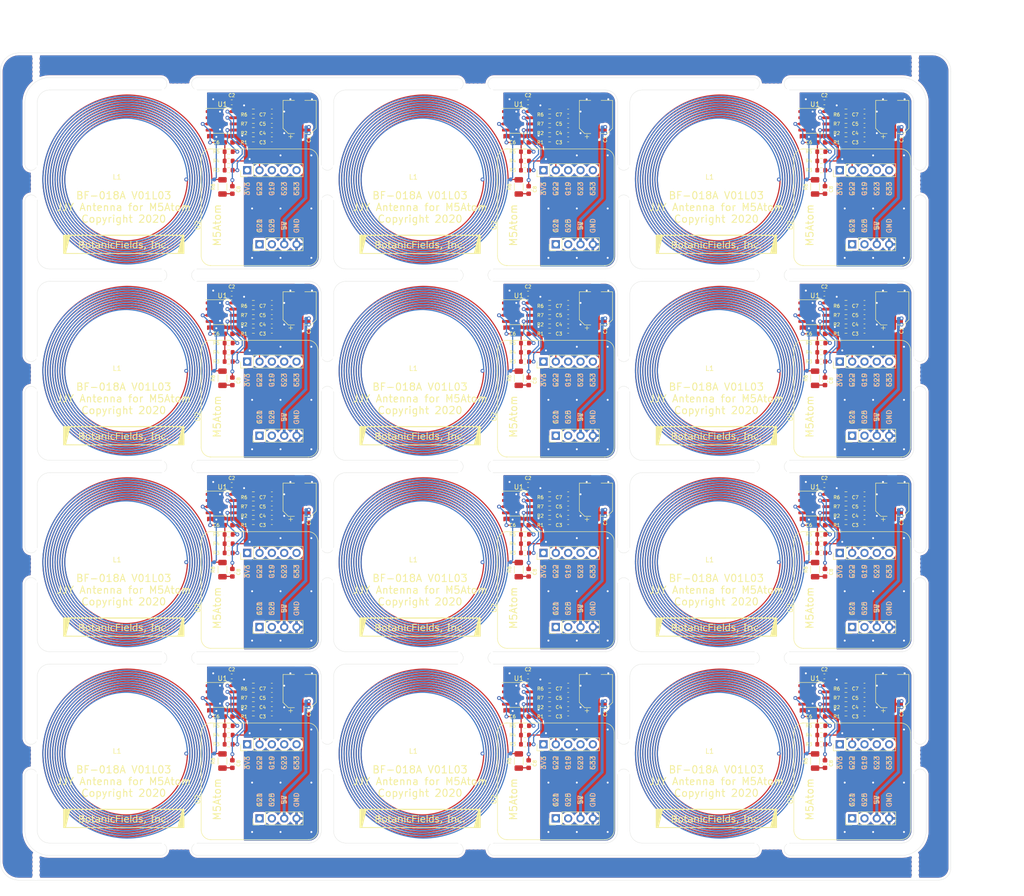
<source format=kicad_pcb>
(kicad_pcb (version 20211014) (generator pcbnew)
  (title_block (title "BF-018A Panel12") (date "2022-12-04") (rev "V01L03") (company "Copyright 2022 Botanicfields, Inc.") (comment 1 "JJY Antenna for M5Atom 12 panels"))
  (layers (0 "F.Cu" signal) (31 "B.Cu" signal) (34 "B.Paste" user) (35 "F.Paste" user) (36 "B.SilkS" user "B.Silkscreen") (37 "F.SilkS" user "F.Silkscreen") (38 "B.Mask" user) (39 "F.Mask" user) (44 "Edge.Cuts" user))
  (net 0 "")
  (footprint "Resistor_SMD:R_0603_1608Metric" (layer "F.Cu") (at 295.91 205.74)
    (fp_text reference "R3")
    (fp_text value "51k")
  )
  (footprint "Resistor_SMD:R_0603_1608Metric" (layer "F.Cu") (at 300.99 195.58 180)
    (fp_text reference "R7")
    (fp_text value "10k")
  )
  (footprint "Package_SO:SOIC-8_3.9x4.9mm_P1.27mm" (layer "F.Cu") (at 294.64 195.58)
    (fp_text reference "U1")
    (fp_text value "MCP6022")
  )
  (footprint "Capacitor_SMD:C_0603_1608Metric" (layer "F.Cu") (at 182.88 197.485 180)
    (fp_text reference "C4")
    (fp_text value "10n")
  )
  (footprint "Resistor_SMD:R_0603_1608Metric" (layer "F.Cu") (at 179.07 197.485 180)
    (fp_text reference "R2")
    (fp_text value "1k")
  )
  (footprint "Resistor_SMD:R_0603_1608Metric" (layer "F.Cu") (at 300.99 114.935 180)
    (fp_text reference "R6")
    (fp_text value "51k")
  )
  (footprint "@bf:BF@M5Atom" (layer "F.Cu") (at 180.34 213.36 90)
    (fp_text reference "U2")
    (fp_text value "M5Atom")
  )
  (footprint "Package_SO:SOIC-8_3.9x4.9mm_P1.27mm" (layer "F.Cu") (at 172.72 116.84)
    (fp_text reference "U1")
    (fp_text value "MCP6022")
  )
  (footprint "BF:BF@MouseBite2.54_Dot" (layer "F.Cu") (at 316.262 66.802 90)
    (fp_text reference "REF**" hide)
    (fp_text value "BF@MouseBite2.54_Dot" hide)
  )
  (footprint "Resistor_SMD:R_0603_1608Metric" (layer "F.Cu") (at 173.99 83.82)
    (fp_text reference "R5")
    (fp_text value "10k")
  )
  (footprint "Resistor_SMD:R_0603_1608Metric" (layer "F.Cu") (at 234.95 83.82)
    (fp_text reference "R5")
    (fp_text value "10k")
  )
  (footprint "BF:BF@MouseBite2.54_Dot" (layer "F.Cu") (at 133.35 65.151 -90)
    (fp_text reference "REF**" hide)
    (fp_text value "BF@MouseBite2.54_Dot" hide)
  )
  (footprint "Capacitor_SMD:C_0603_1608Metric" (layer "F.Cu") (at 295.91 81.915 180)
    (fp_text reference "C6")
    (fp_text value "10u")
  )
  (footprint "BF:BF@MouseBite2.54_Dot" (layer "F.Cu") (at 316.262 64.135 90)
    (fp_text reference "REF**" hide)
    (fp_text value "BF@MouseBite2.54_Dot" hide)
  )
  (footprint "Resistor_SMD:R_0603_1608Metric" (layer "F.Cu") (at 234.95 123.19)
    (fp_text reference "R5")
    (fp_text value "10k")
  )
  (footprint "Capacitor_SMD:CP_Elec_6.3x7.7" (layer "F.Cu") (at 188.595 155.415 90)
    (fp_text reference "C1")
    (fp_text value "100u")
  )
  (footprint "Package_SO:SOIC-8_3.9x4.9mm_P1.27mm" (layer "F.Cu") (at 233.68 156.21)
    (fp_text reference "U1")
    (fp_text value "MCP6022")
  )
  (footprint "Resistor_SMD:R_0603_1608Metric" (layer "F.Cu") (at 179.07 116.84 180)
    (fp_text reference "R7")
    (fp_text value "10k")
  )
  (footprint "Resistor_SMD:R_0603_1608Metric" (layer "F.Cu") (at 234.95 166.37)
    (fp_text reference "R3")
    (fp_text value "51k")
  )
  (footprint "Resistor_SMD:R_0603_1608Metric" (layer "F.Cu") (at 295.91 203.835 180)
    (fp_text reference "R4")
    (fp_text value "51k")
  )
  (footprint "BF:BF@logo4" (layer "F.Cu") (at 274.32 181.61)
    (fp_text reference "G***" hide)
    (fp_text value "LOGO" hide)
  )
  (footprint "Capacitor_SMD:C_0603_1608Metric" (layer "F.Cu") (at 174.752 209.804 90)
    (fp_text reference "C8")
    (fp_text value "100n")
  )
  (footprint "Capacitor_SMD:C_0603_1608Metric" (layer "F.Cu") (at 174.625 113.03)
    (fp_text reference "C2")
    (fp_text value "100n")
  )
  (footprint "MountingHole:MountingHole_2.5mm" (layer "F.Cu") (at 259.715 113.665)
    (fp_text reference "H1" hide)
    (fp_text value "MountingHole")
  )
  (footprint "Resistor_SMD:R_0603_1608Metric" (layer "F.Cu") (at 295.91 83.82)
    (fp_text reference "R5")
    (fp_text value "10k")
  )
  (footprint "BF:BF@MouseBite2.54_DoubleSided" (layer "F.Cu") (at 255.27 208.28 -90)
    (fp_text reference "REF**" hide)
    (fp_text value "BF@MouseBite2.54_DoubleSided" hide)
  )
  (footprint "Package_SO:SOIC-8_3.9x4.9mm_P1.27mm" (layer "F.Cu") (at 172.72 77.47)
    (fp_text reference "U1")
    (fp_text value "MCP6022")
  )
  (footprint "Resistor_SMD:R_0603_1608Metric" (layer "F.Cu") (at 173.99 162.56)
    (fp_text reference "R5")
    (fp_text value "10k")
  )
  (footprint "Capacitor_SMD:C_0603_1608Metric" (layer "F.Cu") (at 182.88 116.84)
    (fp_text reference "C5")
    (fp_text value "10n")
  )
  (footprint "Capacitor_SMD:C_0603_1608Metric" (layer "F.Cu") (at 243.84 118.745 180)
    (fp_text reference "C4")
    (fp_text value "10n")
  )
  (footprint "Capacitor_SMD:CP_Elec_6.3x7.7" (layer "F.Cu") (at 188.595 116.045 90)
    (fp_text reference "C1")
    (fp_text value "100u")
  )
  (footprint "Resistor_SMD:R_0603_1608Metric" (layer "F.Cu") (at 173.99 166.37)
    (fp_text reference "R3")
    (fp_text value "51k")
  )
  (footprint "@bf:BF@JJY_Coil" (layer "F.Cu") (at 272.94 207.645)
    (fp_text reference "L1")
    (fp_text value "JJY_coil")
  )
  (footprint "Capacitor_SMD:C_0603_1608Metric" (layer "F.Cu") (at 235.712 91.694 90)
    (fp_text reference "C8")
    (fp_text value "100n")
  )
  (footprint "BF:BF@logo4" (layer "F.Cu") (at 274.32 102.87)
    (fp_text reference "G***" hide)
    (fp_text value "LOGO" hide)
  )
  (footprint "MountingHole:MountingHole_2.5mm" (layer "F.Cu") (at 259.715 192.405)
    (fp_text reference "H1" hide)
    (fp_text value "MountingHole")
  )
  (footprint "Capacitor_SMD:CP_Elec_6.3x7.7" (layer "F.Cu") (at 188.595 194.785 90)
    (fp_text reference "C1")
    (fp_text value "100u")
  )
  (footprint "BF:BF@MouseBite2.54_Dot" (layer "F.Cu") (at 133.35 66.04 -90)
    (fp_text reference "REF**" hide)
    (fp_text value "BF@MouseBite2.54_Dot" hide)
  )
  (footprint "Resistor_SMD:R_0603_1608Metric" (layer "F.Cu") (at 295.91 162.56)
    (fp_text reference "R5")
    (fp_text value "10k")
  )
  (footprint "Capacitor_SMD:C_0603_1608Metric" (layer "F.Cu") (at 235.712 209.804 90)
    (fp_text reference "C8")
    (fp_text value "100n")
  )
  (footprint "Resistor_SMD:R_1206_3216Metric" (layer "F.Cu") (at 172.72 91.062 90)
    (fp_text reference "R8")
    (fp_text value "510")
  )
  (footprint "Package_SO:SOIC-8_3.9x4.9mm_P1.27mm" (layer "F.Cu") (at 233.68 195.58)
    (fp_text reference "U1")
    (fp_text value "MCP6022")
  )
  (footprint "Capacitor_SMD:C_0603_1608Metric" (layer "F.Cu") (at 243.84 114.935 180)
    (fp_text reference "C7")
    (fp_text value "10n")
  )
  (footprint "BF:BF@logo4" (layer "F.Cu") (at 274.32 142.24)
    (fp_text reference "G***" hide)
    (fp_text value "LOGO" hide)
  )
  (footprint "Package_SO:SOIC-8_3.9x4.9mm_P1.27mm" (layer "F.Cu") (at 172.72 156.21)
    (fp_text reference "U1")
    (fp_text value "MCP6022")
  )
  (footprint "Capacitor_SMD:C_0603_1608Metric" (layer "F.Cu") (at 182.88 77.47)
    (fp_text reference "C5")
    (fp_text value "10n")
  )
  (footprint "Resistor_SMD:R_1206_3216Metric" (layer "F.Cu") (at 233.68 91.062 90)
    (fp_text reference "R8")
    (fp_text value "510")
  )
  (footprint "BF:BF@MouseBite2.54_Dot" (layer "F.Cu") (at 316.262 233.045 90)
    (fp_text reference "REF**" hide)
    (fp_text value "BF@MouseBite2.54_Dot" hide)
  )
  (footprint "BF:BF@MouseBite2.54_DoubleSided" (layer "F.Cu") (at 194.31 129.54 -90)
    (fp_text reference "REF**" hide)
    (fp_text value "BF@MouseBite2.54_DoubleSided" hide)
  )
  (footprint "Resistor_SMD:R_0603_1608Metric" (layer "F.Cu") (at 300.99 156.21 180)
    (fp_text reference "R7")
    (fp_text value "10k")
  )
  (footprint "Capacitor_SMD:C_0603_1608Metric" (layer "F.Cu") (at 182.88 79.375 180)
    (fp_text reference "C4")
    (fp_text value "10n")
  )
  (footprint "Resistor_SMD:R_1206_3216Metric" (layer "F.Cu") (at 172.72 209.172 90)
    (fp_text reference "R8")
    (fp_text value "510")
  )
  (footprint "Resistor_SMD:R_0603_1608Metric" (layer "F.Cu") (at 173.99 203.835 180)
    (fp_text reference "R4")
    (fp_text value "51k")
  )
  (footprint "Capacitor_SMD:C_0603_1608Metric" (layer "F.Cu") (at 173.99 160.655 180)
    (fp_text reference "C6")
    (fp_text value "10u")
  )
  (footprint "Capacitor_SMD:C_0603_1608Metric" (layer "F.Cu") (at 173.99 81.915 180)
    (fp_text reference "C6")
    (fp_text value "10u")
  )
  (footprint "BF:BF@MouseBite2.54_DoubleSided" (layer "F.Cu") (at 255.27 129.54 -90)
    (fp_text reference "REF**" hide)
    (fp_text value "BF@MouseBite2.54_DoubleSided" hide)
  )
  (footprint "Resistor_SMD:R_0603_1608Metric" (layer "F.Cu") (at 179.07 199.39 180)
    (fp_text reference "R1")
    (fp_text value "1k")
  )
  (footprint "Resistor_SMD:R_1206_3216Metric" (layer "F.Cu") (at 172.72 169.802 90)
    (fp_text reference "R8")
    (fp_text value "510")
  )
  (footprint "MountingHole:MountingHole_2.5mm" (layer "F.Cu") (at 213.98 81.026)
    (fp_text reference "H2" hide)
    (fp_text value "MountingHole")
  )
  (footprint "BF:BF@logo4" (layer "F.Cu") (at 213.36 181.61)
    (fp_text reference "G***" hide)
    (fp_text value "LOGO" hide)
  )
  (footprint "Capacitor_SMD:C_0603_1608Metric" (layer "F.Cu") (at 304.8 75.565 180)
    (fp_text reference "C7")
    (fp_text value "10n")
  )
  (footprint "Capacitor_SMD:CP_Elec_6.3x7.7" (layer "F.Cu") (at 249.555 76.675 90)
    (fp_text reference "C1")
    (fp_text value "100u")
  )
  (footprint "@bf:BF@M5Atom" (layer "F.Cu") (at 302.26 173.99 90)
    (fp_text reference "U2")
    (fp_text value "M5Atom")
  )
  (footprint "Capacitor_SMD:C_0603_1608Metric" (layer "F.Cu") (at 235.585 113.03)
    (fp_text reference "C2")
    (fp_text value "100n")
  )
  (footprint "BF:BF@MouseBite2.54_SingleSided" (layer "F.Cu") (at 224.79 69.85 180)
    (fp_text reference "REF**" hide)
    (fp_text value "BF@MouseBite2.54_SingleSided" hide)
  )
  (footprint "BF:BF@MouseBite2.54_SingleSided" (layer "F.Cu") (at 133.35 129.54 -90)
    (fp_text reference "REF**" hide)
    (fp_text value "BF@MouseBite2.54_SingleSided" hide)
  )
  (footprint "BF:BF@MouseBite2.54_Dot" (layer "F.Cu") (at 316.262 230.378 90)
    (fp_text reference "REF**" hide)
    (fp_text value "BF@MouseBite2.54_Dot" hide)
  )
  (footprint "BF:BF@MouseBite2.54_SingleSided" (layer "F.Cu") (at 316.23 208.28 90)
    (fp_text reference "REF**" hide)
    (fp_text value "BF@MouseBite2.54_SingleSided" hide)
  )
  (footprint "Resistor_SMD:R_0603_1608Metric" (layer "F.Cu") (at 173.99 85.725 180)
    (fp_text reference "R4")
    (fp_text value "51k")
  )
  (footprint "Capacitor_SMD:C_0603_1608Metric" (layer "F.Cu") (at 296.672 170.434 90)
    (fp_text reference "C8")
    (fp_text value "100n")
  )
  (footprint "BF:BF@MouseBite2.54_Dot" (layer "F.Cu") (at 133.35 64.262 -90)
    (fp_text reference "REF**" hide)
    (fp_text value "BF@MouseBite2.54_Dot" hide)
  )
  (footprint "MountingHole:MountingHole_2.5mm" (layer "F.Cu") (at 213.98 199.136)
    (fp_text reference "H2" hide)
    (fp_text value "MountingHole")
  )
  (footprint "Capacitor_SMD:C_0603_1608Metric" (layer "F.Cu") (at 304.8 158.115 180)
    (fp_text reference "C4")
    (fp_text value "10n")
  )
  (footprint "MountingHole:MountingHole_2.5mm" (layer "F.Cu") (at 137.795 113.665)
    (fp_text reference "H1" hide)
    (fp_text value "MountingHole")
  )
  (footprint "Capacitor_SMD:C_0603_1608Metric" (layer "F.Cu") (at 295.91 121.285 180)
    (fp_text reference "C6")
    (fp_text value "10u")
  )
  (footprint "Capacitor_SMD:CP_Elec_6.3x7.7" (layer "F.Cu") (at 249.555 155.415 90)
    (fp_text reference "C1")
    (fp_text value "100u")
  )
  (footprint "Capacitor_SMD:C_0603_1608Metric" (layer "F.Cu") (at 174.752 91.694 90)
    (fp_text reference "C8")
    (fp_text value "100n")
  )
  (footprint "Capacitor_SMD:CP_Elec_6.3x7.7" (layer "F.Cu") (at 249.555 116.045 90)
    (fp_text reference "C1")
    (fp_text value "100u")
  )
  (footprint "Capacitor_SMD:C_0603_1608Metric" (layer "F.Cu") (at 304.8 79.375 180)
    (fp_text reference "C4")
    (fp_text value "10n")
  )
  (footprint "Resistor_SMD:R_0603_1608Metric" (layer "F.Cu") (at 179.07 118.745 180)
    (fp_text reference "R2")
    (fp_text value "1k")
  )
  (footprint "BF:BF@MouseBite2.54_Dot" (layer "F.Cu") (at 133.35 231.267 -90)
    (fp_text reference "REF**" hide)
    (fp_text value "BF@MouseBite2.54_Dot" hide)
  )
  (footprint "Resistor_SMD:R_0603_1608Metric" (layer "F.Cu") (at 300.99 199.39 180)
    (fp_text reference "R1")
    (fp_text value "1k")
  )
  (footprint "BF:BF@MouseBite2.54_Dot" (layer "F.Cu") (at 316.262 67.691 90)
    (fp_text reference "REF**" hide)
    (fp_text value "BF@MouseBite2.54_Dot" hide)
  )
  (footprint "BF:BF@MouseBite2.54_Dot" (layer "F.Cu") (at 133.35 67.818 -90)
    (fp_text reference "REF**" hide)
    (fp_text value "BF@MouseBite2.54_Dot" hide)
  )
  (footprint "Package_SO:SOIC-8_3.9x4.9mm_P1.27mm" (layer "F.Cu") (at 294.64 156.21)
    (fp_text reference "U1")
    (fp_text value "MCP6022")
  )
  (footprint "BF:BF@MouseBite2.54_Dot" (layer "F.Cu") (at 316.262 68.58 90)
    (fp_text reference "REF**" hide)
    (fp_text value "BF@MouseBite2.54_Dot" hide)
  )
  (footprint "Resistor_SMD:R_0603_1608Metric" (layer "F.Cu") (at 173.99 127)
    (fp_text reference "R3")
    (fp_text value "51k")
  )
  (footprint "Capacitor_SMD:C_0603_1608Metric" (layer "F.Cu") (at 296.545 191.77)
    (fp_text reference "C2")
    (fp_text value "100n")
  )
  (footprint "Resistor_SMD:R_0603_1608Metric" (layer "F.Cu") (at 295.91 125.095 180)
    (fp_text reference "R4")
    (fp_text value "51k")
  )
  (footprint "Package_SO:SOIC-8_3.9x4.9mm_P1.27mm" (layer "F.Cu") (at 172.72 195.58)
    (fp_text reference "U1")
    (fp_text value "MCP6022")
  )
  (footprint "BF:BF@MouseBite2.54_DoubleSided" (layer "F.Cu") (at 194.31 208.28 -90)
    (fp_text reference "REF**" hide)
    (fp_text value "BF@MouseBite2.54_DoubleSided" hide)
  )
  (footprint "Capacitor_SMD:C_0603_1608Metric" (layer "F.Cu") (at 304.8 114.935 180)
    (fp_text reference "C7")
    (fp_text value "10n")
  )
  (footprint "MountingHole:MountingHole_2.5mm" (layer "F.Cu") (at 274.94 120.396)
    (fp_text reference "H2" hide)
    (fp_text value "MountingHole")
  )
  (footprint "Resistor_SMD:R_0603_1608Metric" (layer "F.Cu") (at 179.07 79.375 180)
    (fp_text reference "R2")
    (fp_text value "1k")
  )
  (footprint "@bf:BF@JJY_Coil" (layer "F.Cu") (at 211.98 207.645)
    (fp_text reference "L1")
    (fp_text value "JJY_coil")
  )
  (footprint "@bf:BF@M5Atom" (layer "F.Cu") (at 180.34 173.99 90)
    (fp_text reference "U2")
    (fp_text value "M5Atom")
  )
  (footprint "Capacitor_SMD:C_0603_1608Metric" (layer "F.Cu") (at 174.625 73.66)
    (fp_text reference "C2")
    (fp_text value "100n")
  )
  (footprint "Capacitor_SMD:C_0603_1608Metric" (layer "F.Cu") (at 243.84 79.375 180)
    (fp_text reference "C4")
    (fp_text value "10n")
  )
  (footprint "MountingHole:MountingHole_2.5mm" (layer "F.Cu") (at 137.795 74.295)
    (fp_text reference "H1" hide)
    (fp_text value "MountingHole")
  )
  (footprint "Capacitor_SMD:CP_Elec_6.3x7.7" (layer "F.Cu") (at 249.555 194.785 90)
    (fp_text reference "C1")
    (fp_text value "100u")
  )
  (footprint "Resistor_SMD:R_0603_1608Metric" (layer "F.Cu") (at 300.99 197.485 180)
    (fp_text reference "R2")
    (fp_text value "1k")
  )
  (footprint "Capacitor_SMD:C_0603_1608Metric" (layer "F.Cu") (at 243.84 75.565 180)
    (fp_text reference "C7")
    (fp_text value "10n")
  )
  (footprint "@bf:BF@JJY_Coil" (layer "F.Cu") (at 272.94 168.275)
    (fp_text reference "L1")
    (fp_text value "JJY_coil")
  )
  (footprint "BF:BF@MouseBite2.54_SingleSided" (layer "F.Cu") (at 285.75 227.33)
    (fp_text reference "REF**" hide)
    (fp_text value "BF@MouseBite2.54_SingleSided" hide)
  )
  (footprint "BF:BF@MouseBite2.54_DoubleSided" (layer "F.Cu") (at 194.31 90.17 -90)
    (fp_text reference "REF**" hide)
    (fp_text value "BF@MouseBite2.54_DoubleSided" hide)
  )
  (footprint "Capacitor_SMD:C_0603_1608Metric" (layer "F.Cu") (at 243.84 199.39 180)
    (fp_text reference "C3")
    (fp_text value "10n")
  )
  (footprint "BF:BF@logo4" (layer "F.Cu") (at 152.4 142.24)
    (fp_text reference "G***" hide)
    (fp_text value "LOGO" hide)
  )
  (footprint "Resistor_SMD:R_0603_1608Metric" (layer "F.Cu") (at 179.07 114.935 180)
    (fp_text reference "R6")
    (fp_text value "51k")
  )
  (footprint "BF:BF@MouseBite2.54_Dot" (layer "F.Cu") (at 316.262 229.489 90)
    (fp_text reference "REF**" hide)
    (fp_text value "BF@MouseBite2.54_Dot" hide)
  )
  (footprint "MountingHole:MountingHole_2.5mm" (layer "F.Cu") (at 198.755 192.405)
    (fp_text reference "H1" hide)
    (fp_text value "MountingHole")
  )
  (footprint "BF:BF@MouseBite2.54_SingleSided" (layer "F.Cu") (at 133.35 208.28 -90)
    (fp_text reference "REF**" hide)
    (fp_text value "BF@MouseBite2.54_SingleSided" hide)
  )
  (footprint "Capacitor_SMD:C_0603_1608Metric" (layer "F.Cu") (at 243.84 154.305 180)
    (fp_text reference "C7")
    (fp_text value "10n")
  )
  (footprint "Resistor_SMD:R_0603_1608Metric" (layer "F.Cu") (at 234.95 87.63)
    (fp_text reference "R3")
    (fp_text value "51k")
  )
  (footprint "BF:BF@MouseBite2.54_SingleSided" (layer "F.Cu") (at 224.79 227.33)
    (fp_text reference "REF**" hide)
    (fp_text value "BF@MouseBite2.54_SingleSided" hide)
  )
  (footprint "Resistor_SMD:R_0603_1608Metric" (layer "F.Cu") (at 173.99 123.19)
    (fp_text reference "R5")
    (fp_text value "10k")
  )
  (footprint "Capacitor_SMD:C_0603_1608Metric" (layer "F.Cu") (at 296.672 209.804 90)
    (fp_text reference "C8")
    (fp_text value "100n")
  )
  (footprint "Package_SO:SOIC-8_3.9x4.9mm_P1.27mm" (layer "F.Cu") (at 233.68 77.47)
    (fp_text reference "U1")
    (fp_text value "MCP6022")
  )
  (footprint "Resistor_SMD:R_0603_1608Metric" (layer "F.Cu") (at 234.95 201.93)
    (fp_text reference "R5")
    (fp_text value "10k")
  )
  (footprint "Resistor_SMD:R_0603_1608Metric" (layer "F.Cu") (at 240.03 195.58 180)
    (fp_text reference "R7")
    (fp_text value "10k")
  )
  (footprint "Resistor_SMD:R_0603_1608Metric" (layer "F.Cu") (at 295.91 87.63)
    (fp_text reference "R3")
    (fp_text value "51k")
  )
  (footprint "Resistor_SMD:R_0603_1608Metric" (layer "F.Cu") (at 240.03 193.675 180)
    (fp_text reference "R6")
    (fp_text value "51k")
  )
  (footprint "Resistor_SMD:R_0603_1608Metric" (layer "F.Cu") (at 179.07 160.02 180)
    (fp_text reference "R1")
    (fp_text value "1k")
  )
  (footprint "Resistor_SMD:R_0603_1608Metric" (layer "F.Cu") (at 240.03 75.565 180)
    (fp_text reference "R6")
    (fp_text value "51k")
  )
  (footprint "Capacitor_SMD:C_0603_1608Metric" (layer "F.Cu") (at 243.84 197.485 180)
    (fp_text reference "C4")
    (fp_text value "10n")
  )
  (footprint "Resistor_SMD:R_0603_1608Metric" (layer "F.Cu") (at 173.99 87.63)
    (fp_text reference "R3")
    (fp_text value "51k")
  )
  (footprint "Capacitor_SMD:C_0603_1608Metric" (layer "F.Cu") (at 304.8 81.28 180)
    (fp_text reference "C3")
    (fp_text value "10n")
  )
  (footprint "MountingHole:MountingHole_2.5mm" (layer "F.Cu") (at 153.02 199.136)
    (fp_text reference "H2" hide)
    (fp_text value "MountingHole")
  )
  (footprint "Capacitor_SMD:C_0603_1608Metric" (layer "F.Cu") (at 182.88 156.21)
    (fp_text reference "C5")
    (fp_text value "10n")
  )
  (footprint "Capacitor_SMD:C_0603_1608Metric" (layer "F.Cu") (at 295.91 160.655 180)
    (fp_text reference "C6")
    (fp_text value "10u")
  )
  (footprint "Resistor_SMD:R_0603_1608Metric" (layer "F.Cu") (at 173.99 125.095 180)
    (fp_text reference "R4")
    (fp_text value "51k")
  )
  (footprint "MountingHole:MountingHole_2.5mm" (layer "F.Cu") (at 274.94 199.136)
    (fp_text reference "H2" hide)
    (fp_text value "MountingHole")
  )
  (footprint "Resistor_SMD:R_0603_1608Metric" (layer "F.Cu") (at 300.99 160.02 180)
    (fp_text reference "R1")
    (fp_text value "1k")
  )
  (footprint "Capacitor_SMD:C_0603_1608Metric" (layer "F.Cu") (at 304.8 195.58)
    (fp_text reference "C5")
    (fp_text value "10n")
  )
  (footprint "Resistor_SMD:R_0603_1608Metric" (layer "F.Cu") (at 179.07 195.58 180)
    (fp_text reference "R7")
    (fp_text value "10k")
  )
  (footprint "BF:BF@MouseBite2.54_Dot" (layer "F.Cu") (at 316.262 65.024 90)
    (fp_text reference "REF**" hide)
    (fp_text value "BF@MouseBite2.54_Dot" hide)
  )
  (footprint "Resistor_SMD:R_0603_1608Metric" (layer "F.Cu") (at 179.07 81.28 180)
    (fp_text reference "R1")
    (fp_text value "1k")
  )
  (footprint "Resistor_SMD:R_0603_1608Metric" (layer "F.Cu") (at 300.99 116.84 180)
    (fp_text reference "R7")
    (fp_text value "10k")
  )
  (footprint "MountingHole:MountingHole_2.5mm" (layer "F.Cu") (at 259.715 153.035)
    (fp_text reference "H1" hide)
    (fp_text value "MountingHole")
  )
  (footprint "@bf:BF@M5Atom" (layer "F.Cu") (at 241.3 134.62 90)
    (fp_text reference "U2")
    (fp_text value "M5Atom")
  )
  (footprint "Resistor_SMD:R_0603_1608Metric" (layer "F.Cu") (at 234.95 127)
    (fp_text reference "R3")
    (fp_text value "51k")
  )
  (footprint "BF:BF@MouseBite2.54_Dot" (layer "F.Cu") (at 133.35 233.045 -90)
    (fp_text reference "REF**" hide)
    (fp_text value "BF@MouseBite2.54_Dot" hide)
  )
  (footprint "BF:BF@MouseBite2.54_DoubleSided" (layer "F.Cu") (at 224.79 187.96)
    (fp_text reference "REF**" hide)
    (fp_text value "BF@MouseBite2.54_DoubleSided" hide)
  )
  (footprint "@bf:BF@M5Atom" (layer "F.Cu") (at 302.26 213.36 90)
    (fp_text reference "U2")
    (fp_text value "M5Atom")
  )
  (footprint "Capacitor_SMD:C_0603_1608Metric" (layer "F.Cu") (at 243.84 195.58)
    (fp_text reference "C5")
    (fp_text value "10n")
  )
  (footprint "Resistor_SMD:R_0603_1608Metric" (layer "F.Cu") (at 234.95 162.56)
    (fp_text reference "R5")
    (fp_text value "10k")
  )
  (footprint "@bf:BF@JJY_Coil" (layer "F.Cu") (at 272.94 128.905)
    (fp_text reference "L1")
    (fp_text value "JJY_coil")
  )
  (footprint "Capacitor_SMD:C_0603_1608Metric" (layer "F.Cu") (at 243.84 116.84)
    (fp_text reference "C5")
    (fp_text value "10n")
  )
  (footprint "Resistor_SMD:R_1206_3216Metric" (layer "F.Cu") (at 294.64 91.062 90)
    (fp_text reference "R8")
    (fp_text value "510")
  )
  (footprint "Capacitor_SMD:CP_Elec_6.3x7.7" (layer "F.Cu") (at 188.595 76.675 90)
    (fp_text reference "C1")
    (fp_text value "100u")
  )
  (footprint "@bf:BF@JJY_Coil" (layer "F.Cu") (at 211.98 168.275)
    (fp_text reference "L1")
    (fp_text value "JJY_coil")
  )
  (footprint "Capacitor_SMD:C_0603_1608Metric" (layer "F.Cu") (at 235.585 191.77)
    (fp_text reference "C2")
    (fp_text value "100n")
  )
  (footprint "Capacitor_SMD:C_0603_1608Metric" (layer "F.Cu") (at 235.712 170.434 90)
    (fp_text reference "C8")
    (fp_text value "100n")
  )
  (footprint "Capacitor_SMD:C_0603_1608Metric" (layer "F.Cu") (at 243.84 156.21)
    (fp_text reference "C5")
    (fp_text value "10n")
  )
  (footprint "BF:BF@logo4" (layer "F.Cu") (at 213.36 142.24)
    (fp_text reference "G***" hide)
    (fp_text value "LOGO" hide)
  )
  (footprint "Capacitor_SMD:C_0603_1608Metric" (layer "F.Cu") (at 174.625 191.77)
    (fp_text reference "C2")
    (fp_text value "100n")
  )
  (footprint "Capacitor_SMD:C_0603_1608Metric" (layer "F.Cu") (at 304.8 118.745 180)
    (fp_text reference "C4")
    (fp_text value "10n")
  )
  (footprint "Resistor_SMD:R_0603_1608Metric" (layer "F.Cu") (at 300.99 77.47 180)
    (fp_text reference "R7")
    (fp_text value "10k")
  )
  (footprint "Resistor_SMD:R_0603_1608Metric" (layer "F.Cu") (at 295.91 166.37)
    (fp_text reference "R3")
    (fp_text value "51k")
  )
  (footprint "Resistor_SMD:R_0603_1608Metric" (layer "F.Cu") (at 300.99 75.565 180)
    (fp_text reference "R6")
    (fp_text value "51k")
  )
  (footprint "MountingHole:MountingHole_2.5mm" (layer "F.Cu") (at 274.94 159.766)
    (fp_text reference "H2" hide)
    (fp_text value "MountingHole")
  )
  (footprint "Capacitor_SMD:C_0603_1608Metric" (layer "F.Cu") (at 243.84 120.65 180)
    (fp_text reference "C3")
    (fp_text value "10n")
  )
  (footprint "MountingHole:MountingHole_2.5mm" (layer "F.Cu") (at 137.795 192.405)
    (fp_text reference "H1" hide)
    (fp_text value "MountingHole")
  )
  (footprint "BF:BF@MouseBite2.54_Dot" (layer "F.Cu") (at 316.262 232.156 90)
    (fp_text reference "REF**" hide)
    (fp_text value "BF@MouseBite2.54_Dot" hide)
  )
  (footprint "Capacitor_SMD:C_0603_1608Metric" (layer "F.Cu") (at 304.8 154.305 180)
    (fp_text reference "C7")
    (fp_text value "10n")
  )
  (footprint "Capacitor_SMD:C_0603_1608Metric" (layer "F.Cu") (at 234.95 200.025 180)
    (fp_text reference "C6")
    (fp_text value "10u")
  )
  (footprint "Resistor_SMD:R_0603_1608Metric" (layer "F.Cu") (at 179.07 193.675 180)
    (fp_text reference "R6")
    (fp_text value "51k")
  )
  (footprint "Capacitor_SMD:CP_Elec_6.3x7.7" (layer "F.Cu") (at 310.515 76.675 90)
    (fp_text reference "C1")
    (fp_text value "100u")
  )
  (footprint "BF:BF@MouseBite2.54_SingleSided" (layer "F.Cu") (at 133.35 168.91 -90)
    (fp_text reference "REF**" hide)
    (fp_text value "BF@MouseBite2.54_SingleSided" hide)
  )
  (footprint "@bf:BF@JJY_Coil" (layer "F.Cu") (at 272.94 89.535)
    (fp_text reference "L1")
    (fp_text value "JJY_coil")
  )
  (footprint "@bf:BF@JJY_Coil" (layer "F.Cu") (at 151.02 89.535)
    (fp_text reference "L1")
    (fp_text value "JJY_coil")
  )
  (footprint "@bf:BF@M5Atom" (layer "F.Cu") (at 180.34 95.25 90)
    (fp_text reference "U2")
    (fp_text value "M5Atom")
  )
  (footprint "Resistor_SMD:R_0603_1608Metric" (layer "F.Cu") (at 234.95 205.74)
    (fp_text reference "R3")
    (fp_text value "51k")
  )
  (footprint "Capacitor_SMD:C_0603_1608Metric" (layer "F.Cu") (at 234.95 160.655 180)
    (fp_text reference "C6")
    (fp_text value "10u")
  )
  (footprint "Capacitor_SMD:C_0603_1608Metric" (layer "F.Cu") (at 182.88 199.39 180)
    (fp_text reference "C3")
    (fp_text value "10n")
  )
  (footprint "Capacitor_SMD:C_0603_1608Metric" (layer "F.Cu") (at 304.8 116.84)
    (fp_text reference "C5")
    (fp_text value "10n")
  )
  (footprint "BF:BF@MouseBite2.54_DoubleSided" (layer "F.Cu") (at 285.75 109.22)
    (fp_text reference "REF**" hide)
    (fp_text value "BF@MouseBite2.54_DoubleSided" hide)
  )
  (footprint "Resistor_SMD:R_0603_1608Metric" (layer "F.Cu") (at 295.91 127)
    (fp_text reference "R3")
    (fp_text value "51k")
  )
  (footprint "BF:BF@MouseBite2.54_Dot" (layer "F.Cu") (at 316.262 65.913 90)
    (fp_text reference "REF**" hide)
    (fp_text value "BF@MouseBite2.54_Dot" hide)
  )
  (footprint "Resistor_SMD:R_0603_1608Metric" (layer "F.Cu") (at 240.03 197.485 180)
    (fp_text reference "R2")
    (fp_text value "1k")
  )
  (footprint "Capacitor_SMD:C_0603_1608Metric" (layer "F.Cu") (at 304.8 197.485 180)
    (fp_text reference "C4")
    (fp_text value "10n")
  )
  (footprint "BF:BF@MouseBite2.54_Dot" (layer "F.Cu") (at 316.262 228.6 90)
    (fp_text reference "REF**" hide)
    (fp_text value "BF@MouseBite2.54_Dot" hide)
  )
  (footprint "BF:BF@MouseBite2.54_DoubleSided" (layer "F.Cu") (at 163.83 109.22)
    (fp_text reference "REF**" hide)
    (fp_text value "BF@MouseBite2.54_DoubleSided" hide)
  )
  (footprint "BF:BF@MouseBite2.54_DoubleSided" (layer "F.Cu") (at 285.75 187.96)
    (fp_text reference "REF**" hide)
    (fp_text value "BF@MouseBite2.54_DoubleSided" hide)
  )
  (footprint "@bf:BF@JJY_Coil" (layer "F.Cu") (at 151.02 207.645)
    (fp_text reference "L1")
    (fp_text value "JJY_coil")
  )
  (footprint "MountingHole:MountingHole_2.5mm" (layer "F.Cu") (at 153.02 159.766)
    (fp_text reference "H2" hide)
    (fp_text value "MountingHole")
  )
  (footprint "Resistor_SMD:R_0603_1608Metric" (layer "F.Cu") (at 240.03 116.84 180)
    (fp_text reference "R7")
    (fp_text value "10k")
  )
  (footprint "BF:BF@MouseBite2.54_DoubleSided" (layer "F.Cu") (at 255.27 168.91 -90)
    (fp_text reference "REF**" hide)
    (fp_text value "BF@MouseBite2.54_DoubleSided" hide)
  )
  (footprint "BF:BF@MouseBite2.54_Dot" (layer "F.Cu") (at 133.35 66.929 -90)
    (fp_text reference "REF**" hide)
    (fp_text value "BF@MouseBite2.54_Dot" hide)
  )
  (footprint "Resistor_SMD:R_0603_1608Metric" (layer "F.Cu") (at 179.07 158.115 180)
    (fp_text reference "R2")
    (fp_text value "1k")
  )
  (footprint "Capacitor_SMD:C_0603_1608Metric" (layer "F.Cu") (at 182.88 154.305 180)
    (fp_text reference "C7")
    (fp_text value "10n")
  )
  (footprint "Package_SO:SOIC-8_3.9x4.9mm_P1.27mm" (layer "F.Cu") (at 294.64 116.84)
    (fp_text reference "U1")
    (fp_text value "MCP6022")
  )
  (footprint "Capacitor_SMD:CP_Elec_6.3x7.7" (layer "F.Cu") (at 310.515 155.415 90)
    (fp_text reference "C1")
    (fp_text value "100u")
  )
  (footprint "MountingHole:MountingHole_2.5mm" (layer "F.Cu") (at 198.755 113.665)
    (fp_text reference "H1" hide)
    (fp_text value "MountingHole")
  )
  (footprint "Resistor_SMD:R_0603_1608Metric" (layer "F.Cu") (at 240.03 154.305 180)
    (fp_text reference "R6")
    (fp_text value "51k")
  )
  (footprint "Resistor_SMD:R_0603_1608Metric" (layer "F.Cu") (at 300.99 81.28 180)
    (fp_text reference "R1")
    (fp_text value "1k")
  )
  (footprint "MountingHole:MountingHole_2.5mm" (layer "F.Cu") (at 259.715 74.295)
    (fp_text reference "H1" hide)
    (fp_text value "MountingHole")
  )
  (footprint "Resistor_SMD:R_0603_1608Metric" (layer "F.Cu") (at 179.07 120.65 180)
    (fp_text reference "R1")
    (fp_text value "1k")
  )
  (footprint "Capacitor_SMD:C_0603_1608Metric" (layer "F.Cu") (at 235.585 152.4)
    (fp_text reference "C2")
    (fp_text value "100n")
  )
  (footprint "BF:BF@MouseBite2.54_Dot" (layer "F.Cu") (at 133.35 229.489 -90)
    (fp_text reference "REF**" hide)
    (fp_text value "BF@MouseBite2.54_Dot" hide)
  )
  (footprint "Resistor_SMD:R_0603_1608Metric" (layer "F.Cu") (at 295.91 201.93)
    (fp_text reference "R5")
    (fp_text value "10k")
  )
  (footprint "@bf:BF@M5Atom" (layer "F.Cu") (at 241.3 213.36 90)
    (fp_text reference "U2")
    (fp_text value "M5Atom")
  )
  (footprint "Resistor_SMD:R_0603_1608Metric" (layer "F.Cu") (at 295.91 85.725 180)
    (fp_text reference "R4")
    (fp_text value "51k")
  )
  (footprint "BF:BF@MouseBite2.54_DoubleSided" (layer "F.Cu") (at 163.83 187.96)
    (fp_text reference "REF**" hide)
    (fp_text value "BF@MouseBite2.54_DoubleSided" hide)
  )
  (footprint "BF:BF@MouseBite2.54_SingleSided" (layer "F.Cu") (at 163.83 227.33)
    (fp_text reference "REF**" hide)
    (fp_text value "BF@MouseBite2.54_SingleSided" hide)
  )
  (footprint "Resistor_SMD:R_0603_1608Metric" (layer "F.Cu") (at 240.03 120.65 180)
    (fp_text reference "R1")
    (fp_text value "1k")
  )
  (footprint "BF:BF@MouseBite2.54_SingleSided" (layer "F.Cu") (at 316.23 90.17 90)
    (fp_text reference "REF**" hide)
    (fp_text value "BF@MouseBite2.54_SingleSided" hide)
  )
  (footprint "Resistor_SMD:R_1206_3216Metric" (layer "F.Cu") (at 233.68 209.172 90)
    (fp_text reference "R8")
    (fp_text value "510")
  )
  (footprint "Capacitor_SMD:C_0603_1608Metric" (layer "F.Cu") (at 304.8 193.675 180)
    (fp_text reference "C7")
    (fp_text value "10n")
  )
  (footprint "Resistor_SMD:R_0603_1608Metric" (layer "F.Cu") (at 240.03 114.935 180)
    (fp_text reference "R6")
    (fp_text value "51k")
  )
  (footprint "Capacitor_SMD:C_0603_1608Metric" (layer "F.Cu") (at 173.99 200.025 180)
    (fp_text reference "C6")
    (fp_text value "10u")
  )
  (footprint "@bf:BF@JJY_Coil" (layer "F.Cu") (at 211.98 128.905)
    (fp_text reference "L1")
    (fp_text value "JJY_coil")
  )
  (footprint "Capacitor_SMD:C_0603_1608Metric" (layer "F.Cu") (at 182.88 118.745 180)
    (fp_text reference "C4")
    (fp_text value "10n")
  )
  (footprint "Resistor_SMD:R_0603_1608Metric" (layer "F.Cu") (at 179.07 77.47 180)
    (fp_text reference "R7")
    (fp_text value "10k")
  )
  (footprint "Capacitor_SMD:C_0603_1608Metric" (layer "F.Cu") (at 243.84 81.28 180)
    (fp_text reference "C3")
    (fp_text value "10n")
  )
  (footprint "Capacitor_SMD:C_0603_1608Metric" (layer "F.Cu") (at 296.545 152.4)
    (fp_text reference "C2")
    (fp_text value "100n")
  )
  (footprint "BF:BF@logo4" (layer "F.Cu") (at 213.36 102.87)
    (fp_text reference "G***" hide)
    (fp_text value "LOGO" hide)
  )
  (footprint "BF:BF@MouseBite2.54_Dot" (layer "F.Cu") (at 133.35 228.6 -90)
    (fp_text reference "REF**" hide)
    (fp_text value "BF@MouseBite2.54_Dot" hide)
  )
  (footprint "@bf:BF@JJY_Coil" (layer "F.Cu") (at 211.98 89.535)
    (fp_text reference "L1")
    (fp_text value "JJY_coil")
  )
  (footprint "Package_SO:SOIC-8_3.9x4.9mm_P1.27mm" (layer "F.Cu") (at 294.64 77.47)
    (fp_text reference "U1")
    (fp_text value "MCP6022")
  )
  (footprint "Capacitor_SMD:C_0603_1608Metric" (layer "F.Cu") (at 235.712 131.064 90)
    (fp_text reference "C8")
    (fp_text value "100n")
  )
  (footprint "Capacitor_SMD:C_0603_1608Metric" (layer "F.Cu") (at 182.88 114.935 180)
    (fp_text reference "C7")
    (fp_text value "10n")
  )
  (footprint "Capacitor_SMD:C_0603_1608Metric" (layer "F.Cu") (at 173.99 121.285 180)
    (fp_text reference "C6")
    (fp_text value "10u")
  )
  (footprint "MountingHole:MountingHole_2.5mm" (layer "F.Cu") (at 137.795 153.035)
    (fp_text reference "H1" hide)
    (fp_text value "MountingHole")
  )
  (footprint "Resistor_SMD:R_0603_1608Metric" (layer "F.Cu") (at 234.95 203.835 180)
    (fp_text reference "R4")
    (fp_text value "51k")
  )
  (footprint "BF:BF@MouseBite2.54_DoubleSided" (layer "F.Cu") (at 163.83 148.59)
    (fp_text reference "REF**" hide)
    (fp_text value "BF@MouseBite2.54_DoubleSided" hide)
  )
  (footprint "Capacitor_SMD:C_0603_1608Metric" (layer "F.Cu") (at 174.752 131.064 90)
    (fp_text reference "C8")
    (fp_text value "100n")
  )
  (footprint "Capacitor_SMD:C_0603_1608Metric" (layer "F.Cu") (at 243.84 77.47)
    (fp_text reference "C5")
    (fp_text value "10n")
  )
  (footprint "Capacitor_SMD:C_0603_1608Metric" (layer "F.Cu") (at 182.88 75.565 180)
    (fp_text reference "C7")
    (fp_text value "10n")
  )
  (footprint "Capacitor_SMD:C_0603_1608Metric" (layer "F.Cu") (at 243.84 160.02 180)
    (fp_text reference "C3")
    (fp_text value "10n")
  )
  (footprint "BF:BF@MouseBite2.54_Dot" (layer "F.Cu") (at 133.35 68.707 -90)
    (fp_text reference "REF**" hide)
    (fp_text value "BF@MouseBite2.54_Dot" hide)
  )
  (footprint "Resistor_SMD:R_0603_1608Metric" (layer "F.Cu") (at 173.99 164.465 180)
    (fp_text reference "R4")
    (fp_text value "51k")
  )
  (footprint "Resistor_SMD:R_1206_3216Metric" (layer "F.Cu") (at 172.72 130.432 90)
    (fp_text reference "R8")
    (fp_text value "510")
  )
  (footprint "BF:BF@logo4" (layer "F.Cu") (at 152.4 220.98)
    (fp_text reference "G***" hide)
    (fp_text value "LOGO" hide)
  )
  (footprint "BF:BF@MouseBite2.54_DoubleSided" (layer "F.Cu") (at 224.79 109.22)
    (fp_text reference "REF**" hide)
    (fp_text value "BF@MouseBite2.54_DoubleSided" hide)
  )
  (footprint "MountingHole:MountingHole_2.5mm" (layer "F.Cu") (at 153.02 81.026)
    (fp_text reference "H2" hide)
    (fp_text value "MountingHole")
  )
  (footprint "Capacitor_SMD:C_0603_1608Metric" (layer "F.Cu") (at 234.95 121.285 180)
    (fp_text reference "C6")
    (fp_text value "10u")
  )
  (footprint "MountingHole:MountingHole_2.5mm" (layer "F.Cu") (at 153.02 120.396)
    (fp_text reference "H2" hide)
    (fp_text value "MountingHole")
  )
  (footprint "Capacitor_SMD:C_0603_1608Metric" (layer "F.Cu") (at 296.672 131.064 90)
    (fp_text reference "C8")
    (fp_text value "100n")
  )
  (footprint "MountingHole:MountingHole_2.5mm" (layer "F.Cu") (at 274.94 81.026)
    (fp_text reference "H2" hide)
    (fp_text value "MountingHole")
  )
  (footprint "Capacitor_SMD:C_0603_1608Metric" (layer "F.Cu") (at 182.88 193.675 180)
    (fp_text reference "C7")
    (fp_text value "10n")
  )
  (footprint "Resistor_SMD:R_0603_1608Metric" (layer "F.Cu") (at 240.03 118.745 180)
    (fp_text reference "R2")
    (fp_text value "1k")
  )
  (footprint "Capacitor_SMD:CP_Elec_6.3x7.7" (layer "F.Cu") (at 310.515 194.785 90)
    (fp_text reference "C1")
    (fp_text value "100u")
  )
  (footprint "@bf:BF@M5Atom" (layer "F.Cu") (at 302.26 134.62 90)
    (fp_text reference "U2")
    (fp_text value "M5Atom")
  )
  (footprint "Resistor_SMD:R_0603_1608Metric" (layer "F.Cu") (at 234.95 164.465 180)
    (fp_text reference "R4")
    (fp_text value "51k")
  )
  (footprint "Resistor_SMD:R_0603_1608Metric" (layer "F.Cu") (at 300.99 154.305 180)
    (fp_text reference "R6")
    (fp_text value "51k")
  )
  (footprint "BF:BF@MouseBite2.54_Dot" (layer "F.Cu") (at 133.35 230.378 -90)
    (fp_text reference "REF**" hide)
    (fp_text value "BF@MouseBite2.54_Dot" hide)
  )
  (footprint "Resistor_SMD:R_0603_1608Metric" (layer "F.Cu") (at 240.03 199.39 180)
    (fp_text reference "R1")
    (fp_text value "1k")
  )
  (footprint "Resistor_SMD:R_0603_1608Metric" (layer "F.Cu") (at 300.99 79.375 180)
    (fp_text reference "R2")
    (fp_text value "1k")
  )
  (footprint "Resistor_SMD:R_0603_1608Metric" (layer "F.Cu") (at 240.03 160.02 180)
    (fp_text reference "R1")
    (fp_text value "1k")
  )
  (footprint "BF:BF@MouseBite2.54_DoubleSided" (layer "F.Cu") (at 224.79 148.59)
    (fp_text reference "REF**" hide)
    (fp_text value "BF@MouseBite2.54_DoubleSided" hide)
  )
  (footprint "Capacitor_SMD:C_0603_1608Metric" (layer "F.Cu") (at 295.91 200.025 180)
    (fp_text reference "C6")
    (fp_text value "10u")
  )
  (footprint "BF:BF@MouseBite2.54_SingleSided" (layer "F.Cu") (at 285.75 69.85 180)
    (fp_text reference "REF**" hide)
    (fp_text value "BF@MouseBite2.54_SingleSided" hide)
  )
  (footprint "Capacitor_SMD:C_0603_1608Metric" (layer "F.Cu") (at 304.8 199.39 180)
    (fp_text reference "C3")
    (fp_text value "10n")
  )
  (footprint "Capacitor_SMD:C_0603_1608Metric" (layer "F.Cu") (at 243.84 193.675 180)
    (fp_text reference "C7")
    (fp_text value "10n")
  )
  (footprint "@bf:BF@M5Atom" (layer "F.Cu") (at 241.3 95.25 90)
    (fp_text reference "U2")
    (fp_text value "M5Atom")
  )
  (footprint "Resistor_SMD:R_0603_1608Metric" (layer "F.Cu") (at 234.95 85.725 180)
    (fp_text reference "R4")
    (fp_text value "51k")
  )
  (footprint "@bf:BF@M5Atom" (layer "F.Cu") (at 302.26 95.25 90)
    (fp_text reference "U2")
    (fp_text value "M5Atom")
  )
  (footprint "Capacitor_SMD:C_0603_1608Metric" (layer "F.Cu") (at 304.8 156.21)
    (fp_text reference "C5")
    (fp_text value "10n")
  )
  (footprint "BF:BF@MouseBite2.54_Dot" (layer "F.Cu") (at 316.262 231.267 90)
    (fp_text reference "REF**" hide)
    (fp_text value "BF@MouseBite2.54_Dot" hide)
  )
  (footprint "@bf:BF@JJY_Coil" (layer "F.Cu") (at 151.02 168.275)
    (fp_text reference "L1")
    (fp_text value "JJY_coil")
  )
  (footprint "Resistor_SMD:R_1206_3216Metric" (layer "F.Cu") (at 294.64 209.172 90)
    (fp_text reference "R8")
    (fp_text value "510")
  )
  (footprint "Capacitor_SMD:C_0603_1608Metric" (layer "F.Cu") (at 234.95 81.915 180)
    (fp_text reference "C6")
    (fp_text value "10u")
  )
  (footprint "Resistor_SMD:R_1206_3216Metric" (layer "F.Cu") (at 233.68 169.802 90)
    (fp_text reference "R8")
    (fp_text value "510")
  )
  (footprint "Resistor_SMD:R_0603_1608Metric" (layer "F.Cu") (at 300.99 193.675 180)
    (fp_text reference "R6")
    (fp_text value "51k")
  )
  (footprint "BF:BF@MouseBite2.54_Dot" (layer "F.Cu") (at 133.35 232.156 -90)
    (fp_text reference "REF**" hide)
    (fp_text value "BF@MouseBite2.54_Dot" hide)
  )
  (footprint "Resistor_SMD:R_0603_1608Metric" (layer "F.Cu") (at 234.95 125.095 180)
    (fp_text reference "R4")
    (fp_text value "51k")
  )
  (footprint "Resistor_SMD:R_0603_1608Metric" (layer "F.Cu") (at 173.99 201.93)
    (fp_text reference "R5")
    (fp_text value "10k")
  )
  (footprint "@bf:BF@JJY_Coil" (layer "F.Cu") (at 151.02 128.905)
    (fp_text reference "L1")
    (fp_text value "JJY_coil")
  )
  (footprint "Capacitor_SMD:C_0603_1608Metric" (layer "F.Cu") (at 182.88 120.65 180)
    (fp_text reference "C3")
    (fp_text value "10n")
  )
  (footprint "Package_SO:SOIC-8_3.9x4.9mm_P1.27mm" (layer "F.Cu") (at 233.68 116.84)
    (fp_text reference "U1")
    (fp_text value "MCP6022")
  )
  (footprint "BF:BF@MouseBite2.54_SingleSided" (layer "F.Cu") (at 133.35 90.17 -90)
    (fp_text reference "REF**" hide)
    (fp_text value "BF@MouseBite2.54_SingleSided" hide)
  )
  (footprint "Capacitor_SMD:C_0603_1608Metric" (layer "F.Cu") (at 296.545 73.66)
    (fp_text reference "C2")
    (fp_text value "100n")
  )
  (footprint "MountingHole:MountingHole_2.5mm" (layer "F.Cu") (at 213.98 120.396)
    (fp_text reference "H2" hide)
    (fp_text value "MountingHole")
  )
  (footprint "Capacitor_SMD:C_0603_1608Metric" (layer "F.Cu") (at 243.84 158.115 180)
    (fp_text reference "C4")
    (fp_text value "10n")
  )
  (footprint "BF:BF@MouseBite2.54_DoubleSided" (layer "F.Cu") (at 255.27 90.17 -90)
    (fp_text reference "REF**" hide)
    (fp_text value "BF@MouseBite2.54_DoubleSided" hide)
  )
  (footprint "Resistor_SMD:R_0603_1608Metric" (layer "F.Cu") (at 300.99 118.745 180)
    (fp_text reference "R2")
    (fp_text value "1k")
  )
  (footprint "MountingHole:MountingHole_2.5mm" (layer "F.Cu") (at 198.755 153.035)
    (fp_text reference "H1" hide)
    (fp_text value "MountingHole")
  )
  (footprint "Capacitor_SMD:C_0603_1608Metric" (layer "F.Cu") (at 174.752 170.434 90)
    (fp_text reference "C8")
    (fp_text value "100n")
  )
  (footprint "BF:BF@MouseBite2.54_SingleSided" (layer "F.Cu") (at 163.83 69.85 180)
    (fp_text reference "REF**" hide)
    (fp_text value "BF@MouseBite2.54_SingleSided" hide)
  )
  (footprint "BF:BF@MouseBite2.54_SingleSided" (layer "F.Cu") (at 316.23 168.91 90)
    (fp_text reference "REF**" hide)
    (fp_text value "BF@MouseBite2.54_SingleSided" hide)
  )
  (footprint "Resistor_SMD:R_0603_1608Metric" (layer "F.Cu") (at 240.03 79.375 180)
    (fp_text reference "R2")
    (fp_text value "1k")
  )
  (footprint "Resistor_SMD:R_0603_1608Metric" (layer "F.Cu") (at 295.91 164.465 180)
    (fp_text reference "R4")
    (fp_text value "51k")
  )
  (footprint "Resistor_SMD:R_0603_1608Metric" (layer "F.Cu") (at 240.03 81.28 180)
    (fp_text reference "R1")
    (fp_text value "1k")
  )
  (footprint "Capacitor_SMD:C_0603_1608Metric" (layer "F.Cu") (at 304.8 77.47)
    (fp_text reference "C5")
    (fp_text value "10n")
  )
  (footprint "Capacitor_SMD:C_0603_1608Metric" (layer "F.Cu") (at 182.88 195.58)
    (fp_text reference "C5")
    (fp_text value "10n")
  )
  (footprint "@bf:BF@M5Atom" (layer "F.Cu") (at 180.34 134.62 90)
    (fp_text reference "U2")
    (fp_text value "M5Atom")
  )
  (footprint "Resistor_SMD:R_0603_1608Metric" (layer "F.Cu") (at 179.07 154.305 180)
    (fp_text reference "R6")
    (fp_text value "51k")
  )
  (footprint "BF:BF@logo4" (layer "F.Cu") (at 213.36 220.98)
    (fp_text reference "G***" hide)
    (fp_text value "LOGO" hide)
  )
  (footprint "Capacitor_SMD:C_0603_1608Metric" (layer "F.Cu") (at 182.88 158.115 180)
    (fp_text reference "C4")
    (fp_text value "10n")
  )
  (footprint "Resistor_SMD:R_0603_1608Metric" (layer "F.Cu") (at 173.99 205.74)
    (fp_text reference "R3")
    (fp_text value "51k")
  )
  (footprint "Resistor_SMD:R_0603_1608Metric" (layer "F.Cu") (at 300.99 158.115 180)
    (fp_text reference "R2")
    (fp_text value "1k")
  )
  (footprint "Resistor_SMD:R_0603_1608Metric" (layer "F.Cu") (at 179.07 75.565 180)
    (fp_text reference "R6")
    (fp_text value "51k")
  )
  (footprint "Resistor_SMD:R_0603_1608Metric" (layer "F.Cu") (at 240.03 156.21 180)
    (fp_text reference "R7")
    (fp_text value "10k")
  )
  (footprint "BF:BF@logo4" (layer "F.Cu") (at 274.32 220.98)
    (fp_text reference "G***" hide)
    (fp_text value "LOGO" hide)
  )
  (footprint "Resistor_SMD:R_0603_1608Metric" (layer "F.Cu") (at 295.91 123.19)
    (fp_text reference "R5")
    (fp_text value "10k")
  )
  (footprint "Resistor_SMD:R_0603_1608Metric" (layer "F.Cu") (at 240.03 158.115 180)
    (fp_text reference "R2")
    (fp_text value "1k")
  )
  (footprint "MountingHole:MountingHole_2.5mm" (layer "F.Cu") (at 213.98 159.766)
    (fp_text reference "H2" hide)
    (fp_text value "MountingHole")
  )
  (footprint "Resistor_SMD:R_1206_3216Metric" (layer "F.Cu") (at 294.64 169.802 90)
    (fp_text reference "R8")
    (fp_text value "510")
  )
  (footprint "Capacitor_SMD:CP_Elec_6.3x7.7" (layer "F.Cu") (at 310.515 116.045 90)
    (fp_text reference "C1")
    (fp_text value "100u")
  )
  (footprint "BF:BF@logo4" (layer "F.Cu") (at 152.4 102.87)
    (fp_text reference "G***" hide)
    (fp_text value "LOGO" hide)
  )
  (footprint "Capacitor_SMD:C_0603_1608Metric" (layer "F.Cu") (at 182.88 81.28 180)
    (fp_text reference "C3")
    (fp_text value "10n")
  )
  (footprint "MountingHole:MountingHole_2.5mm" (layer "F.Cu") (at 198.755 74.295)
    (fp_text reference "H1" hide)
    (fp_text value "MountingHole")
  )
  (footprint "BF:BF@MouseBite2.54_DoubleSided" (layer "F.Cu") (at 285.75 148.59)
    (fp_text reference "REF**" hide)
    (fp_text value "BF@MouseBite2.54_DoubleSided" hide)
  )
  (footprint "Resistor_SMD:R_0603_1608Metric" (layer "F.Cu") (at 179.07 156.21 180)
    (fp_text reference "R7")
    (fp_text value "10k")
  )
  (footprint "Capacitor_SMD:C_0603_1608Metric" (layer "F.Cu") (at 174.625 152.4)
    (fp_text reference "C2")
    (fp_text value "100n")
  )
  (footprint "@bf:BF@M5Atom" (layer "F.Cu") (at 241.3 173.99 90)
    (fp_text reference "U2")
    (fp_text value "M5Atom")
  )
  (footprint "BF:BF@MouseBite2.54_DoubleSided" (layer "F.Cu") (at 194.31 168.91 -90)
    (fp_text reference "REF**" hide)
    (fp_text value "BF@MouseBite2.54_DoubleSided" hide)
  )
  (footprint "Capacitor_SMD:C_0603_1608Metric" (layer "F.Cu") (at 182.88 160.02 180)
    (fp_text reference "C3")
    (fp_text value "10n")
  )
  (footprint "Capacitor_SMD:C_0603_1608Metric" (layer "F.Cu") (at 304.8 120.65 180)
    (fp_text reference "C3")
    (fp_text value "10n")
  )
  (footprint "Capacitor_SMD:C_0603_1608Metric" (layer "F.Cu") (at 296.545 113.03)
    (fp_text reference "C2")
    (fp_text value "100n")
  )
  (footprint "Resistor_SMD:R_1206_3216Metric" (layer "F.Cu") (at 294.64 130.432 90)
    (fp_text reference "R8")
    (fp_text value "510")
  )
  (footprint "Resistor_SMD:R_0603_1608Metric" (layer "F.Cu") (at 240.03 77.47 180)
    (fp_text reference "R7")
    (fp_text value "10k")
  )
  (footprint "Capacitor_SMD:C_0603_1608Metric" (layer "F.Cu") (at 235.585 73.66)
    (fp_text reference "C2")
    (fp_text value "100n")
  )
  (footprint "Resistor_SMD:R_0603_1608Metric" (layer "F.Cu") (at 300.99 120.65 180)
    (fp_text reference "R1")
    (fp_text value "1k")
  )
  (footprint "BF:BF@logo4" (layer "F.Cu") (at 152.4 181.61)
    (fp_text reference "G***" hide)
    (fp_text value "LOGO" hide)
  )
  (footprint "BF:BF@MouseBite2.54_SingleSided" (layer "F.Cu") (at 316.23 129.54 90)
    (fp_text reference "REF**" hide)
    (fp_text value "BF@MouseBite2.54_SingleSided" hide)
  )
  (footprint "Capacitor_SMD:C_0603_1608Metric" (layer "F.Cu") (at 296.672 91.694 90)
    (fp_text reference "C8")
    (fp_text value "100n")
  )
  (footprint "Resistor_SMD:R_1206_3216Metric" (layer "F.Cu") (at 233.68 130.432 90)
    (fp_text reference "R8")
    (fp_text value "510")
  )
  (footprint "Capacitor_SMD:C_0603_1608Metric" (layer "F.Cu") (at 304.8 160.02 180)
    (fp_text reference "C3")
    (fp_text value "10n")
  )
  (gr_line (start 251.46 107.95) (end 228.6 107.95) (layer "Edge.Cuts") (width 0.05))
  (gr_line (start 137.16 189.23) (end 160.02 189.23) (layer "Edge.Cuts") (width 0.05))
  (gr_arc (start 254 223.52) (mid 253.256051 225.316051) (end 251.46 226.06) (layer "Edge.Cuts") (width 0.05))
  (gr_arc (start 160.02 107.95) (mid 161.29 109.22) (end 160.02 110.49) (layer "Edge.Cuts") (width 0.05))
  (gr_line (start 228.6 71.12) (end 251.46 71.12) (layer "Edge.Cuts") (width 0.05))
  (gr_arc (start 254 93.98) (mid 255.27 92.71) (end 256.54 93.98) (layer "Edge.Cuts") (width 0.05))
  (gr_line (start 198.12 71.12) (end 220.98 71.12) (layer "Edge.Cuts") (width 0.05))
  (gr_arc (start 167.64 149.86) (mid 166.37 148.59) (end 167.64 147.32) (layer "Edge.Cuts") (width 0.05))
  (gr_arc (start 312.42 68.58) (mid 316.012102 70.067898) (end 317.5 73.66) (layer "Edge.Cuts") (width 0.05))
  (gr_line (start 314.96 93.98) (end 314.96 105.41) (layer "Edge.Cuts") (width 0.05))
  (gr_arc (start 314.96 212.09) (mid 316.23 210.82) (end 317.5 212.09) (layer "Edge.Cuts") (width 0.05))
  (gr_arc (start 251.46 189.23) (mid 253.256051 189.973949) (end 254 191.77) (layer "Edge.Cuts") (width 0.05))
  (gr_line (start 289.56 149.86) (end 312.42 149.86) (layer "Edge.Cuts") (width 0.05))
  (gr_arc (start 167.64 228.6) (mid 166.37 227.33) (end 167.64 226.06) (layer "Edge.Cuts") (width 0.05))
  (gr_arc (start 312.42 71.12) (mid 314.216051 71.863949) (end 314.96 73.66) (layer "Edge.Cuts") (width 0.05))
  (gr_line (start 312.42 107.95) (end 289.56 107.95) (layer "Edge.Cuts") (width 0.05))
  (gr_line (start 132.08 223.52) (end 132.08 212.09) (layer "Edge.Cuts") (width 0.05))
  (gr_arc (start 167.64 189.23) (mid 166.37 187.96) (end 167.64 186.69) (layer "Edge.Cuts") (width 0.05))
  (gr_line (start 220.98 186.69) (end 198.12 186.69) (layer "Edge.Cuts") (width 0.05))
  (gr_line (start 134.62 223.52) (end 134.62 212.09) (layer "Edge.Cuts") (width 0.05))
  (gr_line (start 317.5 133.35) (end 317.5 165.1) (layer "Edge.Cuts") (width 0.05))
  (gr_arc (start 281.94 186.69) (mid 283.21 187.96) (end 281.94 189.23) (layer "Edge.Cuts") (width 0.05))
  (gr_line (start 256.54 144.78) (end 256.54 133.35) (layer "Edge.Cuts") (width 0.05))
  (gr_line (start 314.96 212.09) (end 314.96 223.52) (layer "Edge.Cuts") (width 0.05))
  (gr_arc (start 160.02 186.69) (mid 161.29 187.96) (end 160.02 189.23) (layer "Edge.Cuts") (width 0.05))
  (gr_arc (start 228.6 228.6) (mid 227.33 227.33) (end 228.6 226.06) (layer "Edge.Cuts") (width 0.05))
  (gr_arc (start 254 133.35) (mid 255.27 132.08) (end 256.54 133.35) (layer "Edge.Cuts") (width 0.05))
  (gr_arc (start 314.96 133.35) (mid 316.23 132.08) (end 317.5 133.35) (layer "Edge.Cuts") (width 0.05))
  (gr_line (start 195.58 125.73) (end 195.58 113.03) (layer "Edge.Cuts") (width 0.05))
  (gr_line (start 160.02 186.69) (end 137.16 186.69) (layer "Edge.Cuts") (width 0.05))
  (gr_line (start 289.56 68.58) (end 312.42 68.58) (layer "Edge.Cuts") (width 0.05))
  (gr_arc (start 193.04 133.35) (mid 194.31 132.08) (end 195.58 133.35) (layer "Edge.Cuts") (width 0.05))
  (gr_line (start 198.12 110.49) (end 220.98 110.49) (layer "Edge.Cuts") (width 0.05))
  (gr_arc (start 167.64 110.49) (mid 166.37 109.22) (end 167.64 107.95) (layer "Edge.Cuts") (width 0.05))
  (gr_arc (start 251.46 110.49) (mid 253.256051 111.233949) (end 254 113.03) (layer "Edge.Cuts") (width 0.05))
  (gr_line (start 160.02 226.06) (end 137.16 226.06) (layer "Edge.Cuts") (width 0.05))
  (gr_line (start 254 133.35) (end 254 144.78) (layer "Edge.Cuts") (width 0.05))
  (gr_arc (start 251.46 149.86) (mid 253.256051 150.603949) (end 254 152.4) (layer "Edge.Cuts") (width 0.05))
  (gr_arc (start 132.08 133.35) (mid 133.35 132.08) (end 134.62 133.35) (layer "Edge.Cuts") (width 0.05))
  (gr_arc (start 289.56 110.49) (mid 288.29 109.22) (end 289.56 107.95) (layer "Edge.Cuts") (width 0.05))
  (gr_arc (start 220.98 68.58) (mid 222.25 69.85) (end 220.98 71.12) (layer "Edge.Cuts") (width 0.05))
  (gr_line (start 314.96 113.03) (end 314.96 125.73) (layer "Edge.Cuts") (width 0.05))
  (gr_arc (start 281.94 147.32) (mid 283.21 148.59) (end 281.94 149.86) (layer "Edge.Cuts") (width 0.05))
  (gr_arc (start 167.64 71.12) (mid 166.37 69.85) (end 167.64 68.58) (layer "Edge.Cuts") (width 0.05))
  (gr_arc (start 312.42 189.23) (mid 314.216051 189.973949) (end 314.96 191.77) (layer "Edge.Cuts") (width 0.05))
  (gr_line (start 195.58 144.78) (end 195.58 133.35) (layer "Edge.Cuts") (width 0.05))
  (gr_arc (start 317.5 204.47) (mid 316.23 205.74) (end 314.96 204.47) (layer "Edge.Cuts") (width 0.05))
  (gr_arc (start 134.62 73.66) (mid 135.363949 71.863949) (end 137.16 71.12) (layer "Edge.Cuts") (width 0.05))
  (gr_line (start 259.08 149.86) (end 281.94 149.86) (layer "Edge.Cuts") (width 0.05))
  (gr_line (start 254 73.66) (end 254 86.36) (layer "Edge.Cuts") (width 0.05))
  (gr_line (start 137.16 110.49) (end 160.02 110.49) (layer "Edge.Cuts") (width 0.05))
  (gr_arc (start 256.54 86.36) (mid 255.27 87.63) (end 254 86.36) (layer "Edge.Cuts") (width 0.05))
  (gr_arc (start 281.94 226.06) (mid 283.21 227.33) (end 281.94 228.6) (layer "Edge.Cuts") (width 0.05))
  (gr_line (start 314.96 191.77) (end 314.96 204.47) (layer "Edge.Cuts") (width 0.05))
  (gr_arc (start 198.12 107.95) (mid 196.323949 107.206051) (end 195.58 105.41) (layer "Edge.Cuts") (width 0.05))
  (gr_arc (start 256.54 125.73) (mid 255.27 127) (end 254 125.73) (layer "Edge.Cuts") (width 0.05))
  (gr_arc (start 190.5 110.49) (mid 192.296051 111.233949) (end 193.04 113.03) (layer "Edge.Cuts") (width 0.05))
  (gr_arc (start 317.5 125.73) (mid 316.23 127) (end 314.96 125.73) (layer "Edge.Cuts") (width 0.05))
  (gr_line (start 281.94 186.69) (end 259.08 186.69) (layer "Edge.Cuts") (width 0.05))
  (gr_arc (start 256.54 113.03) (mid 257.283949 111.233949) (end 259.08 110.49) (layer "Edge.Cuts") (width 0.05))
  (gr_line (start 167.64 110.49) (end 190.5 110.49) (layer "Edge.Cuts") (width 0.05))
  (gr_arc (start 256.54 165.1) (mid 255.27 166.37) (end 254 165.1) (layer "Edge.Cuts") (width 0.05))
  (gr_line (start 190.5 107.95) (end 167.64 107.95) (layer "Edge.Cuts") (width 0.05))
  (gr_line (start 167.64 149.86) (end 190.5 149.86) (layer "Edge.Cuts") (width 0.05))
  (gr_line (start 289.56 71.12) (end 312.42 71.12) (layer "Edge.Cuts") (width 0.05))
  (gr_line (start 167.64 68.58) (end 220.98 68.58) (layer "Edge.Cuts") (width 0.05))
  (gr_arc (start 193.04 105.41) (mid 192.296051 107.206051) (end 190.5 107.95) (layer "Edge.Cuts") (width 0.05))
  (gr_line (start 137.16 71.12) (end 160.02 71.12) (layer "Edge.Cuts") (width 0.05))
  (gr_line (start 193.04 93.98) (end 193.04 105.41) (layer "Edge.Cuts") (width 0.05))
  (gr_line (start 317.5 73.66) (end 317.5 86.36) (layer "Edge.Cuts") (width 0.05))
  (gr_arc (start 134.62 204.47) (mid 133.35 205.74) (end 132.08 204.47) (layer "Edge.Cuts") (width 0.05))
  (gr_line (start 195.58 105.41) (end 195.58 93.98) (layer "Edge.Cuts") (width 0.05))
  (gr_arc (start 312.42 149.86) (mid 314.216051 150.603949) (end 314.96 152.4) (layer "Edge.Cuts") (width 0.05))
  (gr_arc (start 137.16 186.69) (mid 135.363949 185.946051) (end 134.62 184.15) (layer "Edge.Cuts") (width 0.05))
  (gr_arc (start 220.98 147.32) (mid 222.25 148.59) (end 220.98 149.86) (layer "Edge.Cuts") (width 0.05))
  (gr_arc (start 256.54 191.77) (mid 257.283949 189.973949) (end 259.08 189.23) (layer "Edge.Cuts") (width 0.05))
  (gr_arc (start 190.5 189.23) (mid 192.296051 189.973949) (end 193.04 191.77) (layer "Edge.Cuts") (width 0.05))
  (gr_line (start 322.58 67.31) (end 322.58 231.14) (layer "Edge.Cuts") (width 0.05))
  (gr_line (start 134.62 144.78) (end 134.62 133.35) (layer "Edge.Cuts") (width 0.05))
  (gr_line (start 256.54 165.1) (end 256.54 152.4) (layer "Edge.Cuts") (width 0.05))
  (gr_line (start 195.58 184.15) (end 195.58 172.72) (layer "Edge.Cuts") (width 0.05))
  (gr_line (start 281.94 107.95) (end 259.08 107.95) (layer "Edge.Cuts") (width 0.05))
  (gr_arc (start 254 212.09) (mid 255.27 210.82) (end 256.54 212.09) (layer "Edge.Cuts") (width 0.05))
  (gr_arc (start 198.12 186.69) (mid 196.323949 185.946051) (end 195.58 184.15) (layer "Edge.Cuts") (width 0.05))
  (gr_arc (start 134.62 152.4) (mid 135.363949 150.603949) (end 137.16 149.86) (layer "Edge.Cuts") (width 0.05))
  (gr_arc (start 137.16 107.95) (mid 135.363949 107.206051) (end 134.62 105.41) (layer "Edge.Cuts") (width 0.05))
  (gr_line (start 198.12 149.86) (end 220.98 149.86) (layer "Edge.Cuts") (width 0.05))
  (gr_line (start 289.56 189.23) (end 312.42 189.23) (layer "Edge.Cuts") (width 0.05))
  (gr_arc (start 281.94 68.58) (mid 283.21 69.85) (end 281.94 71.12) (layer "Edge.Cuts") (width 0.05))
  (gr_line (start 193.04 73.66) (end 193.04 86.36) (layer "Edge.Cuts") (width 0.05))
  (gr_line (start 160.02 228.6) (end 137.16 228.6) (layer "Edge.Cuts") (width 0.05))
  (gr_line (start 228.6 189.23) (end 251.46 189.23) (layer "Edge.Cuts") (width 0.05))
  (gr_line (start 198.12 189.23) (end 220.98 189.23) (layer "Edge.Cuts") (width 0.05))
  (gr_line (start 132.08 165.1) (end 132.08 133.35) (layer "Edge.Cuts") (width 0.05))
  (gr_arc (start 195.58 73.66) (mid 196.323949 71.863949) (end 198.12 71.12) (layer "Edge.Cuts") (width 0.05))
  (gr_arc (start 193.04 93.98) (mid 194.31 92.71) (end 195.58 93.98) (layer "Edge.Cuts") (width 0.05))
  (gr_line (start 228.6 149.86) (end 251.46 149.86) (layer "Edge.Cuts") (width 0.05))
  (gr_line (start 289.56 228.6) (end 312.42 228.6) (layer "Edge.Cuts") (width 0.05))
  (gr_arc (start 198.12 147.32) (mid 196.323949 146.576051) (end 195.58 144.78) (layer "Edge.Cuts") (width 0.05))
  (gr_arc (start 254 105.41) (mid 253.256051 107.206051) (end 251.46 107.95) (layer "Edge.Cuts") (width 0.05))
  (gr_arc (start 314.96 223.52) (mid 314.216051 225.316051) (end 312.42 226.06) (layer "Edge.Cuts") (width 0.05))
  (gr_arc (start 190.5 149.86) (mid 192.296051 150.603949) (end 193.04 152.4) (layer "Edge.Cuts") (width 0.05))
  (gr_arc (start 193.04 184.15) (mid 192.296051 185.946051) (end 190.5 186.69) (layer "Edge.Cuts") (width 0.05))
  (gr_arc (start 160.02 147.32) (mid 161.29 148.59) (end 160.02 149.86) (layer "Edge.Cuts") (width 0.05))
  (gr_line (start 314.96 172.72) (end 314.96 184.15) (layer "Edge.Cuts") (width 0.05))
  (gr_line (start 127 67.31) (end 127 229.87) (layer "Edge.Cuts") (width 0.05))
  (gr_line (start 193.04 113.03) (end 193.04 125.73) (layer "Edge.Cuts") (width 0.05))
  (gr_arc (start 259.08 186.69) (mid 257.283949 185.946051) (end 256.54 184.15) (layer "Edge.Cuts") (width 0.05))
  (gr_arc (start 195.58 204.47) (mid 194.31 205.74) (end 193.04 204.47) (layer "Edge.Cuts") (width 0.05))
  (gr_arc (start 137.16 226.06) (mid 135.363949 225.316051) (end 134.62 223.52) (layer "Edge.Cuts") (width 0.05))
  (gr_line (start 317.5 172.72) (end 317.5 204.47) (layer "Edge.Cuts") (width 0.05))
  (gr_arc (start 312.42 110.49) (mid 314.216051 111.233949) (end 314.96 113.03) (layer "Edge.Cuts") (width 0.05))
  (gr_line (start 312.42 186.69) (end 289.56 186.69) (layer "Edge.Cuts") (width 0.05))
  (gr_line (start 251.46 147.32) (end 228.6 147.32) (layer "Edge.Cuts") (width 0.05))
  (gr_arc (start 228.6 110.49) (mid 227.33 109.22) (end 228.6 107.95) (layer "Edge.Cuts") (width 0.05))
  (gr_line (start 193.04 212.09) (end 193.04 223.52) (layer "Edge.Cuts") (width 0.05))
  (gr_arc (start 251.46 71.12) (mid 253.256051 71.863949) (end 254 73.66) (layer "Edge.Cuts") (width 0.05))
  (gr_arc (start 134.62 86.36) (mid 133.35 87.63) (end 132.08 86.36) (layer "Edge.Cuts") (width 0.05))
  (gr_line (start 190.5 147.32) (end 167.64 147.32) (layer "Edge.Cuts") (width 0.05))
  (gr_line (start 195.58 86.36) (end 195.58 73.66) (layer "Edge.Cuts") (width 0.05))
  (gr_line (start 256.54 105.41) (end 256.54 93.98) (layer "Edge.Cuts") (width 0.05))
  (gr_line (start 137.16 149.86) (end 160.02 149.86) (layer "Edge.Cuts") (width 0.05))
  (gr_arc (start 289.56 228.6) (mid 288.29 227.33) (end 289.56 226.06) (layer "Edge.Cuts") (width 0.05))
  (gr_arc (start 228.6 149.86) (mid 227.33 148.59) (end 228.6 147.32) (layer "Edge.Cuts") (width 0.05))
  (gr_line (start 134.62 105.41) (end 134.62 93.98) (layer "Edge.Cuts") (width 0.05))
  (gr_line (start 281.94 226.06) (end 259.08 226.06) (layer "Edge.Cuts") (width 0.05))
  (gr_arc (start 193.04 212.09) (mid 194.31 210.82) (end 195.58 212.09) (layer "Edge.Cuts") (width 0.05))
  (gr_arc (start 160.02 68.58) (mid 161.29 69.85) (end 160.02 71.12) (layer "Edge.Cuts") (width 0.05))
  (gr_arc (start 256.54 152.4) (mid 257.283949 150.603949) (end 259.08 149.86) (layer "Edge.Cuts") (width 0.05))
  (gr_line (start 190.5 226.06) (end 167.64 226.06) (layer "Edge.Cuts") (width 0.05))
  (gr_arc (start 254 172.72) (mid 255.27 171.45) (end 256.54 172.72) (layer "Edge.Cuts") (width 0.05))
  (gr_arc (start 195.58 125.73) (mid 194.31 127) (end 193.04 125.73) (layer "Edge.Cuts") (width 0.05))
  (gr_line (start 281.94 147.32) (end 259.08 147.32) (layer "Edge.Cuts") (width 0.05))
  (gr_arc (start 259.08 226.06) (mid 257.283949 225.316051) (end 256.54 223.52) (layer "Edge.Cuts") (width 0.05))
  (gr_line (start 254 152.4) (end 254 165.1) (layer "Edge.Cuts") (width 0.05))
  (gr_arc (start 256.54 204.47) (mid 255.27 205.74) (end 254 204.47) (layer "Edge.Cuts") (width 0.05))
  (gr_arc (start 314.96 105.41) (mid 314.216051 107.206051) (end 312.42 107.95) (layer "Edge.Cuts") (width 0.05))
  (gr_arc (start 317.5 223.52) (mid 316.012102 227.112102) (end 312.42 228.6) (layer "Edge.Cuts") (width 0.05))
  (gr_arc (start 220.98 186.69) (mid 222.25 187.96) (end 220.98 189.23) (layer "Edge.Cuts") (width 0.05))
  (gr_arc (start 160.02 226.06) (mid 161.29 227.33) (end 160.02 228.6) (layer "Edge.Cuts") (width 0.05))
  (gr_arc (start 314.96 144.78) (mid 314.216051 146.576051) (end 312.42 147.32) (layer "Edge.Cuts") (width 0.05))
  (gr_line (start 317.5 212.09) (end 317.5 223.52) (layer "Edge.Cuts") (width 0.05))
  (gr_line (start 256.54 125.73) (end 256.54 113.03) (layer "Edge.Cuts") (width 0.05))
  (gr_arc (start 132.08 73.66) (mid 133.567898 70.067898) (end 137.16 68.58) (layer "Edge.Cuts") (width 0.05))
  (gr_arc (start 193.04 144.78) (mid 192.296051 146.576051) (end 190.5 147.32) (layer "Edge.Cuts") (width 0.05))
  (gr_line (start 254 212.09) (end 254 223.52) (layer "Edge.Cuts") (width 0.05))
  (gr_arc (start 198.12 226.06) (mid 196.323949 225.316051) (end 195.58 223.52) (layer "Edge.Cuts") (width 0.05))
  (gr_arc (start 281.94 107.95) (mid 283.21 109.22) (end 281.94 110.49) (layer "Edge.Cuts") (width 0.05))
  (gr_line (start 193.04 172.72) (end 193.04 184.15) (layer "Edge.Cuts") (width 0.05))
  (gr_arc (start 132.08 93.98) (mid 133.35 92.71) (end 134.62 93.98) (layer "Edge.Cuts") (width 0.05))
  (gr_line (start 132.08 86.36) (end 132.08 73.66) (layer "Edge.Cuts") (width 0.05))
  (gr_line (start 281.94 228.6) (end 228.6 228.6) (layer "Edge.Cuts") (width 0.05))
  (gr_arc (start 132.08 172.72) (mid 133.35 171.45) (end 134.62 172.72) (layer "Edge.Cuts") (width 0.05))
  (gr_arc (start 195.58 191.77) (mid 196.323949 189.973949) (end 198.12 189.23) (layer "Edge.Cuts") (width 0.05))
  (gr_line (start 220.98 228.6) (end 167.64 228.6) (layer "Edge.Cuts") (width 0.05))
  (gr_line (start 134.62 86.36) (end 134.62 73.66) (layer "Edge.Cuts") (width 0.05))
  (gr_arc (start 318.77 63.5) (mid 321.464077 64.615923) (end 322.58 67.31) (layer "Edge.Cuts") (width 0.05))
  (gr_arc (start 289.56 189.23) (mid 288.29 187.96) (end 289.56 186.69) (layer "Edge.Cuts") (width 0.05))
  (gr_line (start 256.54 223.52) (end 256.54 212.09) (layer "Edge.Cuts") (width 0.05))
  (gr_arc (start 190.5 71.12) (mid 192.296051 71.863949) (end 193.04 73.66) (layer "Edge.Cuts") (width 0.05))
  (gr_line (start 259.08 189.23) (end 281.94 189.23) (layer "Edge.Cuts") (width 0.05))
  (gr_line (start 195.58 165.1) (end 195.58 152.4) (layer "Edge.Cuts") (width 0.05))
  (gr_line (start 167.64 71.12) (end 190.5 71.12) (layer "Edge.Cuts") (width 0.05))
  (gr_line (start 314.96 152.4) (end 314.96 165.1) (layer "Edge.Cuts") (width 0.05))
  (gr_line (start 193.04 152.4) (end 193.04 165.1) (layer "Edge.Cuts") (width 0.05))
  (gr_arc (start 228.6 189.23) (mid 227.33 187.96) (end 228.6 186.69) (layer "Edge.Cuts") (width 0.05))
  (gr_arc (start 314.96 184.15) (mid 314.216051 185.946051) (end 312.42 186.69) (layer "Edge.Cuts") (width 0.05))
  (gr_line (start 220.98 147.32) (end 198.12 147.32) (layer "Edge.Cuts") (width 0.05))
  (gr_arc (start 195.58 165.1) (mid 194.31 166.37) (end 193.04 165.1) (layer "Edge.Cuts") (width 0.05))
  (gr_line (start 317.5 93.98) (end 317.5 125.73) (layer "Edge.Cuts") (width 0.05))
  (gr_arc (start 127 67.31) (mid 128.115923 64.615923) (end 130.81 63.5) (layer "Edge.Cuts") (width 0.05))
  (gr_arc (start 317.5 165.1) (mid 316.23 166.37) (end 314.96 165.1) (layer "Edge.Cuts") (width 0.05))
  (gr_line (start 160.02 107.95) (end 137.16 107.95) (layer "Edge.Cuts") (width 0.05))
  (gr_arc (start 289.56 71.12) (mid 288.29 69.85) (end 289.56 68.58) (layer "Edge.Cuts") (width 0.05))
  (gr_arc (start 254 184.15) (mid 253.256051 185.946051) (end 251.46 186.69) (layer "Edge.Cuts") (width 0.05))
  (gr_line (start 254 172.72) (end 254 184.15) (layer "Edge.Cuts") (width 0.05))
  (gr_arc (start 195.58 152.4) (mid 196.323949 150.603949) (end 198.12 149.86) (layer "Edge.Cuts") (width 0.05))
  (gr_line (start 132.08 204.47) (end 132.08 172.72) (layer "Edge.Cuts") (width 0.05))
  (gr_arc (start 289.56 149.86) (mid 288.29 148.59) (end 289.56 147.32) (layer "Edge.Cuts") (width 0.05))
  (gr_arc (start 220.98 226.06) (mid 222.25 227.33) (end 220.98 228.6) (layer "Edge.Cuts") (width 0.05))
  (gr_arc (start 193.04 223.52) (mid 192.296051 225.316051) (end 190.5 226.06) (layer "Edge.Cuts") (width 0.05))
  (gr_arc (start 132.08 212.09) (mid 133.35 210.82) (end 134.62 212.09) (layer "Edge.Cuts") (width 0.05))
  (gr_line (start 254 113.03) (end 254 125.73) (layer "Edge.Cuts") (width 0.05))
  (gr_line (start 228.6 110.49) (end 251.46 110.49) (layer "Edge.Cuts") (width 0.05))
  (gr_line (start 289.56 110.49) (end 312.42 110.49) (layer "Edge.Cuts") (width 0.05))
  (gr_line (start 259.08 71.12) (end 281.94 71.12) (layer "Edge.Cuts") (width 0.05))
  (gr_line (start 314.96 73.66) (end 314.96 86.36) (layer "Edge.Cuts") (width 0.05))
  (gr_line (start 228.6 68.58) (end 281.94 68.58) (layer "Edge.Cuts") (width 0.05))
  (gr_line (start 134.62 125.73) (end 134.62 113.03) (layer "Edge.Cuts") (width 0.05))
  (gr_arc (start 317.5 86.36) (mid 316.23 87.63) (end 314.96 86.36) (layer "Edge.Cuts") (width 0.05))
  (gr_line (start 130.81 233.68) (end 320.04 233.68) (layer "Edge.Cuts") (width 0.05))
  (gr_line (start 195.58 204.47) (end 195.58 191.77) (layer "Edge.Cuts") (width 0.05))
  (gr_arc (start 195.58 113.03) (mid 196.323949 111.233949) (end 198.12 110.49) (layer "Edge.Cuts") (width 0.05))
  (gr_line (start 220.98 107.95) (end 198.12 107.95) (layer "Edge.Cuts") (width 0.05))
  (gr_line (start 134.62 165.1) (end 134.62 152.4) (layer "Edge.Cuts") (width 0.05))
  (gr_arc (start 134.62 113.03) (mid 135.363949 111.233949) (end 137.16 110.49) (layer "Edge.Cuts") (width 0.05))
  (gr_line (start 314.96 133.35) (end 314.96 144.78) (layer "Edge.Cuts") (width 0.05))
  (gr_arc (start 134.62 191.77) (mid 135.363949 189.973949) (end 137.16 189.23) (layer "Edge.Cuts") (width 0.05))
  (gr_line (start 195.58 223.52) (end 195.58 212.09) (layer "Edge.Cuts") (width 0.05))
  (gr_arc (start 130.81 233.68) (mid 128.115923 232.564077) (end 127 229.87) (layer "Edge.Cuts") (width 0.05))
  (gr_arc (start 314.96 93.98) (mid 316.23 92.71) (end 317.5 93.98) (layer "Edge.Cuts") (width 0.05))
  (gr_arc (start 193.04 172.72) (mid 194.31 171.45) (end 195.58 172.72) (layer "Edge.Cuts") (width 0.05))
  (gr_arc (start 322.58 231.14) (mid 321.836051 232.936051) (end 320.04 233.68) (layer "Edge.Cuts") (width 0.05))
  (gr_line (start 130.81 63.5) (end 318.77 63.5) (layer "Edge.Cuts") (width 0.05))
  (gr_arc (start 137.16 228.6) (mid 133.567898 227.112102) (end 132.08 223.52) (layer "Edge.Cuts") (width 0.05))
  (gr_line (start 167.64 189.23) (end 190.5 189.23) (layer "Edge.Cuts") (width 0.05))
  (gr_arc (start 134.62 125.73) (mid 133.35 127) (end 132.08 125.73) (layer "Edge.Cuts") (width 0.05))
  (gr_line (start 193.04 133.35) (end 193.04 144.78) (layer "Edge.Cuts") (width 0.05))
  (gr_arc (start 137.16 147.32) (mid 135.363949 146.576051) (end 134.62 144.78) (layer "Edge.Cuts") (width 0.05))
  (gr_line (start 251.46 226.06) (end 228.6 226.06) (layer "Edge.Cuts") (width 0.05))
  (gr_line (start 132.08 125.73) (end 132.08 93.98) (layer "Edge.Cuts") (width 0.05))
  (gr_line (start 256.54 204.47) (end 256.54 191.77) (layer "Edge.Cuts") (width 0.05))
  (gr_arc (start 259.08 107.95) (mid 257.283949 107.206051) (end 256.54 105.41) (layer "Edge.Cuts") (width 0.05))
  (gr_line (start 256.54 86.36) (end 256.54 73.66) (layer "Edge.Cuts") (width 0.05))
  (gr_arc (start 256.54 73.66) (mid 257.283949 71.863949) (end 259.08 71.12) (layer "Edge.Cuts") (width 0.05))
  (gr_arc (start 314.96 172.72) (mid 316.23 171.45) (end 317.5 172.72) (layer "Edge.Cuts") (width 0.05))
  (gr_line (start 259.08 110.49) (end 281.94 110.49) (layer "Edge.Cuts") (width 0.05))
  (gr_line (start 220.98 226.06) (end 198.12 226.06) (layer "Edge.Cuts") (width 0.05))
  (gr_line (start 160.02 147.32) (end 137.16 147.32) (layer "Edge.Cuts") (width 0.05))
  (gr_line (start 190.5 186.69) (end 167.64 186.69) (layer "Edge.Cuts") (width 0.05))
  (gr_arc (start 195.58 86.36) (mid 194.31 87.63) (end 193.04 86.36) (layer "Edge.Cuts") (width 0.05))
  (gr_line (start 251.46 186.69) (end 228.6 186.69) (layer "Edge.Cuts") (width 0.05))
  (gr_line (start 312.42 226.06) (end 289.56 226.06) (layer "Edge.Cuts") (width 0.05))
  (gr_arc (start 259.08 147.32) (mid 257.283949 146.576051) (end 256.54 144.78) (layer "Edge.Cuts") (width 0.05))
  (gr_arc (start 228.6 71.12) (mid 227.33 69.85) (end 228.6 68.58) (layer "Edge.Cuts") (width 0.05))
  (gr_arc (start 220.98 107.95) (mid 222.25 109.22) (end 220.98 110.49) (layer "Edge.Cuts") (width 0.05))
  (gr_line (start 254 191.77) (end 254 204.47) (layer "Edge.Cuts") (width 0.05))
  (gr_arc (start 254 144.78) (mid 253.256051 146.576051) (end 251.46 147.32) (layer "Edge.Cuts") (width 0.05))
  (gr_line (start 134.62 204.47) (end 134.62 191.77) (layer "Edge.Cuts") (width 0.05))
  (gr_line (start 256.54 184.15) (end 256.54 172.72) (layer "Edge.Cuts") (width 0.05))
  (gr_line (start 254 93.98) (end 254 105.41) (layer "Edge.Cuts") (width 0.05))
  (gr_line (start 134.62 184.15) (end 134.62 172.72) (layer "Edge.Cuts") (width 0.05))
  (gr_line (start 137.16 68.58) (end 160.02 68.58) (layer "Edge.Cuts") (width 0.05))
  (gr_arc (start 134.62 165.1) (mid 133.35 166.37) (end 132.08 165.1) (layer "Edge.Cuts") (width 0.05))
  (gr_line (start 193.04 191.77) (end 193.04 204.47) (layer "Edge.Cuts") (width 0.05))
  (gr_line (start 312.42 147.32) (end 289.56 147.32) (layer "Edge.Cuts") (width 0.05))
  (gr_text "BF-018A V01L03\nJJY Antenna for M5Atom\nCopyright 2020" (at 274.32 134.62) (layer "F.SilkS") (effects (font (size 1.5 1.5) (thickness 0.2))))
  (gr_text "BF-018A V01L03\nJJY Antenna for M5Atom\nCopyright 2020" (at 152.4 213.36) (layer "F.SilkS") (effects (font (size 1.5 1.5) (thickness 0.2))))
  (gr_text "BF-018A V01L03\nJJY Antenna for M5Atom\nCopyright 2020" (at 152.4 95.25) (layer "F.SilkS") (effects (font (size 1.5 1.5) (thickness 0.2))))
  (gr_text "BF-018A V01L03\nJJY Antenna for M5Atom\nCopyright 2020" (at 213.36 213.36) (layer "F.SilkS") (effects (font (size 1.5 1.5) (thickness 0.2))))
  (gr_text "BF-018A V01L03\nJJY Antenna for M5Atom\nCopyright 2020" (at 152.4 134.62) (layer "F.SilkS") (effects (font (size 1.5 1.5) (thickness 0.2))))
  (gr_text "BF-018A V01L03\nJJY Antenna for M5Atom\nCopyright 2020" (at 152.4 173.99) (layer "F.SilkS") (effects (font (size 1.5 1.5) (thickness 0.2))))
  (gr_text "BF-018A V01L03\nJJY Antenna for M5Atom\nCopyright 2020" (at 274.32 95.25) (layer "F.SilkS") (effects (font (size 1.5 1.5) (thickness 0.2))))
  (gr_text "BF-018A V01L03\nJJY Antenna for M5Atom\nCopyright 2020" (at 213.36 134.62) (layer "F.SilkS") (effects (font (size 1.5 1.5) (thickness 0.2))))
  (gr_text "BF-018A V01L03\nJJY Antenna for M5Atom\nCopyright 2020" (at 274.32 213.36) (layer "F.SilkS") (effects (font (size 1.5 1.5) (thickness 0.2))))
  (gr_text "BF-018A V01L03\nJJY Antenna for M5Atom\nCopyright 2020" (at 213.36 95.25) (layer "F.SilkS") (effects (font (size 1.5 1.5) (thickness 0.2))))
  (gr_text "BF-018A V01L03\nJJY Antenna for M5Atom\nCopyright 2020" (at 274.32 173.99) (layer "F.SilkS") (effects (font (size 1.5 1.5) (thickness 0.2))))
  (gr_text "BF-018A V01L03\nJJY Antenna for M5Atom\nCopyright 2020" (at 213.36 173.99) (layer "F.SilkS") (effects (font (size 1.5 1.5) (thickness 0.2))))
  (segment (start 294.513 168.275) (end 294.64 168.402) (width 0.25) (layer "F.Cu") (net 0))
  (segment (start 175.345 194.945) (end 173.736 194.945) (width 0.25) (layer "F.Cu") (net 0))
  (segment (start 173.2025 160.655) (end 170.18 160.655) (width 0.25) (layer "F.Cu") (net 0))
  (segment (start 304.0125 79.375) (end 304.0125 79.045) (width 0.25) (layer "F.Cu") (net 0))
  (segment (start 294.64 171.202) (end 296.6525 171.202) (width 0.25) (layer "F.Cu") (net 0))
  (segment (start 239.2425 77.14) (end 240.8175 75.565) (width 0.25) (layer "F.Cu") (net 0))
  (segment (start 182.0925 158.115) (end 179.8575 158.115) (width 0.25) (layer "F.Cu") (net 0))
  (segment (start 304.025 199.39) (end 301.815 199.39) (width 0.25) (layer "F.Cu") (net 0))
  (segment (start 292.955 207.645) (end 294.513 207.645) (width 0.25) (layer "F.Cu") (net 0))
  (segment (start 243.065 160.02) (end 240.855 160.02) (width 0.25) (layer "F.Cu") (net 0))
  (segment (start 177.927 125.095) (end 178.308 124.714) (width 0.25) (layer "F.Cu") (net 0))
  (segment (start 184.785 73.025) (end 186.69 74.93) (width 0.6) (layer "F.Cu") (net 0))
  (segment (start 248.092 192.085) (end 249.555 192.085) (width 0.6) (layer "F.Cu") (net 0))
  (segment (start 310.515 73.975) (end 312.105 73.975) (width 0.6) (layer "F.Cu") (net 0))
  (segment (start 240.855 193.675) (end 239.205 195.325) (width 0.25) (layer "F.Cu") (net 0))
  (segment (start 237.363 118.745) (end 236.155 118.745) (width 0.25) (layer "F.Cu") (net 0))
  (segment (start 236.3725 114.8675) (end 236.305 114.935) (width 0.6) (layer "F.Cu") (net 0))
  (segment (start 312.42 158.115) (end 312.42 157.48) (width 0.6) (layer "F.Cu") (net 0))
  (segment (start 171.035 207.645) (end 172.593 207.645) (width 0.25) (layer "F.Cu") (net 0))
  (segment (start 175.4125 193.6075) (end 175.345 193.675) (width 0.6) (layer "F.Cu") (net 0))
  (segment (start 182.105 114.935) (end 180.2 116.84) (width 0.25) (layer "F.Cu") (net 0))
  (segment (start 236.3725 73.66) (end 236.855 73.66) (width 0.6) (layer "F.Cu") (net 0))
  (segment (start 178.2825 156.21) (end 178.2825 155.88) (width 0.25) (layer "F.Cu") (net 0))
  (segment (start 235.775 164.465) (end 238.887 164.465) (width 0.25) (layer "F.Cu") (net 0))
  (segment (start 310.388 79.502) (end 310.515 79.375) (width 0.6) (layer "F.Cu") (net 0))
  (segment (start 304.0125 158.115) (end 301.7775 158.115) (width 0.25) (layer "F.Cu") (net 0))
  (segment (start 292.955 89.535) (end 294.513 89.535) (width 0.25) (layer "F.Cu") (net 0))
  (segment (start 175.895 113.03) (end 176.53 112.395) (width 0.6) (layer "F.Cu") (net 0))
  (segment (start 251.46 158.115) (end 251.46 157.48) (width 0.6) (layer "F.Cu") (net 0))
  (segment (start 297.115 158.115) (end 295.656 158.115) (width 0.25) (layer "F.Cu") (net 0))
  (segment (start 243.0525 79.375) (end 243.0525 79.045) (width 0.25) (layer "F.Cu") (net 0))
  (segment (start 239.2425 116.51) (end 240.8175 114.935) (width 0.25) (layer "F.Cu") (net 0))
  (segment (start 237.363 155.575) (end 238.633 154.305) (width 0.25) (layer "F.Cu") (net 0))
  (segment (start 294.64 92.462) (end 296.6525 92.462) (width 0.25) (layer "F.Cu") (net 0))
  (segment (start 297.3325 113.03) (end 297.815 113.03) (width 0.6) (layer "F.Cu") (net 0))
  (segment (start 247.65 73.025) (end 247.65 73.533) (width 0.6) (layer "F.Cu") (net 0))
  (segment (start 178.2825 161.7725) (end 180.34 163.83) (width 0.25) (layer "F.Cu") (net 0))
  (segment (start 237.363 194.945) (end 238.633 193.675) (width 0.25) (layer "F.Cu") (net 0))
  (segment (start 174.815 164.465) (end 177.927 164.465) (width 0.25) (layer "F.Cu") (net 0))
  (segment (start 247.65 151.765) (end 247.65 152.273) (width 0.6) (layer "F.Cu") (net 0))
  (segment (start 179.895 199.39) (end 179.895 199.135) (width 0.25) (layer "F.Cu") (net 0))
  (segment (start 170.245 194.945) (end 170.245 193.675) (width 0.25) (layer "F.Cu") (net 0))
  (segment (start 298.323 116.205) (end 299.593 114.935) (width 0.25) (layer "F.Cu") (net 0))
  (segment (start 175.4125 152.4) (end 175.4125 154.2375) (width 0.6) (layer "F.Cu") (net 0))
  (segment (start 297.265 194.945) (end 295.656 194.945) (width 0.25) (layer "F.Cu") (net 0))
  (segment (start 235.775 166.37) (end 236.728 166.37) (width 0.25) (layer "F.Cu") (net 0))
  (segment (start 297.115 79.375) (end 295.656 79.375) (width 0.25) (layer "F.Cu") (net 0))
  (segment (start 247.65 157.734) (end 248.158 158.242) (width 0.6) (layer "F.Cu") (net 0))
  (segment (start 170.095 78.105) (end 168.656 78.105) (width 0.25) (layer "F.Cu") (net 0))
  (segment (start 237.363 196.215) (end 237.998 195.58) (width 0.25) (layer "F.Cu") (net 0))
  (segment (start 239.205 195.325) (end 239.205 195.58) (width 0.25) (layer "F.Cu") (net 0))
  (segment (start 242.049 78.486) (end 238.252 78.486) (width 0.25) (layer "F.Cu") (net 0))
  (segment (start 237.998 77.47) (end 239.205 77.47) (width 0.25) (layer "F.Cu") (net 0))
  (segment (start 182.0925 197.485) (end 179.8575 197.485) (width 0.25) (layer "F.Cu") (net 0))
  (segment (start 175.195 76.835) (end 176.403 76.835) (width 0.25) (layer "F.Cu") (net 0))
  (segment (start 177.038 77.47) (end 178.245 77.47) (width 0.25) (layer "F.Cu") (net 0))
  (segment (start 173.736 154.305) (end 175.345 154.305) (width 0.25) (layer "F.Cu") (net 0))
  (segment (start 182.0925 79.375) (end 179.8575 79.375) (width 0.25) (layer "F.Cu") (net 0))
  (segment (start 297.115 117.475) (end 298.323 117.475) (width 0.25) (layer "F.Cu") (net 0))
  (segment (start 243.0525 79.375) (end 240.8175 79.375) (width 0.25) (layer "F.Cu") (net 0))
  (segment (start 235.6925 210.572) (end 235.712 210.5915) (width 0.25) (layer "F.Cu") (net 0))
  (segment (start 235.775 203.835) (end 238.887 203.835) (width 0.25) (layer "F.Cu") (net 0))
  (segment (start 245.745 151.765) (end 247.65 153.67) (width 0.6) (layer "F.Cu") (net 0))
  (segment (start 179.895 81.025) (end 178.245 79.375) (width 0.25) (layer "F.Cu") (net 0))
  (segment (start 179.895 114.935) (end 178.245 116.585) (width 0.25) (layer "F.Cu") (net 0))
  (segment (start 297.115 197.485) (end 295.656 197.485) (width 0.25) (layer "F.Cu") (net 0))
  (segment (start 304.025 114.935) (end 302.12 116.84) (width 0.25) (layer "F.Cu") (net 0))
  (segment (start 297.815 73.66) (end 298.45 73.025) (width 0.6) (layer "F.Cu") (net 0))
  (segment (start 295.656 193.675) (end 297.265 193.675) (width 0.25) (layer "F.Cu") (net 0))
  (segment (start 234.1625 121.285) (end 231.14 121.285) (width 0.25) (layer "F.Cu") (net 0))
  (segment (start 180.34 203.2) (end 180.34 205.74) (width 0.25) (layer "F.Cu") (net 0))
  (segment (start 304.025 195.58) (end 303.009 196.596) (width 0.25) (layer "F.Cu") (net 0))
  (segment (start 236.155 79.375) (end 234.696 79.375) (width 0.25) (layer "F.Cu") (net 0))
  (segment (start 243.0525 118.745) (end 240.8175 118.745) (width 0.25) (layer "F.Cu") (net 0))
  (segment (start 176.403 155.575) (end 177.673 154.305) (width 0.25) (layer "F.Cu") (net 0))
  (segment (start 184.785 112.395) (end 186.69 114.3) (width 0.6) (layer "F.Cu") (net 0))
  (segment (start 302.26 85.09) (end 302.26 87.63) (width 0.25) (layer "F.Cu") (net 0))
  (segment (start 231.205 116.205) (end 231.205 114.935) (width 0.25) (layer "F.Cu") (net 0))
  (segment (start 237.363 156.845) (end 237.998 156.21) (width 0.25) (layer "F.Cu") (net 0))
  (segment (start 231.205 76.835) (end 231.205 75.565) (width 0.25) (layer "F.Cu") (net 0))
  (segment (start 238.633 114.935) (end 239.205 114.935) (width 0.25) (layer "F.Cu") (net 0))
  (segment (start 187.198 197.612) (end 188.468 197.612) (width 0.6) (layer "F.Cu") (net 0))
  (segment (start 301.815 154.305) (end 300.165 155.955) (width 0.25) (layer "F.Cu") (net 0))
  (segment (start 251.46 80.01) (end 251.46 79.375) (width 0.6) (layer "F.Cu") (net 0))
  (segment (start 179.895 160.02) (end 179.895 159.765) (width 0.25) (layer "F.Cu") (net 0))
  (segment (start 294.513 128.905) (end 294.64 129.032) (width 0.25) (layer "F.Cu") (net 0))
  (segment (start 304.025 156.21) (end 303.009 157.226) (width 0.25) (layer "F.Cu") (net 0))
  (segment (start 235.775 85.725) (end 238.887 85.725) (width 0.25) (layer "F.Cu") (net 0))
  (segment (start 234.696 154.305) (end 236.305 154.305) (width 0.25) (layer "F.Cu") (net 0))
  (segment (start 298.323 79.375) (end 297.115 79.375) (width 0.25) (layer "F.Cu") (net 0))
  (segment (start 186.69 191.643) (end 187.132 192.085) (width 0.6) (layer "F.Cu") (net 0))
  (segment (start 299.847 85.725) (end 300.228 85.344) (width 0.25) (layer "F.Cu") (net 0))
  (segment (start 187.132 192.085) (end 188.595 192.085) (width 0.6) (layer "F.Cu") (net 0))
  (segment (start 178.2825 120.65) (end 178.2825 122.4025) (width 0.25) (layer "F.Cu") (net 0))
  (segment (start 243.065 75.565) (end 241.16 77.47) (width 0.25) (layer "F.Cu") (net 0))
  (segment (start 233.68 131.832) (end 235.6925 131.832) (width 0.25) (layer "F.Cu") (net 0))
  (segment (start 296.6525 131.832) (end 296.672 131.8515) (width 0.25) (layer "F.Cu") (net 0))
  (segment (start 231.055 117.475) (end 229.616 117.475) (width 0.25) (layer "F.Cu") (net 0))
  (segment (start 239.2425 120.65) (end 239.2425 122.4025) (width 0.25) (layer "F.Cu") (net 0))
  (segment (start 301.815 81.025) (end 300.165 79.375) (width 0.25) (layer "F.Cu") (net 0))
  (segment (start 187.132 113.345) (end 188.595 113.345) (width 0.6) (layer "F.Cu") (net 0))
  (segment (start 304.0125 197.155) (end 305.5875 195.58) (width 0.25) (layer "F.Cu") (net 0))
  (segment (start 299.847 164.465) (end 300.228 164.084) (width 0.25) (layer "F.Cu") (net 0))
  (segment (start 175.195 158.115) (end 173.736 158.115) (width 0.25) (layer "F.Cu") (net 0))
  (segment (start 239.2425 160.02) (end 239.2425 161.7725) (width 0.25) (layer "F.Cu") (net 0))
  (segment (start 235.6925 171.202) (end 235.712 171.2215) (width 0.25) (layer "F.Cu") (net 0))
  (segment (start 300.165 195.325) (end 300.165 195.58) (width 0.25) (layer "F.Cu") (net 0))
  (segment (start 236.155 194.945) (end 237.363 194.945) (width 0.25) (layer "F.Cu") (net 0))
  (segment (start 297.3325 152.4) (end 297.815 152.4) (width 0.6) (layer "F.Cu") (net 0))
  (segment (start 297.115 156.845) (end 298.323 156.845) (width 0.25) (layer "F.Cu") (net 0))
  (segment (start 173.736 75.565) (end 175.345 75.565) (width 0.25) (layer "F.Cu") (net 0))
  (segment (start 309.118 79.502) (end 310.388 79.502) (width 0.6) (layer "F.Cu") (net 0))
  (segment (start 295.1225 200.025) (end 292.1 200.025) (width 0.25) (layer "F.Cu") (net 0))
  (segment (start 251.46 197.485) (end 249.555 197.485) (width 0.6) (layer "F.Cu") (net 0))
  (segment (start 234.696 193.675) (end 236.305 193.675) (width 0.25) (layer "F.Cu") (net 0))
  (segment (start 292.015 78.105) (end 290.576 78.105) (width 0.25) (layer "F.Cu") (net 0))
  (segment (start 176.53 151.765) (end 184.785 151.765) (width 0.6) (layer "F.Cu") (net 0))
  (segment (start 174.752 90.919) (end 174.752 89.662) (width 0.25) (layer "F.Cu") (net 0))
  (segment (start 177.673 75.565) (end 178.245 75.565) (width 0.25) (layer "F.Cu") (net 0))
  (segment (start 292.955 128.905) (end 294.513 128.905) (width 0.25) (layer "F.Cu") (net 0))
  (segment (start 296.672 209.029) (end 296.672 207.772) (width 0.25) (layer "F.Cu") (net 0))
  (segment (start 178.2825 116.51) (end 179.8575 114.935) (width 0.25) (layer "F.Cu") (net 0))
  (segment (start 181.089 196.596) (end 177.292 196.596) (width 0.25) (layer "F.Cu") (net 0))
  (segment (start 234.1625 166.37) (end 234.1625 160.655) (width 0.25) (layer "F.Cu") (net 0))
  (segment (start 296.735 205.74) (end 297.688 205.74) (width 0.25) (layer "F.Cu") (net 0))
  (segment (start 174.815 123.19) (end 175.768 123.19) (width 0.25) (layer "F.Cu") (net 0))
  (segment (start 304.0125 118.745) (end 301.7775 118.745) (width 0.25) (layer "F.Cu") (net 0))
  (segment (start 308.61 78.994) (end 309.118 79.502) (width 0.6) (layer "F.Cu") (net 0))
  (segment (start 174.815 205.74) (end 175.768 205.74) (width 0.25) (layer "F.Cu") (net 0))
  (segment (start 304.025 160.02) (end 301.815 160.02) (width 0.25) (layer "F.Cu") (net 0))
  (segment (start 231.205 155.575) (end 231.205 154.305) (width 0.25) (layer "F.Cu") (net 0))
  (segment (start 178.2825 116.84) (end 178.2825 116.51) (width 0.25) (layer "F.Cu") (net 0))
  (segment (start 186.69 112.395) (end 186.69 112.903) (width 0.6) (layer "F.Cu") (net 0))
  (segment (start 182.105 156.21) (end 181.089 157.226) (width 0.25) (layer "F.Cu") (net 0))
  (segment (start 296.672 90.919) (end 296.672 89.662) (width 0.25) (layer "F.Cu") (net 0))
  (segment (start 292.165 116.205) (end 292.165 114.935) (width 0.25) (layer "F.Cu") (net 0))
  (segment (start 300.2025 81.28) (end 300.2025 83.0325) (width 0.25) (layer "F.Cu") (net 0))
  (segment (start 239.205 77.215) (end 239.205 77.47) (width 0.25) (layer "F.Cu") (net 0))
  (segment (start 292.015 156.845) (end 290.576 156.845) (width 0.25) (layer "F.Cu") (net 0))
  (segment (start 243.0525 197.485) (end 243.0525 197.155) (width 0.25) (layer "F.Cu") (net 0))
  (segment (start 298.323 76.835) (end 299.593 75.565) (width 0.25) (layer "F.Cu") (net 0))
  (segment (start 174.815 203.835) (end 177.927 203.835) (width 0.25) (layer "F.Cu") (net 0))
  (segment (start 238.887 164.465) (end 239.268 164.084) (width 0.25) (layer "F.Cu") (net 0))
  (segment (start 182.0925 158.115) (end 182.0925 157.785) (width 0.25) (layer "F.Cu") (net 0))
  (segment (start 312.42 80.01) (end 312.42 79.375) (width 0.6) (layer "F.Cu") (net 0))
  (segment (start 298.958 77.47) (end 300.165 77.47) (width 0.25) (layer "F.Cu") (net 0))
  (segment (start 182.105 75.565) (end 180.2 77.47) (width 0.25) (layer "F.Cu") (net 0))
  (segment (start 300.2025 160.02) (end 300.2025 161.7725) (width 0.25) (layer "F.Cu") (net 0))
  (segment (start 236.155 118.745) (end 234.696 118.745) (width 0.25) (layer "F.Cu") (net 0))
  (segment (start 294.513 89.535) (end 294.64 89.662) (width 0.25) (layer "F.Cu") (net 0))
  (segment (start 190.5 118.745) (end 190.5 118.11) (width 0.6) (layer "F.Cu") (net 0))
  (segment (start 298.45 151.765) (end 306.705 151.765) (width 0.6) (layer "F.Cu") (net 0))
  (segment (start 175.4125 73.66) (end 175.4125 75.4975) (width 0.6) (layer "F.Cu") (net 0))
  (segment (start 182.105 77.47) (end 181.089 78.486) (width 0.25) (layer "F.Cu") (net 0))
  (segment (start 297.3325 114.8675) (end 297.265 114.935) (width 0.6) (layer "F.Cu") (net 0))
  (segment (start 177.927 85.725) (end 178.308 85.344) (width 0.25) (layer "F.Cu") (net 0))
  (segment (start 312.105 192.085) (end 313.055 191.135) (width 0.6) (layer "F.Cu") (net 0))
  (segment (start 308.61 114.3) (end 308.61 118.364) (width 0.6) (layer "F.Cu") (net 0))
  (segment (start 236.155 197.485) (end 234.696 197.485) (width 0.25) (layer "F.Cu") (net 0))
  (segment (start 177.292 157.226) (end 176.403 158.115) (width 0.25) (layer "F.Cu") (net 0))
  (segment (start 234.1625 200.025) (end 231.14 200.025) (width 0.25) (layer "F.Cu") (net 0))
  (segment (start 190.5 79.375) (end 190.5 78.74) (width 0.6) (layer "F.Cu") (net 0))
  (segment (start 178.245 155.955) (end 178.245 156.21) (width 0.25) (layer "F.Cu") (net 0))
  (segment (start 236.155 156.845) (end 237.363 156.845) (width 0.25) (layer "F.Cu") (net 0))
  (segment (start 182.0925 118.745) (end 182.0925 118.415) (width 0.25) (layer "F.Cu") (net 0))
  (segment (start 297.115 196.215) (end 298.323 196.215) (width 0.25) (layer "F.Cu") (net 0))
  (segment (start 243.065 193.675) (end 241.16 195.58) (width 0.25) (layer "F.Cu") (net 0))
  (segment (start 236.155 78.105) (end 237.363 78.105) (width 0.25) (layer "F.Cu") (net 0))
  (segment (start 235.775 123.19) (end 236.728 123.19) (width 0.25) (layer "F.Cu") (net 0))
  (segment (start 172.593 89.535) (end 172.72 89.662) (width 0.25) (layer "F.Cu") (net 0))
  (segment (start 251.46 79.375) (end 251.46 78.74) (width 0.6) (layer "F.Cu") (net 0))
  (segment (start 251.145 113.345) (end 252.095 112.395) (width 0.6) (layer "F.Cu") (net 0))
  (segment (start 174.7325 131.832) (end 174.752 131.8515) (width 0.25) (layer "F.Cu") (net 0))
  (segment (start 182.105 193.675) (end 180.2 195.58) (width 0.25) (layer "F.Cu") (net 0))
  (segment (start 182.105 160.02) (end 179.895 160.02) (width 0.25) (layer "F.Cu") (net 0))
  (segment (start 172.72 171.202) (end 174.7325 171.202) (width 0.25) (layer "F.Cu") (net 0))
  (segment (start 236.305 76.835) (end 234.696 76.835) (width 0.25) (layer "F.Cu") (net 0))
  (segment (start 251.145 192.085) (end 252.095 191.135) (width 0.6) (layer "F.Cu") (net 0))
  (segment (start 298.323 117.475) (end 298.958 116.84) (width 0.25) (layer "F.Cu") (net 0))
  (segment (start 247.65 118.364) (end 248.158 118.872) (width 0.6) (layer "F.Cu") (net 0))
  (segment (start 296.735 127) (end 297.688 127) (width 0.25) (layer "F.Cu") (net 0))
  (segment (start 301.815 81.28) (end 301.815 81.025) (width 0.25) (layer "F.Cu") (net 0))
  (segment (start 237.49 151.765) (end 245.745 151.765) (width 0.6) (layer "F.Cu") (net 0))
  (segment (start 236.3725 152.4) (end 236.3725 154.2375) (width 0.6) (layer "F.Cu") (net 0))
  (segment (start 186.69 74.93) (end 186.69 78.994) (width 0.6) (layer "F.Cu") (net 0))
  (segment (start 237.998 156.21) (end 239.205 156.21) (width 0.25) (layer "F.Cu") (net 0))
  (segment (start 235.775 87.63) (end 236.728 87.63) (width 0.25) (layer "F.Cu") (net 0))
  (segment (start 239.2425 201.1425) (end 241.3 203.2) (width 0.25) (layer "F.Cu") (net 0))
  (segment (start 235.775 83.82) (end 236.728 83.82) (width 0.25) (layer "F.Cu") (net 0))
  (segment (start 238.633 75.565) (end 239.205 75.565) (width 0.25) (layer "F.Cu") (net 0))
  (segment (start 234.1625 87.63) (end 234.1625 81.915) (width 0.25) (layer "F.Cu") (net 0))
  (segment (start 233.68 210.572) (end 235.6925 210.572) (width 0.25) (layer "F.Cu") (net 0))
  (segment (start 178.2825 199.39) (end 178.2825 201.1425) (width 0.25) (layer "F.Cu") (net 0))
  (segment (start 187.132 73.975) (end 188.595 73.975) (width 0.6) (layer "F.Cu") (net 0))
  (segment (start 295.656 114.935) (end 297.265 114.935) (width 0.25) (layer "F.Cu") (net 0))
  (segment (start 176.53 191.135) (end 184.785 191.135) (width 0.6) (layer "F.Cu") (net 0))
  (segment (start 178.2825 77.47) (end 178.2825 77.14) (width 0.25) (layer "F.Cu") (net 0))
  (segment (start 240.855 81.28) (end 240.855 81.025) (width 0.25) (layer "F.Cu") (net 0))
  (segment (start 299.593 75.565) (end 300.165 75.565) (width 0.25) (layer "F.Cu") (net 0))
  (segment (start 308.61 73.533) (end 309.052 73.975) (width 0.6) (layer "F.Cu") (net 0))
  (segment (start 238.887 125.095) (end 239.268 124.714) (width 0.25) (layer "F.Cu") (net 0))
  (segment (start 177.038 116.84) (end 178.245 116.84) (width 0.25) (layer "F.Cu") (net 0))
  (segment (start 176.403 76.835) (end 177.673 75.565) (width 0.25) (layer "F.Cu") (net 0))
  (segment (start 172.72 210.572) (end 174.7325 210.572) (width 0.25) (layer "F.Cu") (net 0))
  (segment (start 251.46 118.745) (end 249.555 118.745) (width 0.6) (layer "F.Cu") (net 0))
  (segment (start 237.363 76.835) (end 238.633 75.565) (width 0.25) (layer "F.Cu") (net 0))
  (segment (start 292.165 155.575) (end 292.165 154.305) (width 0.25) (layer "F.Cu") (net 0))
  (segment (start 173.2025 166.37) (end 173.2025 160.655) (width 0.25) (layer "F.Cu") (net 0))
  (segment (start 170.245 116.205) (end 170.245 114.935) (width 0.25) (layer "F.Cu") (net 0))
  (segment (start 298.323 197.485) (end 297.115 197.485) (width 0.25) (layer "F.Cu") (net 0))
  (segment (start 239.2425 156.21) (end 239.2425 155.88) (width 0.25) (layer "F.Cu") (net 0))
  (segment (start 249.428 197.612) (end 249.555 197.485) (width 0.6) (layer "F.Cu") (net 0))
  (segment (start 296.735 203.835) (end 299.847 203.835) (width 0.25) (layer "F.Cu") (net 0))
  (segment (start 238.252 117.856) (end 237.363 118.745) (width 0.25) (layer "F.Cu") (net 0))
  (segment (start 238.887 85.725) (end 239.268 85.344) (width 0.25) (layer "F.Cu") (net 0))
  (segment (start 186.69 151.765) (end 186.69 152.273) (width 0.6) (layer "F.Cu") (net 0))
  (segment (start 304.025 120.65) (end 301.815 120.65) (width 0.25) (layer "F.Cu") (net 0))
  (segment (start 247.65 193.04) (end 247.65 197.104) (width 0.6) (layer "F.Cu") (net 0))
  (segment (start 175.4125 73.66) (end 175.895 73.66) (width 0.6) (layer "F.Cu") (net 0))
  (segment (start 297.3325 75.4975) (end 297.265 75.565) (width 0.6) (layer "F.Cu") (net 0))
  (segment (start 247.65 197.104) (end 248.158 197.612) (width 0.6) (layer "F.Cu") (net 0))
  (segment (start 308.61 112.903) (end 309.052 113.345) (width 0.6) (layer "F.Cu") (net 0))
  (segment (start 186.69 112.903) (end 187.132 113.345) (width 0.6) (layer "F.Cu") (net 0))
  (segment (start 304.025 75.565) (end 302.12 77.47) (width 0.25) (layer "F.Cu") (net 0))
  (segment (start 175.345 116.205) (end 173.736 116.205) (width 0.25) (layer "F.Cu") (net 0))
  (segment (start 187.132 152.715) (end 188.595 152.715) (width 0.6) (layer "F.Cu") (net 0))
  (segment (start 243.065 77.47) (end 242.049 78.486) (width 0.25) (layer "F.Cu") (net 0))
  (segment (start 240.855 120.395) (end 239.205 118.745) (width 0.25) (layer "F.Cu") (net 0))
  (segment (start 236.155 116.205) (end 237.363 116.205) (width 0.25) (layer "F.Cu") (net 0))
  (segment (start 312.42 197.485) (end 310.515 197.485) (width 0.6) (layer "F.Cu") (net 0))
  (segment (start 297.3325 73.66) (end 297.815 73.66) (width 0.6) (layer "F.Cu") (net 0))
  (segment (start 295.656 154.305) (end 297.265 154.305) (width 0.25) (layer "F.Cu") (net 0))
  (segment (start 296.735 87.63) (end 297.688 87.63) (width 0.25) (layer "F.Cu") (net 0))
  (segment (start 312.42 158.75) (end 312.42 158.115) (width 0.6) (layer "F.Cu") (net 0))
  (segment (start 296.735 166.37) (end 297.688 166.37) (width 0.25) (layer "F.Cu") (net 0))
  (segment (start 172.593 128.905) (end 172.72 129.032) (width 0.25) (layer "F.Cu") (net 0))
  (segment (start 302.26 203.2) (end 302.26 205.74) (width 0.25) (layer "F.Cu") (net 0))
  (segment (start 300.2025 199.39) (end 300.2025 201.1425) (width 0.25) (layer "F.Cu") (net 0))
  (segment (start 236.305 155.575) (end 234.696 155.575) (width 0.25) (layer "F.Cu") (net 0))
  (segment (start 296.6525 92.462) (end 296.672 92.4815) (width 0.25) (layer "F.Cu") (net 0))
  (segment (start 298.323 78.105) (end 298.958 77.47) (width 0.25) (layer "F.Cu") (net 0))
  (segment (start 248.092 152.715) (end 249.555 152.715) (width 0.6) (layer "F.Cu") (net 0))
  (segment (start 302.26 163.83) (end 302.26 166.37) (width 0.25) (layer "F.Cu") (net 0))
  (segment (start 238.252 196.596) (end 237.363 197.485) (width 0.25) (layer "F.Cu") (net 0))
  (segment (start 299.212 117.856) (end 298.323 118.745) (width 0.25) (layer "F.Cu") (net 0))
  (segment (start 181.089 78.486) (end 177.292 78.486) (width 0.25) (layer "F.Cu") (net 0))
  (segment (start 175.195 79.375) (end 173.736 79.375) (width 0.25) (layer "F.Cu") (net 0))
  (segment (start 295.1225 81.915) (end 292.1 81.915) (width 0.25) (layer "F.Cu") (net 0))
  (segment (start 180.2 156.21) (end 179.895 156.21) (width 0.25) (layer "F.Cu") (net 0))
  (segment (start 235.712 169.659) (end 235.712 168.402) (width 0.25) (layer "F.Cu") (net 0))
  (segment (start 173.2025 87.63) (end 173.2025 81.915) (width 0.25) (layer "F.Cu") (net 0))
  (segment (start 234.696 114.935) (end 236.305 114.935) (width 0.25) (layer "F.Cu") (net 0))
  (segment (start 240.855 159.765) (end 239.205 158.115) (width 0.25) (layer "F.Cu") (net 0))
  (segment (start 292.015 117.475) (end 290.576 117.475) (width 0.25) (layer "F.Cu") (net 0))
  (segment (start 295.1225 160.655) (end 292.1 160.655) (width 0.25) (layer "F.Cu") (net 0))
  (segment (start 190.185 192.085) (end 191.135 191.135) (width 0.6) (layer "F.Cu") (net 0))
  (segment (start 182.105 81.28) (end 179.895 81.28) (width 0.25) (layer "F.Cu") (net 0))
  (segment (start 310.515 113.345) (end 312.105 113.345) (width 0.6) (layer "F.Cu") (net 0))
  (segment (start 297.3325 73.66) (end 297.3325 75.4975) (width 0.6) (layer "F.Cu") (net 0))
  (segment (start 175.895 73.66) (end 176.53 73.025) (width 0.6) (layer "F.Cu") (net 0))
  (segment (start 176.53 112.395) (end 184.785 112.395) (width 0.6) (layer "F.Cu") (net 0))
  (segment (start 299.847 203.835) (end 300.228 203.454) (width 0.25) (layer "F.Cu") (net 0))
  (segment (start 248.092 113.345) (end 249.555 113.345) (width 0.6) (layer "F.Cu") (net 0))
  (segment (start 239.2425 122.4025) (end 241.3 124.46) (width 0.25) (layer "F.Cu") (net 0))
  (segment (start 175.195 194.945) (end 176.403 194.945) (width 0.25) (layer "F.Cu") (net 0))
  (segment (start 312.42 198.12) (end 312.42 197.485) (width 0.6) (layer "F.Cu") (net 0))
  (segment (start 299.212 78.486) (end 298.323 79.375) (width 0.25) (layer "F.Cu") (net 0))
  (segment (start 300.2025 195.58) (end 300.2025 195.25) (width 0.25) (layer "F.Cu") (net 0))
  (segment (start 309.052 152.715) (end 310.515 152.715) (width 0.6) (layer "F.Cu") (net 0))
  (segment (start 304.0125 158.115) (end 304.0125 157.785) (width 0.25) (layer "F.Cu") (net 0))
  (segment (start 236.155 158.115) (end 234.696 158.115) (width 0.25) (layer "F.Cu") (net 0))
  (segment (start 240.855 81.025) (end 239.205 79.375) (width 0.25) (layer "F.Cu") (net 0))
  (segment (start 175.4125 113.03) (end 175.895 113.03) (width 0.6) (layer "F.Cu") (net 0))
  (segment (start 175.4125 75.4975) (end 175.345 75.565) (width 0.6) (layer "F.Cu") (net 0))
  (segment (start 186.69 153.67) (end 186.69 157.734) (width 0.6) (layer "F.Cu") (net 0))
  (segment (start 247.65 74.93) (end 247.65 78.994) (width 0.6) (layer "F.Cu") (net 0))
  (segment (start 174.752 169.659) (end 174.752 168.402) (width 0.25) (layer "F.Cu") (net 0))
  (segment (start 176.403 194.945) (end 177.673 193.675) (width 0.25) (layer "F.Cu") (net 0))
  (segment (start 300.2025 155.88) (end 301.7775 154.305) (width 0.25) (layer "F.Cu") (net 0))
  (segment (start 178.2825 122.4025) (end 180.34 124.46) (width 0.25) (layer "F.Cu") (net 0))
  (segment (start 188.595 73.975) (end 190.185 73.975) (width 0.6) (layer "F.Cu") (net 0))
  (segment (start 247.65 191.135) (end 247.65 191.643) (width 0.6) (layer "F.Cu") (net 0))
  (segment (start 251.46 79.375) (end 249.555 79.375) (width 0.6) (layer "F.Cu") (net 0))
  (segment (start 179.895 120.395) (end 178.245 118.745) (width 0.25) (layer "F.Cu") (net 0))
  (segment (start 170.245 155.575) (end 170.245 154.305) (width 0.25) (layer "F.Cu") (net 0))
  (segment (start 310.388 118.872) (end 310.515 118.745) (width 0.6) (layer "F.Cu") (net 0))
  (segment (start 301.815 159.765) (end 300.165 158.115) (width 0.25) (layer "F.Cu") (net 0))
  (segment (start 297.815 113.03) (end 298.45 112.395) (width 0.6) (layer "F.Cu") (net 0))
  (segment (start 243.065 154.305) (end 241.16 156.21) (width 0.25) (layer "F.Cu") (net 0))
  (segment (start 308.61 112.395) (end 308.61 112.903) (width 0.6) (layer "F.Cu") (net 0))
  (segment (start 190.5 197.485) (end 190.5 196.85) (width 0.6) (layer "F.Cu") (net 0))
  (segment (start 241.3 203.2) (end 241.3 205.74) (width 0.25) (layer "F.Cu") (net 0))
  (segment (start 174.815 162.56) (end 175.768 162.56) (width 0.25) (layer "F.Cu") (net 0))
  (segment (start 292.165 76.835) (end 292.165 75.565) (width 0.25) (layer "F.Cu") (net 0))
  (segment (start 303.009 78.486) (end 299.212 78.486) (width 0.25) (layer "F.Cu") (net 0))
  (segment (start 300.2025 201.1425) (end 302.26 203.2) (width 0.25) (layer "F.Cu") (net 0))
  (segment (start 176.403 117.475) (end 177.038 116.84) (width 0.25) (layer "F.Cu") (net 0))
  (segment (start 297.265 76.835) (end 295.656 76.835) (width 0.25) (layer "F.Cu") (net 0))
  (segment (start 190.5 158.75) (end 190.5 158.115) (width 0.6) (layer "F.Cu") (net 0))
  (segment (start 248.158 197.612) (end 249.428 197.612) (width 0.6) (layer "F.Cu") (net 0))
  (segment (start 243.065 120.65) (end 240.855 120.65) (width 0.25) (layer "F.Cu") (net 0))
  (segment (start 240.855 75.565) (end 239.205 77.215) (width 0.25) (layer "F.Cu") (net 0))
  (segment (start 295.1225 127) (end 295.1225 121.285) (width 0.25) (layer "F.Cu") (net 0))
  (segment (start 190.5 158.115) (end 190.5 157.48) (width 0.6) (layer "F.Cu") (net 0))
  (segment (start 186.69 193.04) (end 186.69 197.104) (width 0.6) (layer "F.Cu") (net 0))
  (segment (start 247.65 78.994) (end 248.158 79.502) (width 0.6) (layer "F.Cu") (net 0))
  (segment (start 245.745 191.135) (end 247.65 193.04) (width 0.6) (layer "F.Cu") (net 0))
  (segment (start 231.995 128.905) (end 233.553 128.905) (width 0.25) (layer "F.Cu") (net 0))
  (segment (start 177.673 154.305) (end 178.245 154.305) (width 0.25) (layer "F.Cu") (net 0))
  (segment (start 172.72 92.462) (end 174.7325 92.462) (width 0.25) (layer "F.Cu") (net 0))
  (segment (start 298.323 156.845) (end 298.958 156.21) (width 0.25) (layer "F.Cu") (net 0))
  (segment (start 302.26 124.46) (end 302.26 127) (width 0.25) (layer "F.Cu") (net 0))
  (segment (start 240.855 120.65) (end 240.855 120.395) (width 0.25) (layer "F.Cu") (net 0))
  (segment (start 296.735 162.56) (end 297.688 162.56) (width 0.25) (layer "F.Cu") (net 0))
  (segment (start 188.468 118.872) (end 188.595 118.745) (width 0.6) (layer "F.Cu") (net 0))
  (segment (start 239.2425 77.47) (end 239.2425 77.14) (width 0.25) (layer "F.Cu") (net 0))
  (segment (start 309.052 192.085) (end 310.515 192.085) (width 0.6) (layer "F.Cu") (net 0))
  (segment (start 238.887 203.835) (end 239.268 203.454) (width 0.25) (layer "F.Cu") (net 0))
  (segment (start 308.61 118.364) (end 309.118 118.872) (width 0.6) (layer "F.Cu") (net 0))
  (segment (start 176.403 79.375) (end 175.195 79.375) (width 0.25) (layer "F.Cu") (net 0))
  (segment (start 297.115 194.945) (end 298.323 194.945) (width 0.25) (layer "F.Cu") (net 0))
  (segment (start 231.055 78.105) (end 229.616 78.105) (width 0.25) (layer "F.Cu") (net 0))
  (segment (start 296.735 83.82) (end 297.688 83.82) (width 0.25) (layer "F.Cu") (net 0))
  (segment (start 310.388 158.242) (end 310.515 158.115) (width 0.6) (layer "F.Cu") (net 0))
  (segment (start 297.3325 154.2375) (end 297.265 154.305) (width 0.6) (layer "F.Cu") (net 0))
  (segment (start 179.895 154.305) (end 178.245 155.955) (width 0.25) (layer "F.Cu") (net 0))
  (segment (start 240.855 114.935) (end 239.205 116.585) (width 0.25) (layer "F.Cu") (net 0))
  (segment (start 251.46 119.38) (end 251.46 118.745) (width 0.6) (layer "F.Cu") (net 0))
  (segment (start 186.69 191.135) (end 186.69 191.643) (width 0.6) (layer "F.Cu") (net 0))
  (segment (start 182.0925 197.485) (end 182.0925 197.155) (width 0.25) (layer "F.Cu") (net 0))
  (segment (start 190.185 113.345) (end 191.135 112.395) (width 0.6) (layer "F.Cu") (net 0))
  (segment (start 236.3725 73.66) (end 236.3725 75.4975) (width 0.6) (layer "F.Cu") (net 0))
  (segment (start 304.025 116.84) (end 303.009 117.856) (width 0.25) (layer "F.Cu") (net 0))
  (segment (start 182.0925 118.745) (end 179.8575 118.745) (width 0.25) (layer "F.Cu") (net 0))
  (segment (start 175.895 191.77) (end 176.53 191.135) (width 0.6) (layer "F.Cu") (net 0))
  (segment (start 190.185 73.975) (end 191.135 73.025) (width 0.6) (layer "F.Cu") (net 0))
  (segment (start 188.468 158.242) (end 188.595 158.115) (width 0.6) (layer "F.Cu") (net 0))
  (segment (start 175.195 156.845) (end 176.403 156.845) (width 0.25) (layer "F.Cu") (net 0))
  (segment (start 242.049 157.226) (end 238.252 157.226) (width 0.25) (layer "F.Cu") (net 0))
  (segment (start 312.105 152.715) (end 313.055 151.765) (width 0.6) (layer "F.Cu") (net 0))
  (segment (start 182.0925 157.785) (end 183.6675 156.21) (width 0.25) (layer "F.Cu") (net 0))
  (segment (start 234.1625 205.74) (end 234.1625 200.025) (width 0.25) (layer "F.Cu") (net 0))
  (segment (start 299.593 154.305) (end 300.165 154.305) (width 0.25) (layer "F.Cu") (net 0))
  (segment (start 295.1225 87.63) (end 295.1225 81.915) (width 0.25) (layer "F.Cu") (net 0))
  (segment (start 301.815 120.65) (end 301.815 120.395) (width 0.25) (layer "F.Cu") (net 0))
  (segment (start 182.105 120.65) (end 179.895 120.65) (width 0.25) (layer "F.Cu") (net 0))
  (segment (start 241.3 163.83) (end 241.3 166.37) (width 0.25) (layer "F.Cu") (net 0))
  (segment (start 296.735 125.095) (end 299.847 125.095) (width 0.25) (layer "F.Cu") (net 0))
  (segment (start 236.155 76.835) (end 237.363 76.835) (width 0.25) (layer "F.Cu") (net 0))
  (segment (start 174.815 125.095) (end 177.927 125.095) (width 0.25) (layer "F.Cu") (net 0))
  (segment (start 299.593 193.675) (end 300.165 193.675) (width 0.25) (layer "F.Cu") (net 0))
  (segment (start 184.785 191.135) (end 186.69 193.04) (width 0.6) (layer "F.Cu") (net 0))
  (segment (start 243.0525 158.115) (end 240.8175 158.115) (width 0.25) (layer "F.Cu") (net 0))
  (segment (start 248.092 73.975) (end 249.555 73.975) (width 0.6) (layer "F.Cu") (net 0))
  (segment (start 177.292 78.486) (end 176.403 79.375) (width 0.25) (layer "F.Cu") (net 0))
  (segment (start 300.165 155.955) (end 300.165 156.21) (width 0.25) (layer "F.Cu") (net 0))
  (segment (start 176.403 156.845) (end 177.038 156.21) (width 0.25) (layer "F.Cu") (net 0))
  (segment (start 236.855 191.77) (end 237.49 191.135) (width 0.6) (layer "F.Cu") (net 0))
  (segment (start 249.555 73.975) (end 251.145 73.975) (width 0.6) (layer "F.Cu") (net 0))
  (segment (start 236.3725 75.4975) (end 236.305 75.565) (width 0.6) (layer "F.Cu") (net 0))
  (segment (start 173.2025 127) (end 173.2025 121.285) (width 0.25) (layer "F.Cu") (net 0))
  (segment (start 176.403 78.105) (end 177.038 77.47) (width 0.25) (layer "F.Cu") (net 0))
  (segment (start 188.595 152.715) (end 190.185 152.715) (width 0.6) (layer "F.Cu") (net 0))
  (segment (start 178.245 116.585) (end 178.245 116.84) (width 0.25) (layer "F.Cu") (net 0))
  (segment (start 235.6925 92.462) (end 235.712 92.4815) (width 0.25) (layer "F.Cu") (net 0))
  (segment (start 302.12 116.84) (end 301.815 116.84) (width 0.25) (layer "F.Cu") (net 0))
  (segment (start 236.3725 113.03) (end 236.3725 114.8675) (width 0.6) (layer "F.Cu") (net 0))
  (segment (start 233.553 207.645) (end 233.68 207.772) (width 0.25) (layer "F.Cu") (net 0))
  (segment (start 300.2025 116.51) (end 301.7775 114.935) (width 0.25) (layer "F.Cu") (net 0))
  (segment (start 243.065 81.28) (end 240.855 81.28) (width 0.25) (layer "F.Cu") (net 0))
  (segment (start 249.428 118.872) (end 249.555 118.745) (width 0.6) (layer "F.Cu") (net 0))
  (segment (start 300.2025 195.25) (end 301.7775 193.675) (width 0.25) (layer "F.Cu") (net 0))
  (segment (start 182.0925 197.155) (end 183.6675 195.58) (width 0.25) (layer "F.Cu") (net 0))
  (segment (start 237.998 195.58) (end 239.205 195.58) (width 0.25) (layer "F.Cu") (net 0))
  (segment (start 180.34 163.83) (end 180.34 166.37) (width 0.25) (layer "F.Cu") (net 0))
  (segment (start 295.656 75.565) (end 297.265 75.565) (width 0.25) (layer "F.Cu") (net 0))
  (segment (start 177.673 193.675) (end 178.245 193.675) (width 0.25) (layer "F.Cu") (net 0))
  (segment (start 235.775 162.56) (end 236.728 162.56) (width 0.25) (layer "F.Cu") (net 0))
  (segment (start 251.46 198.12) (end 251.46 197.485) (width 0.6) (layer "F.Cu") (net 0))
  (segment (start 312.42 197.485) (end 312.42 196.85) (width 0.6) (layer "F.Cu") (net 0))
  (segment (start 179.895 120.65) (end 179.895 120.395) (width 0.25) (layer "F.Cu") (net 0))
  (segment (start 298.958 195.58) (end 300.165 195.58) (width 0.25) (layer "F.Cu") (net 0))
  (segment (start 304.0125 157.785) (end 305.5875 156.21) (width 0.25) (layer "F.Cu") (net 0))
  (segment (start 243.0525 158.115) (end 243.0525 157.785) (width 0.25) (layer "F.Cu") (net 0))
  (segment (start 190.185 152.715) (end 191.135 151.765) (width 0.6) (layer "F.Cu") (net 0))
  (segment (start 231.995 207.645) (end 233.553 207.645) (width 0.25) (layer "F.Cu") (net 0))
  (segment (start 312.42 158.115) (end 310.515 158.115) (width 0.6) (layer "F.Cu") (net 0))
  (segment (start 308.61 193.04) (end 308.61 197.104) (width 0.6) (layer "F.Cu") (net 0))
  (segment (start 236.855 113.03) (end 237.49 112.395) (width 0.6) (layer "F.Cu") (net 0))
  (segment (start 243.065 195.58) (end 242.049 196.596) (width 0.25) (layer "F.Cu") (net 0))
  (segment (start 176.403 118.745) (end 175.195 118.745) (width 0.25) (layer "F.Cu") (net 0))
  (segment (start 304.0125 79.045) (end 305.5875 77.47) (width 0.25) (layer "F.Cu") (net 0))
  (segment (start 178.2825 201.1425) (end 180.34 203.2) (width 0.25) (layer "F.Cu") (net 0))
  (segment (start 182.105 116.84) (end 181.089 117.856) (width 0.25) (layer "F.Cu") (net 0))
  (segment (start 299.593 114.935) (end 300.165 114.935) (width 0.25) (layer "F.Cu") (net 0))
  (segment (start 237.49 112.395) (end 245.745 112.395) (width 0.6) (layer "F.Cu") (net 0))
  (segment (start 249.428 158.242) (end 249.555 158.115) (width 0.6) (layer "F.Cu") (net 0))
  (segment (start 170.095 117.475) (end 168.656 117.475) (width 0.25) (layer "F.Cu") (net 0))
  (segment (start 297.115 116.205) (end 298.323 116.205) (width 0.25) (layer "F.Cu") (net 0))
  (segment (start 233.553 168.275) (end 233.68 168.402) (width 0.25) (layer "F.Cu") (net 0))
  (segment (start 239.2425 195.25) (end 240.8175 193.675) (width 0.25) (layer "F.Cu") (net 0))
  (segment (start 187.198 118.872) (end 188.468 118.872) (width 0.6) (layer "F.Cu") (net 0))
  (segment (start 175.4125 113.03) (end 175.4125 114.8675) (width 0.6) (layer "F.Cu") (net 0))
  (segment (start 306.705 112.395) (end 308.61 114.3) (width 0.6) (layer "F.Cu") (net 0))
  (segment (start 297.3325 191.77) (end 297.3325 193.6075) (width 0.6) (layer "F.Cu") (net 0))
  (segment (start 188.468 79.502) (end 188.595 79.375) (width 0.6) (layer "F.Cu") (net 0))
  (segment (start 174.752 130.289) (end 174.752 129.032) (width 0.25) (layer "F.Cu") (net 0))
  (segment (start 292.015 196.215) (end 290.576 196.215) (width 0.25) (layer "F.Cu") (net 0))
  (segment (start 180.2 195.58) (end 179.895 195.58) (width 0.25) (layer "F.Cu") (net 0))
  (segment (start 175.4125 191.77) (end 175.895 191.77) (width 0.6) (layer "F.Cu") (net 0))
  (segment (start 303.009 117.856) (end 299.212 117.856) (width 0.25) (layer "F.Cu") (net 0))
  (segment (start 182.0925 118.415) (end 183.6675 116.84) (width 0.25) (layer "F.Cu") (net 0))
  (segment (start 251.145 152.715) (end 252.095 151.765) (width 0.6) (layer "F.Cu") (net 0))
  (segment (start 186.69 157.734) (end 187.198 158.242) (width 0.6) (layer "F.Cu") (net 0))
  (segment (start 295.1225 166.37) (end 295.1225 160.655) (width 0.25) (layer "F.Cu") (net 0))
  (segment (start 300.2025 77.14) (end 301.7775 75.565) (width 0.25) (layer "F.Cu") (net 0))
  (segment (start 298.323 196.215) (end 298.958 195.58) (width 0.25) (layer "F.Cu") (net 0))
  (segment (start 235.6925 131.832) (end 235.712 131.8515) (width 0.25) (layer "F.Cu") (net 0))
  (segment (start 239.205 116.585) (end 239.205 116.84) (width 0.25) (layer "F.Cu") (net 0))
  (segment (start 298.958 156.21) (end 300.165 156.21) (width 0.25) (layer "F.Cu") (net 0))
  (segment (start 312.42 79.375) (end 310.515 79.375) (width 0.6) (layer "F.Cu") (net 0))
  (segment (start 235.775 127) (end 236.728 127) (width 0.25) (layer "F.Cu") (net 0))
  (segment (start 306.705 151.765) (end 308.61 153.67) (width 0.6) (layer "F.Cu") (net 0))
  (segment (start 243.0525 118.745) (end 243.0525 118.415) (width 0.25) (layer "F.Cu") (net 0))
  (segment (start 238.633 193.675) (end 239.205 193.675) (width 0.25) (layer "F.Cu") (net 0))
  (segment (start 177.927 164.465) (end 178.308 164.084) (width 0.25) (layer "F.Cu") (net 0))
  (segment (start 296.735 123.19) (end 297.688 123.19) (width 0.25) (layer "F.Cu") (net 0))
  (segment (start 178.2825 195.58) (end 178.2825 195.25) (width 0.25) (layer "F.Cu") (net 0))
  (segment (start 234.696 75.565) (end 236.305 75.565) (width 0.25) (layer "F.Cu") (net 0))
  (segment (start 175.195 155.575) (end 176.403 155.575) (width 0.25) (layer "F.Cu") (net 0))
  (segment (start 308.61 197.104) (end 309.118 197.612) (width 0.6) (layer "F.Cu") (net 0))
  (segment (start 190.5 118.745) (end 188.595 118.745) (width 0.6) (layer "F.Cu") (net 0))
  (segment (start 248.158 79.502) (end 249.428 79.502) (width 0.6) (layer "F.Cu") (net 0))
  (segment (start 295.1225 205.74) (end 295.1225 200.025) (width 0.25) (layer "F.Cu") (net 0))
  (segment (start 298.958 116.84) (end 300.165 116.84) (width 0.25) (layer "F.Cu") (net 0))
  (segment (start 237.363 79.375) (end 236.155 79.375) (width 0.25) (layer "F.Cu") (net 0))
  (segment (start 297.265 155.575) (end 295.656 155.575) (width 0.25) (layer "F.Cu") (net 0))
  (segment (start 235.712 130.289) (end 235.712 129.032) (width 0.25) (layer "F.Cu") (net 0))
  (segment (start 238.252 78.486) (end 237.363 79.375) (width 0.25) (layer "F.Cu") (net 0))
  (segment (start 296.6525 210.572) (end 296.672 210.5915) (width 0.25) (layer "F.Cu") (net 0))
  (segment (start 170.095 196.215) (end 168.656 196.215) (width 0.25) (layer "F.Cu") (net 0))
  (segment (start 302.12 77.47) (end 301.815 77.47) (width 0.25) (layer "F.Cu") (net 0))
  (segment (start 235.775 125.095) (end 238.887 125.095) (width 0.25) (layer "F.Cu") (net 0))
  (segment (start 188.595 192.085) (end 190.185 192.085) (width 0.6) (layer "F.Cu") (net 0))
  (segment (start 247.65 73.533) (end 248.092 73.975) (width 0.6) (layer "F.Cu") (net 0))
  (segment (start 178.2825 160.02) (end 178.2825 161.7725) (width 0.25) (layer "F.Cu") (net 0))
  (segment (start 172.72 131.832) (end 174.7325 131.832) (width 0.25) (layer "F.Cu") (net 0))
  (segment (start 190.5 119.38) (end 190.5 118.745) (width 0.6) (layer "F.Cu") (net 0))
  (segment (start 312.105 113.345) (end 313.055 112.395) (width 0.6) (layer "F.Cu") (net 0))
  (segment (start 292.955 168.275) (end 294.513 168.275) (width 0.25) (layer "F.Cu") (net 0))
  (segment (start 182.105 154.305) (end 180.2 156.21) (width 0.25) (layer "F.Cu") (net 0))
  (segment (start 175.195 197.485) (end 173.736 197.485) (width 0.25) (layer "F.Cu") (net 0))
  (segment (start 237.363 78.105) (end 237.998 77.47) (width 0.25) (layer "F.Cu") (net 0))
  (segment (start 235.712 209.029) (end 235.712 207.772) (width 0.25) (layer "F.Cu") (net 0))
  (segment (start 175.195 118.745) (end 173.736 118.745) (width 0.25) (layer "F.Cu") (net 0))
  (segment (start 236.3725 152.4) (end 236.855 152.4) (width 0.6) (layer "F.Cu") (net 0))
  (segment (start 301.815 120.395) (end 300.165 118.745) (width 0.25) (layer "F.Cu") (net 0))
  (segment (start 184.785 151.765) (end 186.69 153.67) (width 0.6) (layer "F.Cu") (net 0))
  (segment (start 306.705 73.025) (end 308.61 74.93) (width 0.6) (layer "F.Cu") (net 0))
  (segment (start 237.363 116.205) (end 238.633 114.935) (width 0.25) (layer "F.Cu") (net 0))
  (segment (start 297.115 118.745) (end 295.656 118.745) (width 0.25) (layer "F.Cu") (net 0))
  (segment (start 236.3725 154.2375) (end 236.305 154.305) (width 0.6) (layer "F.Cu") (net 0))
  (segment (start 170.095 156.845) (end 168.656 156.845) (width 0.25) (layer "F.Cu") (net 0))
  (segment (start 234.1625 127) (end 234.1625 121.285) (width 0.25) (layer "F.Cu") (net 0))
  (segment (start 308.61 191.643) (end 309.052 192.085) (width 0.6) (layer "F.Cu") (net 0))
  (segment (start 312.42 118.745) (end 312.42 118.11) (width 0.6) (layer "F.Cu") (net 0))
  (segment (start 306.705 191.135) (end 308.61 193.04) (width 0.6) (layer "F.Cu") (net 0))
  (segment (start 181.089 157.226) (end 177.292 157.226) (width 0.25) (layer "F.Cu") (net 0))
  (segment (start 236.855 152.4) (end 237.49 151.765) (width 0.6) (layer "F.Cu") (net 0))
  (segment (start 175.4125 152.4) (end 175.895 152.4) (width 0.6) (layer "F.Cu") (net 0))
  (segment (start 243.0525 197.485) (end 240.8175 197.485) (width 0.25) (layer "F.Cu") (net 0))
  (segment (start 296.735 164.465) (end 299.847 164.465) (width 0.25) (layer "F.Cu") (net 0))
  (segment (start 236.305 116.205) (end 234.696 116.205) (width 0.25) (layer "F.Cu") (net 0))
  (segment (start 177.292 196.596) (end 176.403 197.485) (width 0.25) (layer "F.Cu") (net 0))
  (segment (start 298.45 191.135) (end 306.705 191.135) (width 0.6) (layer "F.Cu") (net 0))
  (segment (start 190.5 80.01) (end 190.5 79.375) (width 0.6) (layer "F.Cu") (net 0))
  (segment (start 236.3725 191.77) (end 236.855 191.77) (width 0.6) (layer "F.Cu") (net 0))
  (segment (start 304.025 81.28) (end 301.815 81.28) (width 0.25) (layer "F.Cu") (net 0))
  (segment (start 186.69 118.364) (end 187.198 118.872) (width 0.6) (layer "F.Cu") (net 0))
  (segment (start 304.0125 197.485) (end 304.0125 197.155) (width 0.25) (layer "F.Cu") (net 0))
  (segment (start 187.198 79.502) (end 188.468 79.502) (width 0.6) (layer "F.Cu") (net 0))
  (segment (start 190.5 79.375) (end 188.595 79.375) (width 0.6) (layer "F.Cu") (net 0))
  (segment (start 173.2025 121.285) (end 170.18 121.285) (width 0.25) (layer "F.Cu") (net 0))
  (segment (start 240.855 199.39) (end 240.855 199.135) (width 0.25) (layer "F.Cu") (net 0))
  (segment (start 294.64 210.572) (end 296.6525 210.572) (width 0.25) (layer "F.Cu") (net 0))
  (segment (start 176.403 197.485) (end 175.195 197.485) (width 0.25) (layer "F.Cu") (net 0))
  (segment (start 294.513 207.645) (end 294.64 207.772) (width 0.25) (layer "F.Cu") (net 0))
  (segment (start 241.3 124.46) (end 241.3 127) (width 0.25) (layer "F.Cu") (net 0))
  (segment (start 178.2825 81.28) (end 178.2825 83.0325) (width 0.25) (layer "F.Cu") (net 0))
  (segment (start 231.055 156.845) (end 229.616 156.845) (width 0.25) (layer "F.Cu") (net 0))
  (segment (start 179.895 199.135) (end 178.245 197.485) (width 0.25) (layer "F.Cu") (net 0))
  (segment (start 239.2425 81.28) (end 239.2425 83.0325) (width 0.25) (layer "F.Cu") (net 0))
  (segment (start 175.895 152.4) (end 176.53 151.765) (width 0.6) (layer "F.Cu") (net 0))
  (segment (start 176.53 73.025) (end 184.785 73.025) (width 0.6) (layer "F.Cu") (net 0))
  (segment (start 182.105 195.58) (end 181.089 196.596) (width 0.25) (layer "F.Cu") (net 0))
  (segment (start 298.323 158.115) (end 297.115 158.115) (width 0.25) (layer "F.Cu") (net 0))
  (segment (start 186.69 78.994) (end 187.198 79.502) (width 0.6) (layer "F.Cu") (net 0))
  (segment (start 302.12 195.58) (end 301.815 195.58) (width 0.25) (layer "F.Cu") (net 0))
  (segment (start 243.065 116.84) (end 242.049 117.856) (width 0.25) (layer "F.Cu") (net 0))
  (segment (start 177.038 195.58) (end 178.245 195.58) (width 0.25) (layer "F.Cu") (net 0))
  (segment (start 238.252 157.226) (end 237.363 158.115) (width 0.25) (layer "F.Cu") (net 0))
  (segment (start 300.165 77.215) (end 300.165 77.47) (width 0.25) (layer "F.Cu") (net 0))
  (segment (start 296.6525 171.202) (end 296.672 171.2215) (width 0.25) (layer "F.Cu") (net 0))
  (segment (start 308.61 157.734) (end 309.118 158.242) (width 0.6) (layer "F.Cu") (net 0))
  (segment (start 304.0125 197.485) (end 301.7775 197.485) (width 0.25) (layer "F.Cu") (net 0))
  (segment (start 297.3325 191.77) (end 297.815 191.77) (width 0.6) (layer "F.Cu") (net 0))
  (segment (start 303.009 157.226) (end 299.212 157.226) (width 0.25) (layer "F.Cu") (net 0))
  (segment (start 297.115 155.575) (end 298.323 155.575) (width 0.25) (layer "F.Cu") (net 0))
  (segment (start 247.65 112.395) (end 247.65 112.903) (width 0.6) (layer "F.Cu") (net 0))
  (segment (start 296.735 201.93) (end 297.688 201.93) (width 0.25) (layer "F.Cu") (net 0))
  (segment (start 237.363 117.475) (end 237.998 116.84) (width 0.25) (layer "F.Cu") (net 0))
  (segment (start 308.61 191.135) (end 308.61 191.643) (width 0.6) (layer "F.Cu") (net 0))
  (segment (start 239.2425 116.84) (end 239.2425 116.51) (width 0.25) (layer "F.Cu") (net 0))
  (segment (start 175.4125 154.2375) (end 175.345 154.305) (width 0.6) (layer "F.Cu") (net 0))
  (segment (start 309.118 118.872) (end 310.388 118.872) (width 0.6) (layer "F.Cu") (net 0))
  (segment (start 240.855 199.135) (end 239.205 197.485) (width 0.25) (layer "F.Cu") (net 0))
  (segment (start 312.42 119.38) (end 312.42 118.745) (width 0.6) (layer "F.Cu") (net 0))
  (segment (start 178.245 195.325) (end 178.245 195.58) (width 0.25) (layer "F.Cu") (net 0))
  (segment (start 236.305 194.945) (end 234.696 194.945) (width 0.25) (layer "F.Cu") (net 0))
  (segment (start 301.815 75.565) (end 300.165 77.215) (width 0.25) (layer "F.Cu") (net 0))
  (segment (start 188.468 197.612) (end 188.595 197.485) (width 0.6) (layer "F.Cu") (net 0))
  (segment (start 309.118 197.612) (end 310.388 197.612) (width 0.6) (layer "F.Cu") (net 0))
  (segment (start 308.61 152.273) (end 309.052 152.715) (width 0.6) (layer "F.Cu") (net 0))
  (segment (start 297.3325 193.6075) (end 297.265 193.675) (width 0.6) (layer "F.Cu") (net 0))
  (segment (start 241.3 85.09) (end 241.3 87.63) (width 0.25) (layer "F.Cu") (net 0))
  (segment (start 242.049 196.596) (end 238.252 196.596) (width 0.25) (layer "F.Cu") (net 0))
  (segment (start 301.815 193.675) (end 300.165 195.325) (width 0.25) (layer "F.Cu") (net 0))
  (segment (start 309.052 73.975) (end 310.515 73.975) (width 0.6) (layer "F.Cu") (net 0))
  (segment (start 297.815 191.77) (end 298.45 191.135) (width 0.6) (layer "F.Cu") (net 0))
  (segment (start 174.752 209.029) (end 174.752 207.772) (width 0.25) (layer "F.Cu") (net 0))
  (segment (start 173.736 114.935) (end 175.345 114.935) (width 0.25) (layer "F.Cu") (net 0))
  (segment (start 173.736 193.675) (end 175.345 193.675) (width 0.25) (layer "F.Cu") (net 0))
  (segment (start 171.035 168.275) (end 172.593 168.275) (width 0.25) (layer "F.Cu") (net 0))
  (segment (start 247.65 153.67) (end 247.65 157.734) (width 0.6) (layer "F.Cu") (net 0))
  (segment (start 304.0125 118.745) (end 304.0125 118.415) (width 0.25) (layer "F.Cu") (net 0))
  (segment (start 173.2025 205.74) (end 173.2025 200.025) (width 0.25) (layer "F.Cu") (net 0))
  (segment (start 239.2425 199.39) (end 239.2425 201.1425) (width 0.25) (layer "F.Cu") (net 0))
  (segment (start 177.673 114.935) (end 178.245 114.935) (width 0.25) (layer "F.Cu") (net 0))
  (segment (start 175.345 155.575) (end 173.736 155.575) (width 0.25) (layer "F.Cu") (net 0))
  (segment (start 304.025 193.675) (end 302.12 195.58) (width 0.25) (layer "F.Cu") (net 0))
  (segment (start 308.61 153.67) (end 308.61 157.734) (width 0.6) (layer "F.Cu") (net 0))
  (segment (start 312.42 118.745) (end 310.515 118.745) (width 0.6) (layer "F.Cu") (net 0))
  (segment (start 241.16 77.47) (end 240.855 77.47) (width 0.25) (layer "F.Cu") (net 0))
  (segment (start 237.49 191.135) (end 245.745 191.135) (width 0.6) (layer "F.Cu") (net 0))
  (segment (start 299.212 157.226) (end 298.323 158.115) (width 0.25) (layer "F.Cu") (net 0))
  (segment (start 186.69 114.3) (end 186.69 118.364) (width 0.6) (layer "F.Cu") (net 0))
  (segment (start 180.34 85.09) (end 180.34 87.63) (width 0.25) (layer "F.Cu") (net 0))
  (segment (start 294.64 131.832) (end 296.6525 131.832) (width 0.25) (layer "F.Cu") (net 0))
  (segment (start 310.388 197.612) (end 310.515 197.485) (width 0.6) (layer "F.Cu") (net 0))
  (segment (start 249.428 79.502) (end 249.555 79.375) (width 0.6) (layer "F.Cu") (net 0))
  (segment (start 300.2025 122.4025) (end 302.26 124.46) (width 0.25) (layer "F.Cu") (net 0))
  (segment (start 242.049 117.856) (end 238.252 117.856) (width 0.25) (layer "F.Cu") (net 0))
  (segment (start 233.68 171.202) (end 235.6925 171.202) (width 0.25) (layer "F.Cu") (net 0))
  (segment (start 233.68 92.462) (end 235.6925 92.462) (width 0.25) (layer "F.Cu") (net 0))
  (segment (start 247.65 112.903) (end 248.092 113.345) (width 0.6) (layer "F.Cu") (net 0))
  (segment (start 300.2025 120.65) (end 300.2025 122.4025) (width 0.25) (layer "F.Cu") (net 0))
  (segment (start 302.12 156.21) (end 301.815 156.21) (width 0.25) (layer "F.Cu") (net 0))
  (segment (start 298.45 73.025) (end 306.705 73.025) (width 0.6) (layer "F.Cu") (net 0))
  (segment (start 174.7325 171.202) (end 174.752 171.2215) (width 0.25) (layer "F.Cu") (net 0))
  (segment (start 180.2 77.47) (end 179.895 77.47) (width 0.25) (layer "F.Cu") (net 0))
  (segment (start 310.515 192.085) (end 312.105 192.085) (width 0.6) (layer "F.Cu") (net 0))
  (segment (start 299.212 196.596) (end 298.323 197.485) (width 0.25) (layer "F.Cu") (net 0))
  (segment (start 236.3725 113.03) (end 236.855 113.03) (width 0.6) (layer "F.Cu") (net 0))
  (segment (start 243.065 114.935) (end 241.16 116.84) (width 0.25) (layer "F.Cu") (net 0))
  (segment (start 239.2425 195.58) (end 239.2425 195.25) (width 0.25) (layer "F.Cu") (net 0))
  (segment (start 177.292 117.856) (end 176.403 118.745) (width 0.25) (layer "F.Cu") (net 0))
  (segment (start 176.403 116.205) (end 177.673 114.935) (width 0.25) (layer "F.Cu") (net 0))
  (segment (start 309.118 158.242) (end 310.388 158.242) (width 0.6) (layer "F.Cu") (net 0))
  (segment (start 173.2025 81.915) (end 170.18 81.915) (width 0.25) (layer "F.Cu") (net 0))
  (segment (start 304.025 154.305) (end 302.12 156.21) (width 0.25) (layer "F.Cu") (net 0))
  (segment (start 240.855 160.02) (end 240.855 159.765) (width 0.25) (layer "F.Cu") (net 0))
  (segment (start 174.815 201.93) (end 175.768 201.93) (width 0.25) (layer "F.Cu") (net 0))
  (segment (start 175.345 76.835) (end 173.736 76.835) (width 0.25) (layer "F.Cu") (net 0))
  (segment (start 292.165 194.945) (end 292.165 193.675) (width 0.25) (layer "F.Cu") (net 0))
  (segment (start 182.0925 79.045) (end 183.6675 77.47) (width 0.25) (layer "F.Cu") (net 0))
  (segment (start 236.155 117.475) (end 237.363 117.475) (width 0.25) (layer "F.Cu") (net 0))
  (segment (start 231.995 89.535) (end 233.553 89.535) (width 0.25) (layer "F.Cu") (net 0))
  (segment (start 239.2425 161.7725) (end 241.3 163.83) (width 0.25) (layer "F.Cu") (net 0))
  (segment (start 231.995 168.275) (end 233.553 168.275) (width 0.25) (layer "F.Cu") (net 0))
  (segment (start 297.3325 113.03) (end 297.3325 114.8675) (width 0.6) (layer "F.Cu") (net 0))
  (segment (start 241.16 156.21) (end 240.855 156.21) (width 0.25) (layer "F.Cu") (net 0))
  (segment (start 298.323 118.745) (end 297.115 118.745) (width 0.25) (layer "F.Cu") (net 0))
  (segment (start 188.595 113.345) (end 190.185 113.345) (width 0.6) (layer "F.Cu") (net 0))
  (segment (start 297.815 152.4) (end 298.45 151.765) (width 0.6) (layer "F.Cu") (net 0))
  (segment (start 300.2025 83.0325) (end 302.26 85.09) (width 0.25) (layer "F.Cu") (net 0))
  (segment (start 304.0125 118.415) (end 305.5875 116.84) (width 0.25) (layer "F.Cu") (net 0))
  (segment (start 248.158 118.872) (end 249.428 118.872) (width 0.6) (layer "F.Cu") (net 0))
  (segment (start 251.46 118.745) (end 251.46 118.11) (width 0.6) (layer "F.Cu") (net 0))
  (segment (start 251.46 158.75) (end 251.46 158.115) (width 0.6) (layer "F.Cu") (net 0))
  (segment (start 239.205 155.955) (end 239.205 156.21) (width 0.25) (layer "F.Cu") (net 0))
  (segment (start 186.69 73.533) (end 187.132 73.975) (width 0.6) (layer "F.Cu") (net 0))
  (segment (start 187.198 158.242) (end 188.468 158.242) (width 0.6) (layer "F.Cu") (net 0))
  (segment (start 301.815 199.39) (end 301.815 199.135) (width 0.25) (layer "F.Cu") (net 0))
  (segment (start 245.745 112.395) (end 247.65 114.3) (width 0.6) (layer "F.Cu") (net 0))
  (segment (start 235.775 201.93) (end 236.728 201.93) (width 0.25) (layer "F.Cu") (net 0))
  (segment (start 239.2425 83.0325) (end 241.3 85.09) (width 0.25) (layer "F.Cu") (net 0))
  (segment (start 190.5 198.12) (end 190.5 197.485) (width 0.6) (layer "F.Cu") (net 0))
  (segment (start 243.0525 157.785) (end 244.6275 156.21) (width 0.25) (layer "F.Cu") (net 0))
  (segment (start 178.2825 195.25) (end 179.8575 193.675) (width 0.25) (layer "F.Cu") (net 0))
  (segment (start 300.2025 161.7725) (end 302.26 163.83) (width 0.25) (layer "F.Cu") (net 0))
  (segment (start 175.4125 114.8675) (end 175.345 114.935) (width 0.6) (layer "F.Cu") (net 0))
  (segment (start 171.035 128.905) (end 172.593 128.905) (width 0.25) (layer "F.Cu") (net 0))
  (segment (start 297.115 76.835) (end 298.323 76.835) (width 0.25) (layer "F.Cu") (net 0))
  (segment (start 300.2025 77.47) (end 300.2025 77.14) (width 0.25) (layer "F.Cu") (net 0))
  (segment (start 181.089 117.856) (end 177.292 117.856) (width 0.25) (layer "F.Cu") (net 0))
  (segment (start 175.4125 191.77) (end 175.4125 193.6075) (width 0.6) (layer "F.Cu") (net 0))
  (segment (start 179.895 159.765) (end 178.245 158.115) (width 0.25) (layer "F.Cu") (net 0))
  (segment (start 247.65 152.273) (end 248.092 152.715) (width 0.6) (layer "F.Cu") (net 0))
  (segment (start 237.49 73.025) (end 245.745 73.025) (width 0.6) (layer "F.Cu") (net 0))
  (segment (start 251.46 158.115) (end 249.555 158.115) (width 0.6) (layer "F.Cu") (net 0))
  (segment (start 236.3725 191.77) (end 236.3725 193.6075) (width 0.6) (layer "F.Cu") (net 0))
  (segment (start 231.205 194.945) (end 231.205 193.675) (width 0.25) (layer "F.Cu") (net 0))
  (segment (start 249.555 192.085) (end 251.145 192.085) (width 0.6) (layer "F.Cu") (net 0))
  (segment (start 300.2025 116.84) (end 300.2025 116.51) (width 0.25) (layer "F.Cu") (net 0))
  (segment (start 308.61 151.765) (end 308.61 152.273) (width 0.6) (layer "F.Cu") (net 0))
  (segment (start 241.16 116.84) (end 240.855 116.84) (width 0.25) (layer "F.Cu") (net 0))
  (segment (start 247.65 191.643) (end 248.092 192.085) (width 0.6) (layer "F.Cu") (net 0))
  (segment (start 239.2425 155.88) (end 240.8175 154.305) (width 0.25) (layer "F.Cu") (net 0))
  (segment (start 175.195 196.215) (end 176.403 196.215) (width 0.25) (layer "F.Cu") (net 0))
  (segment (start 172.593 207.645) (end 172.72 207.772) (width 0.25) (layer "F.Cu") (net 0))
  (segment (start 174.815 166.37) (end 175.768 166.37) (width 0.25) (layer "F.Cu") (net 0))
  (segment (start 234.1625 160.655) (end 231.14 160.655) (width 0.25) (layer "F.Cu") (net 0))
  (segment (start 174.815 83.82) (end 175.768 83.82) (width 0.25) (layer "F.Cu") (net 0))
  (segment (start 310.515 152.715) (end 312.105 152.715) (width 0.6) (layer "F.Cu") (net 0))
  (segment (start 186.69 197.104) (end 187.198 197.612) (width 0.6) (layer "F.Cu") (net 0))
  (segment (start 245.745 73.025) (end 247.65 74.93) (width 0.6) (layer "F.Cu") (net 0))
  (segment (start 182.105 199.39) (end 179.895 199.39) (width 0.25) (layer "F.Cu") (net 0))
  (segment (start 298.323 194.945) (end 299.593 193.675) (width 0.25) (layer "F.Cu") (net 0))
  (segment (start 171.035 89.535) (end 172.593 89.535) (width 0.25) (layer "F.Cu") (net 0))
  (segment (start 175.195 78.105) (end 176.403 78.105) (width 0.25) (layer "F.Cu") (net 0))
  (segment (start 178.2825 77.14) (end 179.8575 75.565) (width 0.25) (layer "F.Cu") (net 0))
  (segment (start 301.815 114.935) (end 300.165 116.585) (width 0.25) (layer "F.Cu") (net 0))
  (segment (start 301.815 160.02) (end 301.815 159.765) (width 0.25) (layer "F.Cu") (net 0))
  (segment (start 241.16 195.58) (end 240.855 195.58) (width 0.25) (layer "F.Cu") (net 0))
  (segment (start 172.593 168.275) (end 172.72 168.402) (width 0.25) (layer "F.Cu") (net 0))
  (segment (start 299.847 125.095) (end 300.228 124.714) (width 0.25) (layer "F.Cu") (net 0))
  (segment (start 178.245 77.215) (end 178.245 77.47) (width 0.25) (layer "F.Cu") (net 0))
  (segment (start 182.0925 79.375) (end 182.0925 79.045) (width 0.25) (layer "F.Cu") (net 0))
  (segment (start 251.145 73.975) (end 252.095 73.025) (width 0.6) (layer "F.Cu") (net 0))
  (segment (start 186.69 152.273) (end 187.132 152.715) (width 0.6) (layer "F.Cu") (net 0))
  (segment (start 236.3725 193.6075) (end 236.305 193.675) (width 0.6) (layer "F.Cu") (net 0))
  (segment (start 179.895 193.675) (end 178.245 195.325) (width 0.25) (layer "F.Cu") (net 0))
  (segment (start 238.633 154.305) (end 239.205 154.305) (width 0.25) (layer "F.Cu") (net 0))
  (segment (start 300.2025 156.21) (end 300.2025 155.88) (width 0.25) (layer "F.Cu") (net 0))
  (segment (start 297.265 116.205) (end 295.656 116.205) (width 0.25) (layer "F.Cu") (net 0))
  (segment (start 240.855 154.305) (end 239.205 155.955) (width 0.25) (layer "F.Cu") (net 0))
  (segment (start 176.403 196.215) (end 177.038 195.58) (width 0.25) (layer "F.Cu") (net 0))
  (segment (start 234.1625 81.915) (end 231.14 81.915) (width 0.25) (layer "F.Cu") (net 0))
  (segment (start 178.2825 83.0325) (end 180.34 85.09) (width 0.25) (layer "F.Cu") (net 0))
  (segment (start 231.055 196.215) (end 229.616 196.215) (width 0.25) (layer "F.Cu") (net 0))
  (segment (start 249.555 152.715) (end 251.145 152.715) (width 0.6) (layer "F.Cu") (net 0))
  (segment (start 176.403 158.115) (end 175.195 158.115) (width 0.25) (layer "F.Cu") (net 0))
  (segment (start 174.815 85.725) (end 177.927 85.725) (width 0.25) (layer "F.Cu") (net 0))
  (segment (start 251.46 197.485) (end 251.46 196.85) (width 0.6) (layer "F.Cu") (net 0))
  (segment (start 312.105 73.975) (end 313.055 73.025) (width 0.6) (layer "F.Cu") (net 0))
  (segment (start 297.3325 152.4) (end 297.3325 154.2375) (width 0.6) (layer "F.Cu") (net 0))
  (segment (start 174.815 127) (end 175.768 127) (width 0.25) (layer "F.Cu") (net 0))
  (segment (start 177.038 156.21) (end 178.245 156.21) (width 0.25) (layer "F.Cu") (net 0))
  (segment (start 304.0125 79.375) (end 301.7775 79.375) (width 0.25) (layer "F.Cu") (net 0))
  (segment (start 178.2825 155.88) (end 179.8575 154.305) (width 0.25) (layer "F.Cu") (net 0))
  (segment (start 236.855 73.66) (end 237.49 73.025) (width 0.6) (layer "F.Cu") (net 0))
  (segment (start 186.69 73.025) (end 186.69 73.533) (width 0.6) (layer "F.Cu") (net 0))
  (segment (start 174.7325 92.462) (end 174.752 92.4815) (width 0.25) (layer "F.Cu") (net 0))
  (segment (start 243.0525 197.155) (end 244.6275 195.58) (width 0.25) (layer "F.Cu") (net 0))
  (segment (start 236.155 196.215) (end 237.363 196.215) (width 0.25) (layer "F.Cu") (net 0))
  (segment (start 296.672 169.659) (end 296.672 168.402) (width 0.25) (layer "F.Cu") (net 0))
  (segment (start 237.363 197.485) (end 236.155 197.485) (width 0.25) (layer "F.Cu") (net 0))
  (segment (start 180.2 116.84) (end 179.895 116.84) (width 0.25) (layer "F.Cu") (net 0))
  (segment (start 243.065 156.21) (end 242.049 157.226) (width 0.25) (layer "F.Cu") (net 0))
  (segment (start 295.1225 121.285) (end 292.1 121.285) (width 0.25) (layer "F.Cu") (net 0))
  (segment (start 235.775 205.74) (end 236.728 205.74) (width 0.25) (layer "F.Cu") (net 0))
  (segment (start 175.195 116.205) (end 176.403 116.205) (width 0.25) (layer "F.Cu") (net 0))
  (segment (start 301.815 199.135) (end 300.165 197.485) (width 0.25) (layer "F.Cu") (net 0))
  (segment (start 237.363 158.115) (end 236.155 158.115) (width 0.25) (layer "F.Cu") (net 0))
  (segment (start 243.065 199.39) (end 240.855 199.39) (width 0.25) (layer "F.Cu") (net 0))
  (segment (start 249.555 113.345) (end 251.145 113.345) (width 0.6) (layer "F.Cu") (net 0))
  (segment (start 247.65 114.3) (end 247.65 118.364) (width 0.6) (layer "F.Cu") (net 0))
  (segment (start 179.895 75.565) (end 178.245 77.215) (width 0.25) (layer "F.Cu") (net 0))
  (segment (start 175.195 117.475) (end 176.403 117.475) (width 0.25) (layer "F.Cu") (net 0))
  (segment (start 174.815 87.63) (end 175.768 87.63) (width 0.25) (layer "F.Cu") (net 0))
  (segment (start 233.553 89.535) (end 233.68 89.662) (width 0.25) (layer "F.Cu") (net 0))
  (segment (start 298.45 112.395) (end 306.705 112.395) (width 0.6) (layer "F.Cu") (net 0))
  (segment (start 297.115 78.105) (end 298.323 78.105) (width 0.25) (layer "F.Cu") (net 0))
  (segment (start 170.245 76.835) (end 170.245 75.565) (width 0.25) (layer "F.Cu") (net 0))
  (segment (start 243.0525 79.045) (end 244.6275 77.47) (width 0.25) (layer "F.Cu") (net 0))
  (segment (start 190.5 197.485) (end 188.595 197.485) (width 0.6) (layer "F.Cu") (net 0))
  (segment (start 308.61 74.93) (end 308.61 78.994) (width 0.6) (layer "F.Cu") (net 0))
  (segment (start 243.0525 118.415) (end 244.6275 116.84) (width 0.25) (layer "F.Cu") (net 0))
  (segment (start 179.895 81.28) (end 179.895 81.025) (width 0.25) (layer "F.Cu") (net 0))
  (segment (start 248.158 158.242) (end 249.428 158.242) (width 0.6) (layer "F.Cu") (net 0))
  (segment (start 233.553 128.905) (end 233.68 129.032) (width 0.25) (layer "F.Cu") (net 0))
  (segment (start 296.735 85.725) (end 299.847 85.725) (width 0.25) (layer "F.Cu") (net 0))
  (segment (start 177.927 203.835) (end 178.308 203.454) (width 0.25) (layer "F.Cu") (net 0))
  (segment (start 303.009 196.596) (end 299.212 196.596) (width 0.25) (layer "F.Cu") (net 0))
  (segment (start 236.155 155.575) (end 237.363 155.575) (width 0.25) (layer "F.Cu") (net 0))
  (segment (start 300.165 116.585) (end 300.165 116.84) (width 0.25) (layer "F.Cu") (net 0))
  (segment (start 174.7325 210.572) (end 174.752 210.5915) (width 0.25) (layer "F.Cu") (net 0))
  (segment (start 309.052 113.345) (end 310.515 113.345) (width 0.6) (layer "F.Cu") (net 0))
  (segment (start 173.2025 200.025) (end 170.18 200.025) (width 0.25) (layer "F.Cu") (net 0))
  (segment (start 308.61 73.025) (end 308.61 73.533) (width 0.6) (layer "F.Cu") (net 0))
  (segment (start 237.998 116.84) (end 239.205 116.84) (width 0.25) (layer "F.Cu") (net 0))
  (segment (start 190.5 158.115) (end 188.595 158.115) (width 0.6) (layer "F.Cu") (net 0))
  (segment (start 304.025 77.47) (end 303.009 78.486) (width 0.25) (layer "F.Cu") (net 0))
  (segment (start 235.712 90.919) (end 235.712 89.662) (width 0.25) (layer "F.Cu") (net 0))
  (segment (start 296.672 130.289) (end 296.672 129.032) (width 0.25) (layer "F.Cu") (net 0))
  (segment (start 298.323 155.575) (end 299.593 154.305) (width 0.25) (layer "F.Cu") (net 0))
  (segment (start 312.42 79.375) (end 312.42 78.74) (width 0.6) (layer "F.Cu") (net 0))
  (segment (start 180.34 124.46) (end 180.34 127) (width 0.25) (layer "F.Cu") (net 0))
  (via (at 251.46 80.01) (size 0.8) (drill 0.4) (layers "F.Cu" "B.Cu") (net 0))
  (via (at 300.736 223.774) (size 0.8) (drill 0.4) (layers "F.Cu" "B.Cu") (net 0))
  (via (at 231.14 121.285) (size 0.8) (drill 0.4) (layers "F.Cu" "B.Cu") (net 0))
  (via (at 245.618 95.504) (size 0.8) (drill 0.4) (layers "F.Cu" "B.Cu") (net 0))
  (via (at 191.008 174.244) (size 0.8) (drill 0.4) (layers "F.Cu" "B.Cu") (net 0))
  (via (at 307.34 158.75) (size 0.8) (drill 0.4) (layers "F.Cu" "B.Cu") (net 0))
  (via (at 234.696 158.115) (size 0.8) (drill 0.4) (layers "F.Cu" "B.Cu") (net 0))
  (via (at 251.968 123.952) (size 0.8) (drill 0.4) (layers "F.Cu" "B.Cu") (net 0))
  (via (at 191.008 213.614) (size 0.8) (drill 0.4) (layers "F.Cu" "B.Cu") (net 0))
  (via (at 178.308 203.454) (size 0.8) (drill 0.4) (layers "F.Cu" "B.Cu") (net 0))
  (via (at 233.172 118.618) (size 0.8) (drill 0.4) (layers "F.Cu" "B.Cu") (net 0))
  (via (at 175.768 166.37) (size 0.8) (drill 0.4) (layers "F.Cu" "B.Cu") (net 0))
  (via (at 306.578 84.582) (size 0.8) (drill 0.4) (layers "F.Cu" "B.Cu") (net 0))
  (via (at 295.656 194.945) (size 0.8) (drill 0.4) (layers "F.Cu" "B.Cu") (net 0))
  (via (at 247.65 151.765) (size 0.8) (drill 0.4) (layers "F.Cu" "B.Cu") (net 0))
  (via (at 173.736 114.935) (size 0.8) (drill 0.4) (layers "F.Cu" "B.Cu") (net 0))
  (via (at 246.38 80.01) (size 0.8) (drill 0.4) (layers "F.Cu" "B.Cu") (net 0))
  (via (at 184.658 84.582) (size 0.8) (drill 0.4) (layers "F.Cu" "B.Cu") (net 0))
  (via (at 229.616 196.215) (size 0.8) (drill 0.4) (layers "F.Cu" "B.Cu") (net 0))
  (via (at 231.14 81.915) (size 0.8) (drill 0.4) (layers "F.Cu" "B.Cu") (net 0))
  (via (at 252.095 151.765) (size 0.8) (drill 0.4) (layers "F.Cu" "B.Cu") (net 0))
  (via (at 312.42 158.75) (size 0.8) (drill 0.4) (layers "F.Cu" "B.Cu") (net 0))
  (via (at 231.775 191.135) (size 0.8) (drill 0.4) (layers "F.Cu" "B.Cu") (net 0))
  (via (at 233.172 193.675) (size 0.8) (drill 0.4) (layers "F.Cu" "B.Cu") (net 0))
  (via (at 185.42 80.01) (size 0.8) (drill 0.4) (layers "F.Cu" "B.Cu") (net 0))
  (via (at 252.095 73.025) (size 0.8) (drill 0.4) (layers "F.Cu" "B.Cu") (net 0))
  (via (at 184.658 202.692) (size 0.8) (drill 0.4) (layers "F.Cu" "B.Cu") (net 0))
  (via (at 306.578 223.774) (size 0.8) (drill 0.4) (layers "F.Cu" "B.Cu") (net 0))
  (via (at 172.212 157.988) (size 0.8) (drill 0.4) (layers "F.Cu" "B.Cu") (net 0))
  (via (at 233.172 154.305) (size 0.8) (drill 0.4) (layers "F.Cu" "B.Cu") (net 0))
  (via (at 184.658 105.664) (size 0.8) (drill 0.4) (layers "F.Cu" "B.Cu") (net 0))
  (via (at 171.45 159.512) (size 0.8) (drill 0.4) (layers "F.Cu" "B.Cu") (net 0))
  (via (at 295.656 197.485) (size 0.8) (drill 0.4) (layers "F.Cu" "B.Cu") (net 0))
  (via (at 184.658 174.244) (size 0.8) (drill 0.4) (layers "F.Cu" "B.Cu") (net 0))
  (via (at 191.008 184.404) (size 0.8) (drill 0.4) (layers "F.Cu" "B.Cu") (net 0))
  (via (at 234.696 194.945) (size 0.8) (drill 0.4) (layers "F.Cu" "B.Cu") (net 0))
  (via (at 184.658 163.322) (size 0.8) (drill 0.4) (layers "F.Cu" "B.Cu") (net 0))
  (via (at 307.34 193.675) (size 0.8) (drill 0.4) (layers "F.Cu" "B.Cu") (net 0))
  (via (at 233.172 114.935) (size 0.8) (drill 0.4) (layers "F.Cu" "B.Cu") (net 0))
  (via (at 298.704 198.628) (size 0.8) (drill 0.4) (layers "F.Cu" "B.Cu") (net 0))
  (via (at 294.132 197.358) (size 0.8) (drill 0.4) (layers "F.Cu" "B.Cu") (net 0))
  (via (at 186.69 151.765) (size 0.8) (drill 0.4) (layers "F.Cu" "B.Cu") (net 0))
  (via (at 229.616 156.845) (size 0.8) (drill 0.4) (layers "F.Cu" "B.Cu") (net 0))
  (via (at 239.776 213.614) (size 0.8) (drill 0.4) (layers "F.Cu" "B.Cu") (net 0))
  (via (at 312.928 123.952) (size 0.8) (drill 0.4) (layers "F.Cu" "B.Cu") (net 0))
  (via (at 245.618 145.034) (size 0.8) (drill 0.4) (layers "F.Cu" "B.Cu") (net 0))
  (via (at 297.688 205.74) (size 0.8) (drill 0.4) (layers "F.Cu" "B.Cu") (net 0))
  (via (at 170.18 121.285) (size 0.8) (drill 0.4) (layers "F.Cu" "B.Cu") (net 0))
  (via (at 297.688 83.82) (size 0.8) (drill 0.4) (layers "F.Cu" "B.Cu") (net 0))
  (via (at 306.578 105.664) (size 0.8) (drill 0.4) (layers "F.Cu" "B.Cu") (net 0))
  (via (at 294.132 154.305) (size 0.8) (drill 0.4) (layers "F.Cu" "B.Cu") (net 0))
  (via (at 313.055 151.765) (size 0.8) (drill 0.4) (layers "F.Cu" "B.Cu") (net 0))
  (via (at 312.42 198.12) (size 0.8) (drill 0.4) (layers "F.Cu" "B.Cu") (net 0))
  (via (at 298.704 159.258) (size 0.8) (drill 0.4) (layers "F.Cu" "B.Cu") (net 0))
  (via (at 171.45 120.142) (size 0.8) (drill 0.4) (layers "F.Cu" "B.Cu") (net 0))
  (via (at 170.815 112.395) (size 0.8) (drill 0.4) (layers "F.Cu" "B.Cu") (net 0))
  (via (at 185.42 198.12) (size 0.8) (drill 0.4) (layers "F.Cu" "B.Cu") (net 0))
  (via (at 229.616 117.475) (size 0.8) (drill 0.4) (layers "F.Cu" "B.Cu") (net 0))
  (via (at 292.735 112.395) (size 0.8) (drill 0.4) (layers "F.Cu" "B.Cu") (net 0))
  (via (at 171.45 198.882) (size 0.8) (drill 0.4) (layers "F.Cu" "B.Cu") (net 0))
  (via (at 191.008 84.582) (size 0.8) (drill 0.4) (layers "F.Cu" "B.Cu") (net 0))
  (via (at 246.38 158.75) (size 0.8) (drill 0.4) (layers "F.Cu" "B.Cu") (net 0))
  (via (at 251.968 174.244) (size 0.8) (drill 0.4) (layers "F.Cu" "B.Cu") (net 0))
  (via (at 251.968 134.874) (size 0.8) (drill 0.4) (layers "F.Cu" "B.Cu") (net 0))
  (via (at 234.696 154.305) (size 0.8) (drill 0.4) (layers "F.Cu" "B.Cu") (net 0))
  (via (at 245.618 84.582) (size 0.8) (drill 0.4) (layers "F.Cu" "B.Cu") (net 0))
  (via (at 239.268 203.454) (size 0.8) (drill 0.4) (layers "F.Cu" "B.Cu") (net 0))
  (via (at 191.008 163.322) (size 0.8) (drill 0.4) (layers "F.Cu" "B.Cu") (net 0))
  (via (at 173.736 194.945) (size 0.8) (drill 0.4) (layers "F.Cu" "B.Cu") (net 0))
  (via (at 308.61 73.025) (size 0.8) (drill 0.4) (layers "F.Cu" "B.Cu") (net 0))
  (via (at 247.65 112.395) (size 0.8) (drill 0.4) (layers "F.Cu" "B.Cu") (net 0))
  (via (at 251.968 105.664) (size 0.8) (drill 0.4) (layers "F.Cu" "B.Cu") (net 0))
  (via (at 173.736 154.305) (size 0.8) (drill 0.4) (layers "F.Cu" "B.Cu") (net 0))
  (via (at 170.815 151.765) (size 0.8) (drill 0.4) (layers "F.Cu" "B.Cu") (net 0))
  (via (at 312.42 196.85) (size 0.8) (drill 0.4) (layers "F.Cu" "B.Cu") (net 0))
  (via (at 307.34 119.38) (size 0.8) (drill 0.4) (layers "F.Cu" "B.Cu") (net 0))
  (via (at 306.578 202.692) (size 0.8) (drill 0.4) (layers "F.Cu" "B.Cu") (net 0))
  (via (at 251.46 119.38) (size 0.8) (drill 0.4) (layers "F.Cu" "B.Cu") (net 0))
  (via (at 290.576 156.845) (size 0.8) (drill 0.4) (layers "F.Cu" "B.Cu") (net 0))
  (via (at 172.212 118.618) (size 0.8) (drill 0.4) (layers "F.Cu" "B.Cu") (net 0))
  (via (at 308.61 151.765) (size 0.8) (drill 0.4) (layers "F.Cu" "B.Cu") (net 0))
  (via (at 173.736 79.375) (size 0.8) (drill 0.4) (layers "F.Cu" "B.Cu") (net 0))
  (via (at 300.228 124.714) (size 0.8) (drill 0.4) (layers "F.Cu" "B.Cu") (net 0))
  (via (at 175.768 127) (size 0.8) (drill 0.4) (layers "F.Cu" "B.Cu") (net 0))
  (via (at 178.816 95.504) (size 0.8) (drill 0.4) (layers "F.Cu" "B.Cu") (net 0))
  (via (at 178.816 134.874) (size 0.8) (drill 0.4) (layers "F.Cu" "B.Cu") (net 0))
  (via (at 251.46 158.75) (size 0.8) (drill 0.4) (layers "F.Cu" "B.Cu") (net 0))
  (via (at 294.132 193.675) (size 0.8) (drill 0.4) (layers "F.Cu" "B.Cu") (net 0))
  (via (at 235.712 168.402) (size 0.8) (drill 0.4) (layers "F.Cu" "B.Cu") (net 0))
  (via (at 191.008 134.874) (size 0.8) (drill 0.4) (layers "F.Cu" "B.Cu") (net 0))
  (via (at 175.768 201.93) (size 0.8) (drill 0.4) (layers "F.Cu" "B.Cu") (net 0))
  (via (at 186.69 191.135) (size 0.8) (drill 0.4) (layers "F.Cu" "B.Cu") (net 0))
  (via (at 312.928 223.774) (size 0.8) (drill 0.4) (layers "F.Cu" "B.Cu") (net 0))
  (via (at 312.42 119.38) (size 0.8) (drill 0.4) (layers "F.Cu" "B.Cu") (net 0))
  (via (at 191.135 73.025) (size 0.8) (drill 0.4) (layers "F.Cu" "B.Cu") (net 0))
  (via (at 245.618 105.664) (size 0.8) (drill 0.4) (layers "F.Cu" "B.Cu") (net 0))
  (via (at 191.135 112.395) (size 0.8) (drill 0.4) (layers "F.Cu" "B.Cu") (net 0))
  (via (at 231.14 200.025) (size 0.8) (drill 0.4) (layers "F.Cu" "B.Cu") (net 0))
  (via (at 236.728 201.93) (size 0.8) (drill 0.4) (layers "F.Cu" "B.Cu") (net 0))
  (via (at 234.696 75.565) (size 0.8) (drill 0.4) (layers "F.Cu" "B.Cu") (net 0))
  (via (at 237.744 80.518) (size 0.8) (drill 0.4) (layers "F.Cu" "B.Cu") (net 0))
  (via (at 312.928 134.874) (size 0.8) (drill 0.4) (layers "F.Cu" "B.Cu") (net 0))
  (via (at 307.34 154.305) (size 0.8) (drill 0.4) (layers "F.Cu" "B.Cu") (net 0))
  (via (at 300.736 213.614) (size 0.8) (drill 0.4) (layers "F.Cu" "B.Cu") (net 0))
  (via (at 174.752 89.662) (size 0.8) (drill 0.4) (layers "F.Cu" "B.Cu") (net 0))
  (via (at 185.42 193.675) (size 0.8) (drill 0.4) (layers "F.Cu" "B.Cu") (net 0))
  (via (at 295.656 75.565) (size 0.8) (drill 0.4) (layers "F.Cu" "B.Cu") (net 0))
  (via (at 191.008 95.504) (size 0.8) (drill 0.4) (layers "F.Cu" "B.Cu") (net 0))
  (via (at 233.172 197.358) (size 0.8) (drill 0.4) (layers "F.Cu" "B.Cu") (net 0))
  (via (at 246.38 193.675) (size 0.8) (drill 0.4) (layers "F.Cu" "B.Cu") (net 0))
  (via (at 191.008 223.774) (size 0.8) (drill 0.4) (layers "F.Cu" "B.Cu") (net 0))
  (via (at 297.688 162.56) (size 0.8) (drill 0.4) (layers "F.Cu" "B.Cu") (net 0))
  (via (at 185.42 114.935) (size 0.8) (drill 0.4) (layers "F.Cu" "B.Cu") (net 0))
  (via (at 295.656 158.115) (size 0.8) (drill 0.4) (layers "F.Cu" "B.Cu") (net 0))
  (via (at 178.816 105.664) (size 0.8) (drill 0.4) (layers "F.Cu" "B.Cu") (net 0))
  (via (at 295.656 76.835) (size 0.8) (drill 0.4) (layers "F.Cu" "B.Cu") (net 0))
  (via (at 295.656 155.575) (size 0.8) (drill 0.4) (layers "F.Cu" "B.Cu") (net 0))
  (via (at 173.736 116.205) (size 0.8) (drill 0.4) (layers "F.Cu" "B.Cu") (net 0))
  (via (at 168.656 117.475) (size 0.8) (drill 0.4) (layers "F.Cu" "B.Cu") (net 0))
  (via (at 251.968 84.582) (size 0.8) (drill 0.4) (layers "F.Cu" "B.Cu") (net 0))
  (via (at 292.1 81.915) (size 0.8) (drill 0.4) (layers "F.Cu" "B.Cu") (net 0))
  (via (at 251.46 196.85) (size 0.8) (drill 0.4) (layers "F.Cu" "B.Cu") (net 0))
  (via (at 173.736 76.835) (size 0.8) (drill 0.4) (layers "F.Cu" "B.Cu") (net 0))
  (via (at 296.672 168.402) (size 0.8) (drill 0.4) (layers "F.Cu" "B.Cu") (net 0))
  (via (at 175.768 87.63) (size 0.8) (drill 0.4) (layers "F.Cu" "B.Cu") (net 0))
  (via (at 174.752 168.402) (size 0.8) (drill 0.4) (layers "F.Cu" "B.Cu") (net 0))
  (via (at 190.5 80.01) (size 0.8) (drill 0.4) (layers "F.Cu" "B.Cu") (net 0))
  (via (at 306.578 123.952) (size 0.8) (drill 0.4) (layers "F.Cu" "B.Cu") (net 0))
  (via (at 186.69 73.025) (size 0.8) (drill 0.4) (layers "F.Cu" "B.Cu") (net 0))
  (via (at 170.18 160.655) (size 0.8) (drill 0.4) (layers "F.Cu" "B.Cu") (net 0))
  (via (at 312.42 157.48) (size 0.8) (drill 0.4) (layers "F.Cu" "B.Cu") (net 0))
  (via (at 175.768 162.56) (size 0.8) (drill 0.4) (layers "F.Cu" "B.Cu") (net 0))
  (via (at 168.656 196.215) (size 0.8) (drill 0.4) (layers "F.Cu" "B.Cu") (net 0))
  (via (at 234.696 155.575) (size 0.8) (drill 0.4) (layers "F.Cu" "B.Cu") (net 0))
  (via (at 190.5 158.75) (size 0.8) (drill 0.4) (layers "F.Cu" "B.Cu") (net 0))
  (via (at 251.968 163.322) (size 0.8) (drill 0.4) (layers "F.Cu" "B.Cu") (net 0))
  (via (at 173.736 75.565) (size 0.8) (drill 0.4) (layers "F.Cu" "B.Cu") (net 0))
  (via (at 294.132 118.618) (size 0.8) (drill 0.4) (layers "F.Cu" "B.Cu") (net 0))
  (via (at 170.18 81.915) (size 0.8) (drill 0.4) (layers "F.Cu" "B.Cu") (net 0))
  (via (at 300.736 105.664) (size 0.8) (drill 0.4) (layers "F.Cu" "B.Cu") (net 0))
  (via (at 178.816 145.034) (size 0.8) (drill 0.4) (layers "F.Cu" "B.Cu") (net 0))
  (via (at 239.776 145.034) (size 0.8) (drill 0.4) (layers "F.Cu" "B.Cu") (net 0))
  (via (at 238.125 113.665) (size 0.8) (drill 0.4) (layers "F.Cu" "B.Cu") (net 0))
  (via (at 232.41 198.882) (size 0.8) (drill 0.4) (layers "F.Cu" "B.Cu") (net 0))
  (via (at 294.132 75.565) (size 0.8) (drill 0.4) (layers "F.Cu" "B.Cu") (net 0))
  (via (at 178.816 184.404) (size 0.8) (drill 0.4) (layers "F.Cu" "B.Cu") (net 0))
  (via (at 297.688 87.63) (size 0.8) (drill 0.4) (layers "F.Cu" "B.Cu") (net 0))
  (via (at 235.712 207.772) (size 0.8) (drill 0.4) (layers "F.Cu" "B.Cu") (net 0))
  (via (at 233.172 75.565) (size 0.8) (drill 0.4) (layers "F.Cu" "B.Cu") (net 0))
  (via (at 297.688 123.19) (size 0.8) (drill 0.4) (layers "F.Cu" "B.Cu") (net 0))
  (via (at 177.165 74.295) (size 0.8) (drill 0.4) (layers "F.Cu" "B.Cu") (net 0))
  (via (at 247.65 73.025) (size 0.8) (drill 0.4) (layers "F.Cu" "B.Cu") (net 0))
  (via (at 295.656 114.935) (size 0.8) (drill 0.4) (layers "F.Cu" "B.Cu") (net 0))
  (via (at 232.41 120.142) (size 0.8) (drill 0.4) (layers "F.Cu" "B.Cu") (net 0))
  (via (at 246.38 119.38) (size 0.8) (drill 0.4) (layers "F.Cu" "B.Cu") (net 0))
  (via (at 173.736 118.745) (size 0.8) (drill 0.4) (layers "F.Cu" "B.Cu") (net 0))
  (via (at 238.125 74.295) (size 0.8) (drill 0.4) (layers "F.Cu" "B.Cu") (net 0))
  (via (at 238.125 192.405) (size 0.8) (drill 0.4) (layers "F.Cu" "B.Cu") (net 0))
  (via (at 295.656 193.675) (size 0.8) (drill 0.4) (layers "F.Cu" "B.Cu") (net 0))
  (via (at 312.42 78.74) (size 0.8) (drill 0.4) (layers "F.Cu" "B.Cu") (net 0))
  (via (at 251.968 223.774) (size 0.8) (drill 0.4) (layers "F.Cu" "B.Cu") (net 0))
  (via (at 190.5 198.12) (size 0.8) (drill 0.4) (layers "F.Cu" "B.Cu") (net 0))
  (via (at 295.656 79.375) (size 0.8) (drill 0.4) (layers "F.Cu" "B.Cu") (net 0))
  (via (at 290.576 117.475) (size 0.8) (drill 0.4) (layers "F.Cu" "B.Cu") (net 0))
  (via (at 234.696 114.935) (size 0.8) (drill 0.4) (layers "F.Cu" "B.Cu") (net 0))
  (via (at 173.736 193.675) (size 0.8) (drill 0.4) (layers "F.Cu" "B.Cu") (net 0))
  (via (at 306.578 213.614) (size 0.8) (drill 0.4) (layers "F.Cu" "B.Cu") (net 0))
  (via (at 306.578 95.504) (size 0.8) (drill 0.4) (layers "F.Cu" "B.Cu") (net 0))
  (via (at 293.37 80.772) (size 0.8) (drill 0.4) (layers "F.Cu" "B.Cu") (net 0))
  (via (at 174.752 129.032) (size 0.8) (drill 0.4) (layers "F.Cu" "B.Cu") (net 0))
  (via (at 296.672 207.772) (size 0.8) (drill 0.4) (layers "F.Cu" "B.Cu") (net 0))
  (via (at 170.18 200.025) (size 0.8) (drill 0.4) (layers "F.Cu" "B.Cu") (net 0))
  (via (at 300.228 85.344) (size 0.8) (drill 0.4) (layers "F.Cu" "B.Cu") (net 0))
  (via (at 235.712 129.032) (size 0.8) (drill 0.4) (layers "F.Cu" "B.Cu") (net 0))
  (via (at 184.658 145.034) (size 0.8) (drill 0.4) (layers "F.Cu" "B.Cu") (net 0))
  (via (at 295.656 116.205) (size 0.8) (drill 0.4) (layers "F.Cu" "B.Cu") (net 0))
  (via (at 300.736 145.034) (size 0.8) (drill 0.4) (layers "F.Cu" "B.Cu") (net 0))
  (via (at 232.41 80.772) (size 0.8) (drill 0.4) (layers "F.Cu" "B.Cu") (net 0))
  (via (at 298.704 119.888) (size 0.8) (drill 0.4) (layers "F.Cu" "B.Cu") (net 0))
  (via (at 251.46 118.11) (size 0.8) (drill 0.4) (layers "F.Cu" "B.Cu") (net 0))
  (via (at 290.576 78.105) (size 0.8) (drill 0.4) (layers "F.Cu" "B.Cu") (net 0))
  (via (at 236.728 162.56) (size 0.8) (drill 0.4) (layers "F.Cu" "B.Cu") (net 0))
  (via (at 306.578 174.244) (size 0.8) (drill 0.4) (layers "F.Cu" "B.Cu") (net 0))
  (via (at 184.658 95.504) (size 0.8) (drill 0.4) (layers "F.Cu" "B.Cu") (net 0))
  (via (at 186.69 112.395) (size 0.8) (drill 0.4) (layers "F.Cu" "B.Cu") (net 0))
  (via (at 306.578 163.322) (size 0.8) (drill 0.4) (layers "F.Cu" "B.Cu") (net 0))
  (via (at 247.65 191.135) (size 0.8) (drill 0.4) (layers "F.Cu" "B.Cu") (net 0))
  (via (at 245.618 174.244) (size 0.8) (drill 0.4) (layers "F.Cu" "B.Cu") (net 0))
  (via (at 231.775 112.395) (size 0.8) (drill 0.4) (layers "F.Cu" "B.Cu") (net 0))
  (via (at 245.618 213.614) (size 0.8) (drill 0.4) (layers "F.Cu" "B.Cu") (net 0))
  (via (at 235.712 89.662) (size 0.8) (drill 0.4) (layers "F.Cu" "B.Cu") (net 0))
  (via (at 175.768 123.19) (size 0.8) (drill 0.4) (layers "F.Cu" "B.Cu") (net 0))
  (via (at 252.095 191.135) (size 0.8) (drill 0.4) (layers "F.Cu" "B.Cu") (net 0))
  (via (at 231.775 73.025) (size 0.8) (drill 0.4) (layers "F.Cu" "B.Cu") (net 0))
  (via (at 300.228 203.454) (size 0.8) (drill 0.4) (layers "F.Cu" "B.Cu") (net 0))
  (via (at 299.085 153.035) (size 0.8) (drill 0.4) (layers "F.Cu" "B.Cu") (net 0))
  (via (at 312.928 105.664) (size 0.8) (drill 0.4) (layers "F.Cu" "B.Cu") (net 0))
  (via (at 173.736 197.485) (size 0.8) (drill 0.4) (layers "F.Cu" "B.Cu") (net 0))
  (via (at 290.576 196.215) (size 0.8) (drill 0.4) (layers "F.Cu" "B.Cu") (net 0))
  (via (at 292.735 73.025) (size 0.8) (drill 0.4) (layers "F.Cu" "B.Cu") (net 0))
  (via (at 234.696 76.835) (size 0.8) (drill 0.4) (layers "F.Cu" "B.Cu") (net 0))
  (via (at 312.928 174.244) (size 0.8) (drill 0.4) (layers "F.Cu" "B.Cu") (net 0))
  (via (at 292.1 200.025) (size 0.8) (drill 0.4) (layers "F.Cu" "B.Cu") (net 0))
  (via (at 239.268 164.084) (size 0.8) (drill 0.4) (layers "F.Cu" "B.Cu") (net 0))
  (via (at 294.132 157.988) (size 0.8) (drill 0.4) (layers "F.Cu" "B.Cu") (net 0))
  (via (at 236.728 83.82) (size 0.8) (drill 0.4) (layers "F.Cu" "B.Cu") (net 0))
  (via (at 174.752 207.772) (size 0.8) (drill 0.4) (layers "F.Cu" "B.Cu") (net 0))
  (via (at 237.744 198.628) (size 0.8) (drill 0.4) (layers "F.Cu" "B.Cu") (net 0))
  (via (at 173.736 158.115) (size 0.8) (drill 0.4) (layers "F.Cu" "B.Cu") (net 0))
  (via (at 312.42 80.01) (size 0.8) (drill 0.4) (layers "F.Cu" "B.Cu") (net 0))
  (via (at 312.928 84.582) (size 0.8) (drill 0.4) (layers "F.Cu" "B.Cu") (net 0))
  (via (at 190.5 78.74) (size 0.8) (drill 0.4) (layers "F.Cu" "B.Cu") (net 0))
  (via (at 184.658 184.404) (size 0.8) (drill 0.4) (layers "F.Cu" "B.Cu") (net 0))
  (via (at 307.34 80.01) (size 0.8) (drill 0.4) (layers "F.Cu" "B.Cu") (net 0))
  (via (at 172.212 154.305) (size 0.8) (drill 0.4) (layers "F.Cu" "B.Cu") (net 0))
  (via (at 307.34 198.12) (size 0.8) (drill 0.4) (layers "F.Cu" "B.Cu") (net 0))
  (via (at 168.656 78.105) (size 0.8) (drill 0.4) (layers "F.Cu" "B.Cu") (net 0))
  (via (at 178.816 223.774) (size 0.8) (drill 0.4) (layers "F.Cu" "B.Cu") (net 0))
  (via (at 191.008 123.952) (size 0.8) (drill 0.4) (layers "F.Cu" "B.Cu") (net 0))
  (via (at 236.728 123.19) (size 0.8) (drill 0.4) (layers "F.Cu" "B.Cu") (net 0))
  (via (at 300.736 174.244) (size 0.8) (drill 0.4) (layers "F.Cu" "B.Cu") (net 0))
  (via (at 178.308 164.084) (size 0.8) (drill 0.4) (layers "F.Cu" "B.Cu") (net 0))
  (via (at 295.656 154.305) (size 0.8) (drill 0.4) (layers "F.Cu" "B.Cu") (net 0))
  (via (at 294.132 114.935) (size 0.8) (drill 0.4) (layers "F.Cu" "B.Cu") (net 0))
  (via (at 170.815 191.135) (size 0.8) (drill 0.4) (layers "F.Cu" "B.Cu") (net 0))
  (via (at 191.135 151.765) (size 0.8) (drill 0.4) (layers "F.Cu" "B.Cu") (net 0))
  (via (at 231.775 151.765) (size 0.8) (drill 0.4) (layers "F.Cu" "B.Cu") (net 0))
  (via (at 234.696 118.745) (size 0.8) (drill 0.4) (layers "F.Cu" "B.Cu") (net 0))
  (via (at 239.776 134.874) (size 0.8) (drill 0.4) (layers "F.Cu" "B.Cu") (net 0))
  (via (at 238.125 153.035) (size 0.8) (drill 0.4) (layers "F.Cu" "B.Cu") (net 0))
  (via (at 184.658 223.774) (size 0.8) (drill 0.4) (layers "F.Cu" "B.Cu") (net 0))
  (via (at 191.008 105.664) (size 0.8) (drill 0.4) (layers "F.Cu" "B.Cu") (net 0))
  (via (at 234.696 116.205) (size 0.8) (drill 0.4) (layers "F.Cu" "B.Cu") (net 0))
  (via (at 292.1 121.285) (size 0.8) (drill 0.4) (layers "F.Cu" "B.Cu") (net 0))
  (via (at 308.61 191.135) (size 0.8) (drill 0.4) (layers "F.Cu" "B.Cu") (net 0))
  (via (at 293.37 198.882) (size 0.8) (drill 0.4) (layers "F.Cu" "B.Cu") (net 0))
  (via (at 236.728 205.74) (size 0.8) (drill 0.4) (layers "F.Cu" "B.Cu") (net 0))
  (via (at 245.618 123.952) (size 0.8) (drill 0.4) (layers "F.Cu" "B.Cu") (net 0))
  (via (at 239.776 223.774) (size 0.8) (drill 0.4) (layers "F.Cu" "B.Cu") (net 0))
  (via (at 312.928 95.504) (size 0.8) (drill 0.4) (layers "F.Cu" "B.Cu") (net 0))
  (via (at 292.735 191.135) (size 0.8) (drill 0.4) (layers "F.Cu" "B.Cu") (net 0))
  (via (at 191.008 202.692) (size 0.8) (drill 0.4) (layers "F.Cu" "B.Cu") (net 0))
  (via (at 300.228 164.084) (size 0.8) (drill 0.4) (layers "F.Cu" "B.Cu") (net 0))
  (via (at 245.618 134.874) (size 0.8) (drill 0.4) (layers "F.Cu" "B.Cu") (net 0))
  (via (at 245.618 163.322) (size 0.8) (drill 0.4) (layers "F.Cu" "B.Cu") (net 0))
  (via (at 170.815 73.025) (size 0.8) (drill 0.4) (layers "F.Cu" "B.Cu") (net 0))
  (via (at 293.37 120.142) (size 0.8) (drill 0.4) (layers "F.Cu" "B.Cu") (net 0))
  (via (at 292.1 160.655) (size 0.8) (drill 0.4) (layers "F.Cu" "B.Cu") (net 0))
  (via (at 239.776 184.404) (size 0.8) (drill 0.4) (layers "F.Cu" "B.Cu") (net 0))
  (via (at 306.578 134.874) (size 0.8) (drill 0.4) (layers "F.Cu" "B.Cu") (net 0))
  (via (at 312.928 202.692) (size 0.8) (drill 0.4) (layers "F.Cu" "B.Cu") (net 0))
  (via (at 239.268 124.714) (size 0.8) (drill 0.4) (layers "F.Cu" "B.Cu") (net 0))
  (via (at 233.172 157.988) (size 0.8) (drill 0.4) (layers "F.Cu" "B.Cu") (net 0))
  (via (at 296.672 89.662) (size 0.8) (drill 0.4) (layers "F.Cu" "B.Cu") (net 0))
  (via (at 298.704 80.518) (size 0.8) (drill 0.4) (layers "F.Cu" "B.Cu") (net 0))
  (via (at 177.165 153.035) (size 0.8) (drill 0.4) (layers "F.Cu" "B.Cu") (net 0))
  (via (at 190.5 119.38) (size 0.8) (drill 0.4) (layers "F.Cu" "B.Cu") (net 0))
  (via (at 233.172 79.248) (size 0.8) (drill 0.4) (layers "F.Cu" "B.Cu") (net 0))
  (via (at 176.784 119.888) (size 0.8) (drill 0.4) (layers "F.Cu" "B.Cu") (net 0))
  (via (at 177.165 192.405) (size 0.8) (drill 0.4) (layers "F.Cu" "B.Cu") (net 0))
  (via (at 190.5 118.11) (size 0.8) (drill 0.4) (layers "F.Cu" "B.Cu") (net 0))
  (via (at 229.616 78.105) (size 0.8) (drill 0.4) (layers "F.Cu" "B.Cu") (net 0))
  (via (at 245.618 202.692) (size 0.8) (drill 0.4) (layers "F.Cu" "B.Cu") (net 0))
  (via (at 251.968 202.692) (size 0.8) (drill 0.4) (layers "F.Cu" "B.Cu") (net 0))
  (via (at 176.784 198.628) (size 0.8) (drill 0.4) (layers "F.Cu" "B.Cu") (net 0))
  (via (at 172.212 79.248) (size 0.8) (drill 0.4) (layers "F.Cu" "B.Cu") (net 0))
  (via (at 312.42 118.11) (size 0.8) (drill 0.4) (layers "F.Cu" "B.Cu") (net 0))
  (via (at 292.735 151.765) (size 0.8) (drill 0.4) (layers "F.Cu" "B.Cu") (net 0))
  (via (at 251.968 184.404) (size 0.8) (drill 0.4) (layers "F.Cu" "B.Cu") (net 0))
  (via (at 246.38 198.12) (size 0.8) (drill 0.4) (layers "F.Cu" "B.Cu") (net 0))
  (via (at 172.212 197.358) (size 0.8) (drill 0.4) (layers "F.Cu" "B.Cu") (net 0))
  (via (at 190.5 157.48) (size 0.8) (drill 0.4) (layers "F.Cu" "B.Cu") (net 0))
  (via (at 176.784 159.258) (size 0.8) (drill 0.4) (layers "F.Cu" "B.Cu") (net 0))
  (via (at 178.308 124.714) (size 0.8) (drill 0.4) (layers "F.Cu" "B.Cu") (net 0))
  (via (at 312.928 145.034) (size 0.8) (drill 0.4) (layers "F.Cu" "B.Cu") (net 0))
  (via (at 185.42 154.305) (size 0.8) (drill 0.4) (layers "F.Cu" "B.Cu") (net 0))
  (via (at 297.688 201.93) (size 0.8) (drill 0.4) (layers "F.Cu" "B.Cu") (net 0))
  (via (at 251.968 213.614) (size 0.8) (drill 0.4) (layers "F.Cu" "B.Cu") (net 0))
  (via (at 251.46 157.48) (size 0.8) (drill 0.4) (layers "F.Cu" "B.Cu") (net 0))
  (via (at 236.728 166.37) (size 0.8) (drill 0.4) (layers "F.Cu" "B.Cu") (net 0))
  (via (at 312.928 184.404) (size 0.8) (drill 0.4) (layers "F.Cu" "B.Cu") (net 0))
  (via (at 293.37 159.512) (size 0.8) (drill 0.4) (layers "F.Cu" "B.Cu") (net 0))
  (via (at 246.38 75.565) (size 0.8) (drill 0.4) (layers "F.Cu" "B.Cu") (net 0))
  (via (at 191.135 191.135) (size 0.8) (drill 0.4) (layers "F.Cu" "B.Cu") (net 0))
  (via (at 236.728 87.63) (size 0.8) (drill 0.4) (layers "F.Cu" "B.Cu") (net 0))
  (via (at 300.736 184.404) (size 0.8) (drill 0.4) (layers "F.Cu" "B.Cu") (net 0))
  (via (at 296.672 129.032) (size 0.8) (drill 0.4) (layers "F.Cu" "B.Cu") (net 0))
  (via (at 236.728 127) (size 0.8) (drill 0.4) (layers "F.Cu" "B.Cu") (net 0))
  (via (at 306.578 184.404) (size 0.8) (drill 0.4) (layers "F.Cu" "B.Cu") (net 0))
  (via (at 172.212 114.935) (size 0.8) (drill 0.4) (layers "F.Cu" "B.Cu") (net 0))
  (via (at 252.095 112.395) (size 0.8) (drill 0.4) (layers "F.Cu" "B.Cu") (net 0))
  (via (at 245.618 184.404) (size 0.8) (drill 0.4) (layers "F.Cu" "B.Cu") (net 0))
  (via (at 300.736 95.504) (size 0.8) (drill 0.4) (layers "F.Cu" "B.Cu") (net 0))
  (via (at 245.618 223.774) (size 0.8) (drill 0.4) (layers "F.Cu" "B.Cu") (net 0))
  (via (at 184.658 123.952) (size 0.8) (drill 0.4) (layers "F.Cu" "B.Cu") (net 0))
  (via (at 251.968 145.034) (size 0.8) (drill 0.4) (layers "F.Cu" "B.Cu") (net 0))
  (via (at 239.776 105.664) (size 0.8) (drill 0.4) (layers "F.Cu" "B.Cu") (net 0))
  (via (at 234.696 197.485) (size 0.8) (drill 0.4) (layers "F.Cu" "B.Cu") (net 0))
  (via (at 191.008 145.034) (size 0.8) (drill 0.4) (layers "F.Cu" "B.Cu") (net 0))
  (via (at 299.085 74.295) (size 0.8) (drill 0.4) (layers "F.Cu" "B.Cu") (net 0))
  (via (at 239.776 95.504) (size 0.8) (drill 0.4) (layers "F.Cu" "B.Cu") (net 0))
  (via (at 172.212 75.565) (size 0.8) (drill 0.4) (layers "F.Cu" "B.Cu") (net 0))
  (via (at 234.696 79.375) (size 0.8) (drill 0.4) (layers "F.Cu" "B.Cu") (net 0))
  (via (at 231.14 160.655) (size 0.8) (drill 0.4) (layers "F.Cu" "B.Cu") (net 0))
  (via (at 175.768 83.82) (size 0.8) (drill 0.4) (layers "F.Cu" "B.Cu") (net 0))
  (via (at 173.736 155.575) (size 0.8) (drill 0.4) (layers "F.Cu" "B.Cu") (net 0))
  (via (at 239.776 174.244) (size 0.8) (drill 0.4) (layers "F.Cu" "B.Cu") (net 0))
  (via (at 239.268 85.344) (size 0.8) (drill 0.4) (layers "F.Cu" "B.Cu") (net 0))
  (via (at 295.656 118.745) (size 0.8) (drill 0.4) (layers "F.Cu" "B.Cu") (net 0))
  (via (at 312.928 163.322) (size 0.8) (drill 0.4) (layers "F.Cu" "B.Cu") (net 0))
  (via (at 299.085 192.405) (size 0.8) (drill 0.4) (layers "F.Cu" "B.Cu") (net 0))
  (via (at 307.34 114.935) (size 0.8) (drill 0.4) (layers "F.Cu" "B.Cu") (net 0))
  (via (at 297.688 166.37) (size 0.8) (drill 0.4) (layers "F.Cu" "B.Cu") (net 0))
  (via (at 313.055 191.135) (size 0.8) (drill 0.4) (layers "F.Cu" "B.Cu") (net 0))
  (via (at 190.5 196.85) (size 0.8) (drill 0.4) (layers "F.Cu" "B.Cu") (net 0))
  (via (at 312.928 213.614) (size 0.8) (drill 0.4) (layers "F.Cu" "B.Cu") (net 0))
  (via (at 308.61 112.395) (size 0.8) (drill 0.4) (layers "F.Cu" "B.Cu") (net 0))
  (via (at 313.055 112.395) (size 0.8) (drill 0.4) (layers "F.Cu" "B.Cu") (net 0))
  (via (at 300.736 134.874) (size 0.8) (drill 0.4) (layers "F.Cu" "B.Cu") (net 0))
  (via (at 175.768 205.74) (size 0.8) (drill 0.4) (layers "F.Cu" "B.Cu") (net 0))
  (via (at 237.744 119.888) (size 0.8) (drill 0.4) (layers "F.Cu" "B.Cu") (net 0))
  (via (at 237.744 159.258) (size 0.8) (drill 0.4) (layers "F.Cu" "B.Cu") (net 0))
  (via (at 246.38 154.305) (size 0.8) (drill 0.4) (layers "F.Cu" "B.Cu") (net 0))
  (via (at 185.42 119.38) (size 0.8) (drill 0.4) (layers "F.Cu" "B.Cu") (net 0))
  (via (at 251.968 95.504) (size 0.8) (drill 0.4) (layers "F.Cu" "B.Cu") (net 0))
  (via (at 184.658 134.874) (size 0.8) (drill 0.4) (layers "F.Cu" "B.Cu") (net 0))
  (via (at 172.212 193.675) (size 0.8) (drill 0.4) (layers "F.Cu" "B.Cu") (net 0))
  (via (at 251.46 78.74) (size 0.8) (drill 0.4) (layers "F.Cu" "B.Cu") (net 0))
  (via (at 299.085 113.665) (size 0.8) (drill 0.4) (layers "F.Cu" "B.Cu") (net 0))
  (via (at 178.308 85.344) (size 0.8) (drill 0.4) (layers "F.Cu" "B.Cu") (net 0))
  (via (at 234.696 193.675) (size 0.8) (drill 0.4) (layers "F.Cu" "B.Cu") (net 0))
  (via (at 176.784 80.518) (size 0.8) (drill 0.4) (layers "F.Cu" "B.Cu") (net 0))
  (via (at 232.41 159.512) (size 0.8) (drill 0.4) (layers "F.Cu" "B.Cu") (net 0))
  (via (at 171.45 80.772) (size 0.8) (drill 0.4) (layers "F.Cu" "B.Cu") (net 0))
  (via (at 168.656 156.845) (size 0.8) (drill 0.4) (layers "F.Cu" "B.Cu") (net 0))
  (via (at 313.055 73.025) (size 0.8) (drill 0.4) (layers "F.Cu" "B.Cu") (net 0))
  (via (at 251.46 198.12) (size 0.8) (drill 0.4) (layers "F.Cu" "B.Cu") (net 0))
  (via (at 184.658 213.614) (size 0.8) (drill 0.4) (layers "F.Cu" "B.Cu") (net 0))
  (via (at 246.38 114.935) (size 0.8) (drill 0.4) (layers "F.Cu" "B.Cu") (net 0))
  (via (at 307.34 75.565) (size 0.8) (drill 0.4) (layers "F.Cu" "B.Cu") (net 0))
  (via (at 306.578 145.034) (size 0.8) (drill 0.4) (layers "F.Cu" "B.Cu") (net 0))
  (via (at 177.165 113.665) (size 0.8) (drill 0.4) (layers "F.Cu" "B.Cu") (net 0))
  (via (at 185.42 75.565) (size 0.8) (drill 0.4) (layers "F.Cu" "B.Cu") (net 0))
  (via (at 294.132 79.248) (size 0.8) (drill 0.4) (layers "F.Cu" "B.Cu") (net 0))
  (via (at 185.42 158.75) (size 0.8) (drill 0.4) (layers "F.Cu" "B.Cu") (net 0))
  (via (at 297.688 127) (size 0.8) (drill 0.4) (layers "F.Cu" "B.Cu") (net 0))
  (via (at 178.816 174.244) (size 0.8) (drill 0.4) (layers "F.Cu" "B.Cu") (net 0))
  (via (at 178.816 213.614) (size 0.8) (drill 0.4) (layers "F.Cu" "B.Cu") (net 0))
  (segment (start 174.752 165.1) (end 176.784 163.068) (width 0.25) (layer "B.Cu") (net 0))
  (segment (start 170.18 79.629) (end 168.656 78.105) (width 0.25) (layer "B.Cu") (net 0))
  (segment (start 232.41 159.69) (end 232.41 160.86) (width 0.25) (layer "B.Cu") (net 0))
  (segment (start 236.728 164.846) (end 238.252 163.322) (width 0.25) (layer "B.Cu") (net 0))
  (segment (start 177.292 201.168) (end 175.006 198.882) (width 0.25) (layer "B.Cu") (net 0))
  (segment (start 189.865 158.75) (end 189.865 157.48) (width 0.6) (layer "B.Cu") (net 0))
  (segment (start 237.744 163.068) (end 237.744 162.052) (width 0.25) (layer "B.Cu") (net 0))
  (segment (start 311.785 198.12) (end 311.785 211.455) (width 0.6) (layer "B.Cu") (net 0))
  (segment (start 176.784 84.328) (end 176.784 83.312) (width 0.25) (layer "B.Cu") (net 0))
  (segment (start 237.744 202.438) (end 237.744 201.422) (width 0.25) (layer "B.Cu") (net 0))
  (segment (start 171.035 168.275) (end 171.45 167.86) (width 0.25) (layer "B.Cu") (net 0))
  (segment (start 292.1 79.629) (end 290.576 78.105) (width 0.25) (layer "B.Cu") (net 0))
  (segment (start 171.035 89.535) (end 171.45 89.12) (width 0.25) (layer "B.Cu") (net 0))
  (segment (start 170.18 121.285) (end 170.18 118.999) (width 0.25) (layer "B.Cu") (net 0))
  (segment (start 292.955 128.905) (end 293.37 128.49) (width 0.25) (layer "B.Cu") (net 0))
  (segment (start 293.37 128.49) (end 293.37 121.49) (width 0.25) (layer "B.Cu") (net 0))
  (segment (start 171.035 207.645) (end 171.45 207.23) (width 0.25) (layer "B.Cu") (net 0))
  (segment (start 296.672 125.73) (end 298.704 123.698) (width 0.25) (layer "B.Cu") (net 0))
  (segment (start 231.14 158.369) (end 229.616 156.845) (width 0.25) (layer "B.Cu") (net 0))
  (segment (start 236.728 162.56) (end 234.696 160.528) (width 0.25) (layer "B.Cu") (net 0))
  (segment (start 296.926 155.575) (end 295.656 154.305) (width 0.25) (layer "B.Cu") (net 0))
  (segment (start 250.825 80.01) (end 250.825 93.345) (width 0.6) (layer "B.Cu") (net 0))
  (segment (start 235.966 80.772) (end 235.966 76.835) (width 0.25) (layer "B.Cu") (net 0))
  (segment (start 236.728 201.93) (end 234.696 199.898) (width 0.25) (layer "B.Cu") (net 0))
  (segment (start 174.461001 159.729001) (end 174.461001 156.300001) (width 0.25) (layer "B.Cu") (net 0))
  (segment (start 175.768 123.19) (end 173.736 121.158) (width 0.25) (layer "B.Cu") (net 0))
  (segment (start 173.736 81.788) (end 173.736 79.375) (width 0.25) (layer "B.Cu") (net 0))
  (segment (start 311.785 119.38) (end 311.785 132.715) (width 0.6) (layer "B.Cu") (net 0))
  (segment (start 189.865 158.75) (end 189.865 172.085) (width 0.6) (layer "B.Cu") (net 0))
  (segment (start 237.744 122.682) (end 235.421001 120.359001) (width 0.25) (layer "B.Cu") (net 0))
  (segment (start 307.34 142.24) (end 307.34 137.16) (width 0.6) (layer "B.Cu") (net 0))
  (segment (start 174.461001 195.670001) (end 173.736 194.945) (width 0.25) (layer "B.Cu") (net 0))
  (segment (start 175.006 155.575) (end 173.736 154.305) (width 0.25) (layer "B.Cu") (net 0))
  (segment (start 174.752 168.402) (end 174.752 165.1) (width 0.25) (layer "B.Cu") (net 0))
  (segment (start 250.825 198.12) (end 250.825 196.85) (width 0.6) (layer "B.Cu") (net 0))
  (segment (start 296.381001 156.300001) (end 295.656 155.575) (width 0.25) (layer "B.Cu") (net 0))
  (segment (start 235.421001 116.930001) (end 234.696 116.205) (width 0.25) (layer "B.Cu") (net 0))
  (segment (start 292.1 200.025) (end 292.1 197.739) (width 0.25) (layer "B.Cu") (net 0))
  (segment (start 250.825 119.38) (end 250.825 118.11) (width 0.6) (layer "B.Cu") (net 0))
  (segment (start 296.672 129.032) (end 296.672 125.73) (width 0.25) (layer "B.Cu") (net 0))
  (segment (start 174.461001 156.300001) (end 173.736 155.575) (width 0.25) (layer "B.Cu") (net 0))
  (segment (start 298.704 163.068) (end 298.704 162.052) (width 0.25) (layer "B.Cu") (net 0))
  (segment (start 246.38 220.98) (end 246.38 215.9) (width 0.6) (layer "B.Cu") (net 0))
  (segment (start 171.035 128.905) (end 171.45 128.49) (width 0.25) (layer "B.Cu") (net 0))
  (segment (start 298.704 83.312) (end 296.381001 80.989001) (width 0.25) (layer "B.Cu") (net 0))
  (segment (start 238.252 202.692) (end 238.252 201.168) (width 0.25) (layer "B.Cu") (net 0))
  (segment (start 307.34 102.87) (end 307.34 97.79) (width 0.6) (layer "B.Cu") (net 0))
  (segment (start 231.995 207.645) (end 232.41 207.23) (width 0.25) (layer "B.Cu") (net 0))
  (segment (start 231.14 160.655) (end 231.14 158.369) (width 0.25) (layer "B.Cu") (net 0))
  (segment (start 298.704 202.438) (end 298.704 201.422) (width 0.25) (layer "B.Cu") (net 0))
  (segment (start 307.34 137.16) (end 311.785 132.715) (width 0.6) (layer "B.Cu") (net 0))
  (segment (start 231.995 89.535) (end 232.41 89.12) (width 0.25) (layer "B.Cu") (net 0))
  (segment (start 177.292 84.582) (end 177.292 83.058) (width 0.25) (layer "B.Cu") (net 0))
  (segment (start 312.42 196.85) (end 311.785 196.85) (width 0.6) (layer "B.Cu") (net 0))
  (segment (start 296.381001 195.670001) (end 295.656 194.945) (width 0.25) (layer "B.Cu") (net 0))
  (segment (start 296.672 89.662) (end 296.672 86.36) (width 0.25) (layer "B.Cu") (net 0))
  (segment (start 170.18 200.025) (end 170.18 197.739) (width 0.25) (layer "B.Cu") (net 0))
  (segment (start 177.292 202.692) (end 177.292 201.168) (width 0.25) (layer "B.Cu") (net 0))
  (segment (start 292.1 118.999) (end 290.576 117.475) (width 0.25) (layer "B.Cu") (net 0))
  (segment (start 251.46 157.48) (end 250.825 157.48) (width 0.6) (layer "B.Cu") (net 0))
  (segment (start 311.785 198.12) (end 311.785 196.85) (width 0.6) (layer "B.Cu") (net 0))
  (segment (start 231.995 128.905) (end 232.41 128.49) (width 0.25) (layer "B.Cu") (net 0))
  (segment (start 293.37 207.23) (end 293.37 200.23) (width 0.25) (layer "B.Cu") (net 0))
  (segment (start 297.688 87.63) (end 297.688 86.106) (width 0.25) (layer "B.Cu") (net 0))
  (segment (start 311.785 119.38) (end 311.785 118.11) (width 0.6) (layer "B.Cu") (net 0))
  (segment (start 293.37 159.69) (end 293.37 160.86) (width 0.25) (layer "B.Cu") (net 0))
  (segment (start 189.865 198.12) (end 190.5 198.12) (width 0.6) (layer "B.Cu") (net 0))
  (segment (start 307.34 97.79) (end 311.785 93.345) (width 0.6) (layer "B.Cu") (net 0))
  (segment (start 238.252 122.428) (end 235.966 120.142) (width 0.25) (layer "B.Cu") (net 0))
  (segment (start 175.768 162.56) (end 173.736 160.528) (width 0.25) (layer "B.Cu") (net 0))
  (segment (start 171.45 199.06) (end 171.45 200.23) (width 0.25) (layer "B.Cu") (net 0))
  (segment (start 235.421001 199.099001) (end 235.421001 195.670001) (width 0.25) (layer "B.Cu") (net 0))
  (segment (start 190.5 78.74) (end 189.865 78.74) (width 0.6) (layer "B.Cu") (net 0))
  (segment (start 250.825 119.38) (end 251.46 119.38) (width 0.6) (layer "B.Cu") (net 0))
  (segment (start 232.41 120.32) (end 232.41 121.49) (width 0.25) (layer "B.Cu") (net 0))
  (segment (start 299.212 84.582) (end 299.212 83.058) (width 0.25) (layer "B.Cu") (net 0))
  (segment (start 235.712 168.402) (end 235.712 165.1) (width 0.25) (layer "B.Cu") (net 0))
  (segment (start 246.38 97.79) (end 250.825 93.345) (width 0.6) (layer "B.Cu") (net 0))
  (segment (start 296.926 80.772) (end 296.926 76.835) (width 0.25) (layer "B.Cu") (net 0))
  (segment (start 299.212 122.428) (end 296.926 120.142) (width 0.25) (layer "B.Cu") (net 0))
  (segment (start 297.688 166.37) (end 297.688 164.846) (width 0.25) (layer "B.Cu") (net 0))
  (segment (start 190.5 157.48) (end 189.865 157.48) (width 0.6) (layer "B.Cu") (net 0))
  (segment (start 177.292 122.428) (end 175.006 120.142) (width 0.25) (layer "B.Cu") (net 0))
  (segment (start 236.728 204.216) (end 238.252 202.692) (width 0.25) (layer "B.Cu") (net 0))
  (segment (start 297.688 86.106) (end 299.212 84.582) (width 0.25) (layer "B.Cu") (net 0))
  (segment (start 175.768 87.63) (end 175.768 86.106) (width 0.25) (layer "B.Cu") (net 0))
  (segment (start 185.42 215.9) (end 189.865 211.455) (width 0.6) (layer "B.Cu") (net 0))
  (segment (start 238.252 84.582) (end 238.252 83.058) (width 0.25) (layer "B.Cu") (net 0))
  (segment (start 175.768 164.846) (end 177.292 163.322) (width 0.25) (layer "B.Cu") (net 0))
  (segment (start 235.966 155.575) (end 234.696 154.305) (width 0.25) (layer "B.Cu") (net 0))
  (segment (start 296.926 116.205) (end 295.656 114.935) (width 0.25) (layer "B.Cu") (net 0))
  (segment (start 311.785 158.75) (end 312.42 158.75) (width 0.6) (layer "B.Cu") (net 0))
  (segment (start 292.1 197.739) (end 290.576 196.215) (width 0.25) (layer "B.Cu") (net 0))
  (segment (start 175.768 125.476) (end 177.292 123.952) (width 0.25) (layer "B.Cu") (net 0))
  (segment (start 174.752 89.662) (end 174.752 86.36) (width 0.25) (layer "B.Cu") (net 0))
  (segment (start 296.672 165.1) (end 298.704 163.068) (width 0.25) (layer "B.Cu") (net 0))
  (segment (start 307.34 176.53) (end 311.785 172.085) (width 0.6) (layer "B.Cu") (net 0))
  (segment (start 171.45 80.95) (end 171.45 82.12) (width 0.25) (layer "B.Cu") (net 0))
  (segment (start 235.421001 159.729001) (end 235.421001 156.300001) (width 0.25) (layer "B.Cu") (net 0))
  (segment (start 297.688 164.846) (end 299.212 163.322) (width 0.25) (layer "B.Cu") (net 0))
  (segment (start 311.785 80.01) (end 312.42 80.01) (width 0.6) (layer "B.Cu") (net 0))
  (segment (start 298.704 201.422) (end 296.381001 199.099001) (width 0.25) (layer "B.Cu") (net 0))
  (segment (start 175.768 166.37) (end 175.768 164.846) (width 0.25) (layer "B.Cu") (net 0))
  (segment (start 246.38 137.16) (end 250.825 132.715) (width 0.6) (layer "B.Cu") (net 0))
  (segment (start 176.784 202.438) (end 176.784 201.422) (width 0.25) (layer "B.Cu") (net 0))
  (segment (start 170.18 197.739) (end 168.656 196.215) (width 0.25) (layer "B.Cu") (net 0))
  (segment (start 235.966 76.835) (end 234.696 75.565) (width 0.25) (layer "B.Cu") (net 0))
  (segment (start 232.41 167.86) (end 232.41 160.86) (width 0.25) (layer "B.Cu") (net 0))
  (segment (start 292.1 160.655) (end 292.1 158.369) (width 0.25) (layer "B.Cu") (net 0))
  (segment (start 298.704 122.682) (end 296.381001 120.359001) (width 0.25) (layer "B.Cu") (net 0))
  (segment (start 311.785 158.75) (end 311.785 157.48) (width 0.6) (layer "B.Cu") (net 0))
  (segment (start 235.712 89.662) (end 235.712 86.36) (width 0.25) (layer "B.Cu") (net 0))
  (segment (start 292.955 89.535) (end 293.37 89.12) (width 0.25) (layer "B.Cu") (net 0))
  (segment (start 295.656 121.158) (end 295.656 118.745) (width 0.25) (layer "B.Cu") (net 0))
  (segment (start 174.752 86.36) (end 176.784 84.328) (width 0.25) (layer "B.Cu") (net 0))
  (segment (start 235.712 125.73) (end 237.744 123.698) (width 0.25) (layer "B.Cu") (net 0))
  (segment (start 185.42 142.24) (end 185.42 137.16) (width 0.6) (layer "B.Cu") (net 0))
  (segment (start 234.696 121.158) (end 234.696 118.745) (width 0.25) (layer "B.Cu") (net 0))
  (segment (start 307.34 215.9) (end 311.785 211.455) (width 0.6) (layer "B.Cu") (net 0))
  (segment (start 235.712 165.1) (end 237.744 163.068) (width 0.25) (layer "B.Cu") (net 0))
  (segment (start 311.785 80.01) (end 311.785 78.74) (width 0.6) (layer "B.Cu") (net 0))
  (segment (start 236.728 123.19) (end 234.696 121.158) (width 0.25) (layer "B.Cu") (net 0))
  (segment (start 250.825 158.75) (end 250.825 157.48) (width 0.6) (layer "B.Cu") (net 0))
  (segment (start 296.381001 77.560001) (end 295.656 76.835) (width 0.25) (layer "B.Cu") (net 0))
  (segment (start 250.825 80.01) (end 251.46 80.01) (width 0.6) (layer "B.Cu") (net 0))
  (segment (start 235.421001 120.359001) (end 235.421001 116.930001) (width 0.25) (layer "B.Cu") (net 0))
  (segment (start 236.728 125.476) (end 238.252 123.952) (width 0.25) (layer "B.Cu") (net 0))
  (segment (start 236.728 205.74) (end 236.728 204.216) (width 0.25) (layer "B.Cu") (net 0))
  (segment (start 297.688 201.93) (end 295.656 199.898) (width 0.25) (layer "B.Cu") (net 0))
  (segment (start 174.752 207.772) (end 174.752 204.47) (width 0.25) (layer "B.Cu") (net 0))
  (segment (start 246.38 176.53) (end 250.825 172.085) (width 0.6) (layer "B.Cu") (net 0))
  (segment (start 296.381001 159.729001) (end 296.381001 156.300001) (width 0.25) (layer "B.Cu") (net 0))
  (segment (start 171.45 89.12) (end 171.45 82.12) (width 0.25) (layer "B.Cu") (net 0))
  (segment (start 250.825 158.75) (end 250.825 172.085) (width 0.6) (layer "B.Cu") (net 0))
  (segment (start 292.1 121.285) (end 292.1 118.999) (width 0.25) (layer "B.Cu") (net 0))
  (segment (start 231.14 118.999) (end 229.616 117.475) (width 0.25) (layer "B.Cu") (net 0))
  (segment (start 171.45 128.49) (end 171.45 121.49) (width 0.25) (layer "B.Cu") (net 0))
  (segment (start 175.768 204.216) (end 177.292 202.692) (width 0.25) (layer "B.Cu") (net 0))
  (segment (start 246.38 142.24) (end 246.38 137.16) (width 0.6) (layer "B.Cu") (net 0))
  (segment (start 296.926 159.512) (end 296.926 155.575) (width 0.25) (layer "B.Cu") (net 0))
  (segment (start 293.37 167.86) (end 293.37 160.86) (width 0.25) (layer "B.Cu") (net 0))
  (segment (start 237.744 123.698) (end 237.744 122.682) (width 0.25) (layer "B.Cu") (net 0))
  (segment (start 231.14 81.915) (end 231.14 79.629) (width 0.25) (layer "B.Cu") (net 0))
  (segment (start 171.45 167.86) (end 171.45 160.86) (width 0.25) (layer "B.Cu") (net 0))
  (segment (start 173.736 121.158) (end 173.736 118.745) (width 0.25) (layer "B.Cu") (net 0))
  (segment (start 235.712 207.772) (end 235.712 204.47) (width 0.25) (layer "B.Cu") (net 0))
  (segment (start 171.45 159.69) (end 171.45 160.86) (width 0.25) (layer "B.Cu") (net 0))
  (segment (start 236.728 127) (end 236.728 125.476) (width 0.25) (layer "B.Cu") (net 0))
  (segment (start 296.672 86.36) (end 298.704 84.328) (width 0.25) (layer "B.Cu") (net 0))
  (segment (start 251.46 78.74) (end 250.825 78.74) (width 0.6) (layer "B.Cu") (net 0))
  (segment (start 237.744 201.422) (end 235.421001 199.099001) (width 0.25) (layer "B.Cu") (net 0))
  (segment (start 175.006 198.882) (end 175.006 194.945) (width 0.25) (layer "B.Cu") (net 0))
  (segment (start 185.42 137.16) (end 189.865 132.715) (width 0.6) (layer "B.Cu") (net 0))
  (segment (start 176.784 201.422) (end 174.461001 199.099001) (width 0.25) (layer "B.Cu") (net 0))
  (segment (start 235.421001 195.670001) (end 234.696 194.945) (width 0.25) (layer "B.Cu") (net 0))
  (segment (start 235.421001 80.989001) (end 235.421001 77.560001) (width 0.25) (layer "B.Cu") (net 0))
  (segment (start 311.785 158.75) (end 311.785 172.085) (width 0.6) (layer "B.Cu") (net 0))
  (segment (start 234.696 160.528) (end 234.696 158.115) (width 0.25) (layer "B.Cu") (net 0))
  (segment (start 250.825 198.12) (end 251.46 198.12) (width 0.6) (layer "B.Cu") (net 0))
  (segment (start 251.46 118.11) (end 250.825 118.11) (width 0.6) (layer "B.Cu") (net 0))
  (segment (start 176.784 163.068) (end 176.784 162.052) (width 0.25) (layer "B.Cu") (net 0))
  (segment (start 298.704 123.698) (end 298.704 122.682) (width 0.25) (layer "B.Cu") (net 0))
  (segment (start 175.006 194.945) (end 173.736 193.675) (width 0.25) (layer "B.Cu") (net 0))
  (segment (start 250.825 158.75) (end 251.46 158.75) (width 0.6) (layer "B.Cu") (net 0))
  (segment (start 175.768 83.82) (end 173.736 81.788) (width 0.25) (layer "B.Cu") (net 0))
  (segment (start 296.926 120.142) (end 296.926 116.205) (width 0.25) (layer "B.Cu") (net 0))
  (segment (start 175.768 86.106) (end 177.292 84.582) (width 0.25) (layer "B.Cu") (net 0))
  (segment (start 176.784 123.698) (end 176.784 122.682) (width 0.25) (layer "B.Cu") (net 0))
  (segment (start 176.784 162.052) (end 174.461001 159.729001) (width 0.25) (layer "B.Cu") (net 0))
  (segment (start 171.45 120.32) (end 171.45 121.49) (width 0.25) (layer "B.Cu") (net 0))
  (segment (start 295.656 81.788) (end 295.656 79.375) (width 0.25) (layer "B.Cu") (net 0))
  (segment (start 236.728 87.63) (end 236.728 86.106) (width 0.25) (layer "B.Cu") (net 0))
  (segment (start 312.42 157.48) (end 311.785 157.48) (width 0.6) (layer "B.Cu") (net 0))
  (segment (start 251.46 196.85) (end 250.825 196.85) (width 0.6) (layer "B.Cu") (net 0))
  (segment (start 234.696 81.788) (end 234.696 79.375) (width 0.25) (layer "B.Cu") (net 0))
  (segment (start 170.18 160.655) (end 170.18 158.369) (width 0.25) (layer "B.Cu") (net 0))
  (segment (start 190.5 118.11) (end 189.865 118.11) (width 0.6) (layer "B.Cu") (net 0))
  (segment (start 235.421001 77.560001) (end 234.696 76.835) (width 0.25) (layer "B.Cu") (net 0))
  (segment (start 237.744 84.328) (end 237.744 83.312) (width 0.25) (layer "B.Cu") (net 0))
  (segment (start 189.865 198.12) (end 189.865 211.455) (width 0.6) (layer "B.Cu") (net 0))
  (segment (start 299.212 161.798) (end 296.926 159.512) (width 0.25) (layer "B.Cu") (net 0))
  (segment (start 296.926 198.882) (end 296.926 194.945) (width 0.25) (layer "B.Cu") (net 0))
  (segment (start 296.381001 80.989001) (end 296.381001 77.560001) (width 0.25) (layer "B.Cu") (net 0))
  (segment (start 173.736 199.898) (end 173.736 197.485) (width 0.25) (layer "B.Cu") (net 0))
  (segment (start 299.212 123.952) (end 299.212 122.428) (width 0.25) (layer "B.Cu") (net 0))
  (segment (start 185.42 102.87) (end 185.42 97.79) (width 0.6) (layer "B.Cu") (net 0))
  (segment (start 232.41 207.23) (end 232.41 200.23) (width 0.25) (layer "B.Cu") (net 0))
  (segment (start 232.41 128.49) (end 232.41 121.49) (width 0.25) (layer "B.Cu") (net 0))
  (segment (start 235.966 116.205) (end 234.696 114.935) (width 0.25) (layer "B.Cu") (net 0))
  (segment (start 237.744 83.312) (end 235.421001 80.989001) (width 0.25) (layer "B.Cu") (net 0))
  (segment (start 231.14 79.629) (end 229.616 78.105) (width 0.25) (layer "B.Cu") (net 0))
  (segment (start 175.006 116.205) (end 173.736 114.935) (width 0.25) (layer "B.Cu") (net 0))
  (segment (start 189.865 198.12) (end 189.865 196.85) (width 0.6) (layer "B.Cu") (net 0))
  (segment (start 296.672 204.47) (end 298.704 202.438) (width 0.25) (layer "B.Cu") (net 0))
  (segment (start 296.926 76.835) (end 295.656 75.565) (width 0.25) (layer "B.Cu") (net 0))
  (segment (start 293.37 120.32) (end 293.37 121.49) (width 0.25) (layer "B.Cu") (net 0))
  (segment (start 174.461001 77.560001) (end 173.736 76.835) (width 0.25) (layer "B.Cu") (net 0))
  (segment (start 296.926 194.945) (end 295.656 193.675) (width 0.25) (layer "B.Cu") (net 0))
  (segment (start 231.14 197.739) (end 229.616 196.215) (width 0.25) (layer "B.Cu") (net 0))
  (segment (start 189.865 80.01) (end 189.865 93.345) (width 0.6) (layer "B.Cu") (net 0))
  (segment (start 292.1 158.369) (end 290.576 156.845) (width 0.25) (layer "B.Cu") (net 0))
  (segment (start 297.688 83.82) (end 295.656 81.788) (width 0.25) (layer "B.Cu") (net 0))
  (segment (start 307.34 181.61) (end 307.34 176.53) (width 0.6) (layer "B.Cu") (net 0))
  (segment (start 189.865 119.38) (end 190.5 119.38) (width 0.6) (layer "B.Cu") (net 0))
  (segment (start 189.865 158.75) (end 190.5 158.75) (width 0.6) (layer "B.Cu") (net 0))
  (segment (start 297.688 125.476) (end 299.212 123.952) (width 0.25) (layer "B.Cu") (net 0))
  (segment (start 175.006 159.512) (end 175.006 155.575) (width 0.25) (layer "B.Cu") (net 0))
  (segment (start 176.784 83.312) (end 174.461001 80.989001) (width 0.25) (layer "B.Cu") (net 0))
  (segment (start 235.421001 156.300001) (end 234.696 155.575) (width 0.25) (layer "B.Cu") (net 0))
  (segment (start 312.42 118.11) (end 311.785 118.11) (width 0.6) (layer "B.Cu") (net 0))
  (segment (start 246.38 102.87) (end 246.38 97.79) (width 0.6) (layer "B.Cu") (net 0))
  (segment (start 190.5 196.85) (end 189.865 196.85) (width 0.6) (layer "B.Cu") (net 0))
  (segment (start 296.381001 116.930001) (end 295.656 116.205) (width 0.25) (layer "B.Cu") (net 0))
  (segment (start 232.41 199.06) (end 232.41 200.23) (width 0.25) (layer "B.Cu") (net 0))
  (segment (start 307.34 220.98) (end 307.34 215.9) (width 0.6) (layer "B.Cu") (net 0))
  (segment (start 311.785 80.01) (end 311.785 93.345) (width 0.6) (layer "B.Cu") (net 0))
  (segment (start 173.736 160.528) (end 173.736 158.115) (width 0.25) (layer "B.Cu") (net 0))
  (segment (start 292.955 168.275) (end 293.37 167.86) (width 0.25) (layer "B.Cu") (net 0))
  (segment (start 299.212 201.168) (end 296.926 198.882) (width 0.25) (layer "B.Cu") (net 0))
  (segment (start 174.461001 116.930001) (end 173.736 116.205) (width 0.25) (layer "B.Cu") (net 0))
  (segment (start 189.865 80.01) (end 189.865 78.74) (width 0.6) (layer "B.Cu") (net 0))
  (segment (start 177.292 123.952) (end 177.292 122.428) (width 0.25) (layer "B.Cu") (net 0))
  (segment (start 177.292 83.058) (end 175.006 80.772) (width 0.25) (layer "B.Cu") (net 0))
  (segment (start 236.728 86.106) (end 238.252 84.582) (width 0.25) (layer "B.Cu") (net 0))
  (segment (start 238.252 161.798) (end 235.966 159.512) (width 0.25) (layer "B.Cu") (net 0))
  (segment (start 177.292 161.798) (end 175.006 159.512) (width 0.25) (layer "B.Cu") (net 0))
  (segment (start 175.768 201.93) (end 173.736 199.898) (width 0.25) (layer "B.Cu") (net 0))
  (segment (start 246.38 215.9) (end 250.825 211.455) (width 0.6) (layer "B.Cu") (net 0))
  (segment (start 296.672 207.772) (end 296.672 204.47) (width 0.25) (layer "B.Cu") (net 0))
  (segment (start 189.865 80.01) (end 190.5 80.01) (width 0.6) (layer "B.Cu") (net 0))
  (segment (start 231.995 168.275) (end 232.41 167.86) (width 0.25) (layer "B.Cu") (net 0))
  (segment (start 298.704 84.328) (end 298.704 83.312) (width 0.25) (layer "B.Cu") (net 0))
  (segment (start 235.966 194.945) (end 234.696 193.675) (width 0.25) (layer "B.Cu") (net 0))
  (segment (start 299.212 202.692) (end 299.212 201.168) (width 0.25) (layer "B.Cu") (net 0))
  (segment (start 235.966 198.882) (end 235.966 194.945) (width 0.25) (layer "B.Cu") (net 0))
  (segment (start 235.966 120.142) (end 235.966 116.205) (width 0.25) (layer "B.Cu") (net 0))
  (segment (start 292.955 207.645) (end 293.37 207.23) (width 0.25) (layer "B.Cu") (net 0))
  (segment (start 250.825 80.01) (end 250.825 78.74) (width 0.6) (layer "B.Cu") (net 0))
  (segment (start 189.865 119.38) (end 189.865 132.715) (width 0.6) (layer "B.Cu") (net 0))
  (segment (start 185.42 97.79) (end 189.865 93.345) (width 0.6) (layer "B.Cu") (net 0))
  (segment (start 295.656 160.528) (end 295.656 158.115) (width 0.25) (layer "B.Cu") (net 0))
  (segment (start 174.752 129.032) (end 174.752 125.73) (width 0.25) (layer "B.Cu") (net 0))
  (segment (start 176.784 122.682) (end 174.461001 120.359001) (width 0.25) (layer "B.Cu") (net 0))
  (segment (start 311.785 198.12) (end 312.42 198.12) (width 0.6) (layer "B.Cu") (net 0))
  (segment (start 312.42 78.74) (end 311.785 78.74) (width 0.6) (layer "B.Cu") (net 0))
  (segment (start 299.212 163.322) (end 299.212 161.798) (width 0.25) (layer "B.Cu") (net 0))
  (segment (start 297.688 204.216) (end 299.212 202.692) (width 0.25) (layer "B.Cu") (net 0))
  (segment (start 185.42 176.53) (end 189.865 172.085) (width 0.6) (layer "B.Cu") (net 0))
  (segment (start 238.252 201.168) (end 235.966 198.882) (width 0.25) (layer "B.Cu") (net 0))
  (segment (start 175.006 80.772) (end 175.006 76.835) (width 0.25) (layer "B.Cu") (net 0))
  (segment (start 237.744 162.052) (end 235.421001 159.729001) (width 0.25) (layer "B.Cu") (net 0))
  (segment (start 175.006 76.835) (end 173.736 75.565) (width 0.25) (layer "B.Cu") (net 0))
  (segment (start 296.381001 120.359001) (end 296.381001 116.930001) (width 0.25) (layer "B.Cu") (net 0))
  (segment (start 235.966 159.512) (end 235.966 155.575) (width 0.25) (layer "B.Cu") (net 0))
  (segment (start 175.768 127) (end 175.768 125.476) (width 0.25) (layer "B.Cu") (net 0))
  (segment (start 297.688 123.19) (end 295.656 121.158) (width 0.25) (layer "B.Cu") (net 0))
  (segment (start 293.37 199.06) (end 293.37 200.23) (width 0.25) (layer "B.Cu") (net 0))
  (segment (start 177.292 163.322) (end 177.292 161.798) (width 0.25) (layer "B.Cu") (net 0))
  (segment (start 236.728 83.82) (end 234.696 81.788) (width 0.25) (layer "B.Cu") (net 0))
  (segment (start 238.252 163.322) (end 238.252 161.798) (width 0.25) (layer "B.Cu") (net 0))
  (segment (start 171.45 207.23) (end 171.45 200.23) (width 0.25) (layer "B.Cu") (net 0))
  (segment (start 250.825 198.12) (end 250.825 211.455) (width 0.6) (layer "B.Cu") (net 0))
  (segment (start 174.461001 80.989001) (end 174.461001 77.560001) (width 0.25) (layer "B.Cu") (net 0))
  (segment (start 293.37 80.95) (end 293.37 82.12) (width 0.25) (layer "B.Cu") (net 0))
  (segment (start 235.712 129.032) (end 235.712 125.73) (width 0.25) (layer "B.Cu") (net 0))
  (segment (start 236.728 166.37) (end 236.728 164.846) (width 0.25) (layer "B.Cu") (net 0))
  (segment (start 175.006 120.142) (end 175.006 116.205) (width 0.25) (layer "B.Cu") (net 0))
  (segment (start 292.1 81.915) (end 292.1 79.629) (width 0.25) (layer "B.Cu") (net 0))
  (segment (start 299.212 83.058) (end 296.926 80.772) (width 0.25) (layer "B.Cu") (net 0))
  (segment (start 174.461001 199.099001) (end 174.461001 195.670001) (width 0.25) (layer "B.Cu") (net 0))
  (segment (start 298.704 162.052) (end 296.381001 159.729001) (width 0.25) (layer "B.Cu") (net 0))
  (segment (start 250.825 119.38) (end 250.825 132.715) (width 0.6) (layer "B.Cu") (net 0))
  (segment (start 296.672 168.402) (end 296.672 165.1) (width 0.25) (layer "B.Cu") (net 0))
  (segment (start 170.18 118.999) (end 168.656 117.475) (width 0.25) (layer "B.Cu") (net 0))
  (segment (start 231.14 200.025) (end 231.14 197.739) (width 0.25) (layer "B.Cu") (net 0))
  (segment (start 311.785 119.38) (end 312.42 119.38) (width 0.6) (layer "B.Cu") (net 0))
  (segment (start 232.41 89.12) (end 232.41 82.12) (width 0.25) (layer "B.Cu") (net 0))
  (segment (start 170.18 158.369) (end 168.656 156.845) (width 0.25) (layer "B.Cu") (net 0))
  (segment (start 174.752 125.73) (end 176.784 123.698) (width 0.25) (layer "B.Cu") (net 0))
  (segment (start 174.752 204.47) (end 176.784 202.438) (width 0.25) (layer "B.Cu") (net 0))
  (segment (start 174.461001 120.359001) (end 174.461001 116.930001) (width 0.25) (layer "B.Cu") (net 0))
  (segment (start 238.252 83.058) (end 235.966 80.772) (width 0.25) (layer "B.Cu") (net 0))
  (segment (start 185.42 181.61) (end 185.42 176.53) (width 0.6) (layer "B.Cu") (net 0))
  (segment (start 295.656 199.898) (end 295.656 197.485) (width 0.25) (layer "B.Cu") (net 0))
  (segment (start 238.252 123.952) (end 238.252 122.428) (width 0.25) (layer "B.Cu") (net 0))
  (segment (start 189.865 119.38) (end 189.865 118.11) (width 0.6) (layer "B.Cu") (net 0))
  (segment (start 175.768 205.74) (end 175.768 204.216) (width 0.25) (layer "B.Cu") (net 0))
  (segment (start 235.712 204.47) (end 237.744 202.438) (width 0.25) (layer "B.Cu") (net 0))
  (segment (start 297.688 162.56) (end 295.656 160.528) (width 0.25) (layer "B.Cu") (net 0))
  (segment (start 185.42 220.98) (end 185.42 215.9) (width 0.6) (layer "B.Cu") (net 0))
  (segment (start 297.688 205.74) (end 297.688 204.216) (width 0.25) (layer "B.Cu") (net 0))
  (segment (start 293.37 89.12) (end 293.37 82.12) (width 0.25) (layer "B.Cu") (net 0))
  (segment (start 170.18 81.915) (end 170.18 79.629) (width 0.25) (layer "B.Cu") (net 0))
  (segment (start 246.38 181.61) (end 246.38 176.53) (width 0.6) (layer "B.Cu") (net 0))
  (segment (start 232.41 80.95) (end 232.41 82.12) (width 0.25) (layer "B.Cu") (net 0))
  (segment (start 235.712 86.36) (end 237.744 84.328) (width 0.25) (layer "B.Cu") (net 0))
  (segment (start 296.381001 199.099001) (end 296.381001 195.670001) (width 0.25) (layer "B.Cu") (net 0))
  (segment (start 231.14 121.285) (end 231.14 118.999) (width 0.25) (layer "B.Cu") (net 0))
  (segment (start 297.688 127) (end 297.688 125.476) (width 0.25) (layer "B.Cu") (net 0))
  (segment (start 234.696 199.898) (end 234.696 197.485) (width 0.25) (layer "B.Cu") (net 0))
  (zone (net 0) (net_name "") (layer "F.Cu") (connect_pads (clearance 0)) (min_thickness 0.254)
    (keepout (tracks allowed) (vias allowed) (pads allowed) (copperpour not_allowed) (footprints allowed))
    (fill (thermal_gap 0.508) (thermal_bridge_width 0.508))
    (polygon (pts (xy 295.91 132.715) (xy 293.37 132.715) (xy 293.37 128.27) (xy 295.91 128.27)))
  )
  (zone (net 0) (net_name "") (layer "F.Cu") (connect_pads (clearance 0)) (min_thickness 0.254)
    (keepout (tracks allowed) (vias allowed) (pads allowed) (copperpour not_allowed) (footprints allowed))
    (fill (thermal_gap 0.508) (thermal_bridge_width 0.508))
    (polygon (pts (xy 296.164 73.279) (xy 295.402 73.279) (xy 295.402 72.771) (xy 296.164 72.771)))
  )
  (zone (net 0) (net_name "") (layer "F.Cu") (connect_pads (clearance 0)) (min_thickness 0.254)
    (keepout (tracks allowed) (vias allowed) (pads allowed) (copperpour not_allowed) (footprints allowed))
    (fill (thermal_gap 0.508) (thermal_bridge_width 0.508))
    (polygon (pts (xy 175.133 81.534) (xy 174.371 81.534) (xy 174.371 81.026) (xy 175.133 81.026)))
  )
  (zone (net 0) (net_name "") (layer "F.Cu") (connect_pads (clearance 0)) (min_thickness 0.254)
    (keepout (tracks allowed) (vias allowed) (pads allowed) (copperpour not_allowed) (footprints allowed))
    (fill (thermal_gap 0.508) (thermal_bridge_width 0.508))
    (polygon (pts (xy 184.023 160.909) (xy 183.261 160.909) (xy 183.261 160.401) (xy 184.023 160.401)))
  )
  (zone (net 0) (net_name "") (layer "F.Cu") (connect_pads (clearance 0)) (min_thickness 0.254)
    (keepout (tracks allowed) (vias allowed) (pads allowed) (copperpour not_allowed) (footprints allowed))
    (fill (thermal_gap 0.508) (thermal_bridge_width 0.508))
    (polygon (pts (xy 234.95 211.455) (xy 232.41 211.455) (xy 232.41 207.01) (xy 234.95 207.01)))
  )
  (zone (net 0) (net_name "") (layer "F.Cu") (connect_pads (clearance 0)) (min_thickness 0.254)
    (keepout (tracks allowed) (vias allowed) (pads allowed) (copperpour not_allowed) (footprints allowed))
    (fill (thermal_gap 0.508) (thermal_bridge_width 0.508))
    (polygon (pts (xy 170.815 119.507) (xy 169.418 119.507) (xy 169.418 118.999) (xy 170.815 118.999)))
  )
  (zone (net 0) (net_name "") (layer "F.Cu") (connect_pads (clearance 0)) (min_thickness 0.254)
    (keepout (tracks allowed) (vias allowed) (pads allowed) (copperpour not_allowed) (footprints allowed))
    (fill (thermal_gap 0.508) (thermal_bridge_width 0.508))
    (polygon (pts (xy 250.825 158.115) (xy 248.285 158.115) (xy 248.285 154.305) (xy 250.825 154.305)))
  )
  (zone (net 0) (net_name "") (layer "F.Cu") (connect_pads (clearance 0)) (min_thickness 0.254)
    (keepout (tracks allowed) (vias allowed) (pads allowed) (copperpour not_allowed) (footprints allowed))
    (fill (thermal_gap 0.508) (thermal_bridge_width 0.508))
    (polygon (pts (xy 296.164 112.649) (xy 295.402 112.649) (xy 295.402 112.141) (xy 296.164 112.141)))
  )
  (zone (net 0) (net_name "") (layer "F.Cu") (connect_pads (clearance 0)) (min_thickness 0.254)
    (keepout (tracks allowed) (vias allowed) (pads allowed) (copperpour not_allowed) (footprints allowed))
    (fill (thermal_gap 0.508) (thermal_bridge_width 0.508))
    (polygon (pts (xy 184.023 114.554) (xy 183.261 114.554) (xy 183.261 114.046) (xy 184.023 114.046)))
  )
  (zone (net 0) (net_name "") (layer "F.Cu") (connect_pads (clearance 0)) (min_thickness 0.254)
    (keepout (tracks allowed) (vias allowed) (pads allowed) (copperpour not_allowed) (footprints allowed))
    (fill (thermal_gap 0.508) (thermal_bridge_width 0.508))
    (polygon (pts (xy 231.775 80.137) (xy 230.378 80.137) (xy 230.378 79.629) (xy 231.775 79.629)))
  )
  (zone (net 0) (net_name "") (layer "F.Cu") (connect_pads (clearance 0)) (min_thickness 0.254)
    (keepout (tracks allowed) (vias allowed) (pads allowed) (copperpour not_allowed) (footprints allowed))
    (fill (thermal_gap 0.508) (thermal_bridge_width 0.508))
    (polygon (pts (xy 189.865 79.375) (xy 187.325 79.375) (xy 187.325 75.565) (xy 189.865 75.565)))
  )
  (zone (net 0) (net_name "") (layer "F.Cu") (connect_pads (clearance 0)) (min_thickness 0.254)
    (keepout (tracks allowed) (vias allowed) (pads allowed) (copperpour not_allowed) (footprints allowed))
    (fill (thermal_gap 0.508) (thermal_bridge_width 0.508))
    (polygon (pts (xy 244.983 200.279) (xy 244.221 200.279) (xy 244.221 199.771) (xy 244.983 199.771)))
  )
  (zone (net 0) (net_name "") (layer "F.Cu") (connect_pads (clearance 0)) (min_thickness 0.254)
    (keepout (tracks allowed) (vias allowed) (pads allowed) (copperpour not_allowed) (footprints allowed))
    (fill (thermal_gap 0.508) (thermal_bridge_width 0.508))
    (polygon (pts (xy 173.99 172.085) (xy 171.45 172.085) (xy 171.45 167.64) (xy 173.99 167.64)))
  )
  (zone (net 0) (net_name "") (layer "F.Cu") (connect_pads (clearance 0.508)) (min_thickness 0.254) (fill yes (thermal_gap 0.508) (thermal_bridge_width 0.508))
    (polygon (pts (xy 193.04 186.69) (xy 169.535 186.69) (xy 169.545 149.86) (xy 193.04 149.86)))
  )
  (zone (net 0) (net_name "") (layer "F.Cu") (connect_pads (clearance 0)) (min_thickness 0.254)
    (keepout (tracks allowed) (vias allowed) (pads allowed) (copperpour not_allowed) (footprints allowed))
    (fill (thermal_gap 0.508) (thermal_bridge_width 0.508))
    (polygon (pts (xy 174.244 73.279) (xy 173.482 73.279) (xy 173.482 72.771) (xy 174.244 72.771)))
  )
  (zone (net 0) (net_name "") (layer "F.Cu") (connect_pads (clearance 0.508)) (min_thickness 0.254) (fill yes (thermal_gap 0.508) (thermal_bridge_width 0.508))
    (polygon (pts (xy 193.04 107.95) (xy 169.535 107.95) (xy 169.545 71.12) (xy 193.04 71.12)))
  )
  (zone (net 0) (net_name "") (layer "F.Cu") (connect_pads (clearance 0)) (min_thickness 0.254)
    (keepout (tracks allowed) (vias allowed) (pads allowed) (copperpour not_allowed) (footprints allowed))
    (fill (thermal_gap 0.508) (thermal_bridge_width 0.508))
    (polygon (pts (xy 305.943 114.554) (xy 305.181 114.554) (xy 305.181 114.046) (xy 305.943 114.046)))
  )
  (zone (net 0) (net_name "") (layer "F.Cu") (connect_pads (clearance 0)) (min_thickness 0.254)
    (keepout (tracks allowed) (vias allowed) (pads allowed) (copperpour not_allowed) (footprints allowed))
    (fill (thermal_gap 0.508) (thermal_bridge_width 0.508))
    (polygon (pts (xy 175.133 160.274) (xy 174.371 160.274) (xy 174.371 159.766) (xy 175.133 159.766)))
  )
  (zone (net 0) (net_name "") (layer "F.Cu") (connect_pads (clearance 0)) (min_thickness 0.254)
    (keepout (tracks allowed) (vias allowed) (pads allowed) (copperpour not_allowed) (footprints allowed))
    (fill (thermal_gap 0.508) (thermal_bridge_width 0.508))
    (polygon (pts (xy 296.164 152.019) (xy 295.402 152.019) (xy 295.402 151.511) (xy 296.164 151.511)))
  )
  (zone (net 0) (net_name "") (layer "F.Cu") (connect_pads (clearance 0.508)) (min_thickness 0.254) (fill yes (thermal_gap 0.508) (thermal_bridge_width 0.508))
    (polygon (pts (xy 314.96 186.69) (xy 291.455 186.69) (xy 291.465 149.86) (xy 314.96 149.86)))
  )
  (zone (net 0) (net_name "") (layer "F.Cu") (connect_pads (clearance 0)) (min_thickness 0.254)
    (keepout (tracks allowed) (vias allowed) (pads allowed) (copperpour not_allowed) (footprints allowed))
    (fill (thermal_gap 0.508) (thermal_bridge_width 0.508))
    (polygon (pts (xy 244.983 159.258) (xy 244.221 159.258) (xy 244.221 158.75) (xy 244.983 158.75)))
  )
  (zone (net 0) (net_name "") (layer "F.Cu") (connect_pads (clearance 0)) (min_thickness 0.254)
    (keepout (tracks allowed) (vias allowed) (pads allowed) (copperpour not_allowed) (footprints allowed))
    (fill (thermal_gap 0.508) (thermal_bridge_width 0.508))
    (polygon (pts (xy 297.053 81.534) (xy 296.291 81.534) (xy 296.291 81.026) (xy 297.053 81.026)))
  )
  (zone (net 0) (net_name "") (layers F&B.Cu) (connect_pads (clearance 0)) (min_thickness 0.254)
    (keepout (tracks allowed) (vias allowed) (pads allowed) (copperpour not_allowed) (footprints allowed))
    (fill (thermal_gap 0.508) (thermal_bridge_width 0.508))
    (polygon (pts (xy 299.04 226.06) (xy 291.04 226.06) (xy 290.955 200.56) (xy 299.04 200.56)))
  )
  (zone (net 0) (net_name "") (layer "F.Cu") (connect_pads (clearance 0)) (min_thickness 0.254)
    (keepout (tracks allowed) (vias allowed) (pads allowed) (copperpour not_allowed) (footprints allowed))
    (fill (thermal_gap 0.508) (thermal_bridge_width 0.508))
    (polygon (pts (xy 305.943 153.924) (xy 305.181 153.924) (xy 305.181 153.416) (xy 305.943 153.416)))
  )
  (zone (net 0) (net_name "") (layer "F.Cu") (connect_pads (clearance 0)) (min_thickness 0.254)
    (keepout (tracks allowed) (vias allowed) (pads allowed) (copperpour not_allowed) (footprints allowed))
    (fill (thermal_gap 0.508) (thermal_bridge_width 0.508))
    (polygon (pts (xy 236.093 160.274) (xy 235.331 160.274) (xy 235.331 159.766) (xy 236.093 159.766)))
  )
  (zone (net 0) (net_name "") (layer "F.Cu") (connect_pads (clearance 0)) (min_thickness 0.254)
    (keepout (tracks allowed) (vias allowed) (pads allowed) (copperpour not_allowed) (footprints allowed))
    (fill (thermal_gap 0.508) (thermal_bridge_width 0.508))
    (polygon (pts (xy 174.244 191.389) (xy 173.482 191.389) (xy 173.482 190.881) (xy 174.244 190.881)))
  )
  (zone (net 0) (net_name "") (layer "F.Cu") (connect_pads (clearance 0)) (min_thickness 0.254)
    (keepout (tracks allowed) (vias allowed) (pads allowed) (copperpour not_allowed) (footprints allowed))
    (fill (thermal_gap 0.508) (thermal_bridge_width 0.508))
    (polygon (pts (xy 296.164 191.389) (xy 295.402 191.389) (xy 295.402 190.881) (xy 296.164 190.881)))
  )
  (zone (net 0) (net_name "") (layer "F.Cu") (connect_pads (clearance 0)) (min_thickness 0.254)
    (keepout (tracks allowed) (vias allowed) (pads allowed) (copperpour not_allowed) (footprints allowed))
    (fill (thermal_gap 0.508) (thermal_bridge_width 0.508))
    (polygon (pts (xy 231.775 198.247) (xy 230.378 198.247) (xy 230.378 197.739) (xy 231.775 197.739)))
  )
  (zone (net 0) (net_name "") (layer "F.Cu") (connect_pads (clearance 0)) (min_thickness 0.254)
    (keepout (tracks allowed) (vias allowed) (pads allowed) (copperpour not_allowed) (footprints allowed))
    (fill (thermal_gap 0.508) (thermal_bridge_width 0.508))
    (polygon (pts (xy 297.053 120.904) (xy 296.291 120.904) (xy 296.291 120.396) (xy 297.053 120.396)))
  )
  (zone (net 0) (net_name "") (layer "F.Cu") (connect_pads (clearance 0)) (min_thickness 0.254)
    (keepout (tracks allowed) (vias allowed) (pads allowed) (copperpour not_allowed) (footprints allowed))
    (fill (thermal_gap 0.508) (thermal_bridge_width 0.508))
    (polygon (pts (xy 175.133 199.644) (xy 174.371 199.644) (xy 174.371 199.136) (xy 175.133 199.136)))
  )
  (zone (net 0) (net_name "") (layers F&B.Cu) (connect_pads (clearance 0)) (min_thickness 0.254)
    (keepout (tracks allowed) (vias allowed) (pads allowed) (copperpour not_allowed) (footprints allowed))
    (fill (thermal_gap 0.508) (thermal_bridge_width 0.508))
    (polygon (pts (xy 238.08 107.95) (xy 230.08 107.95) (xy 229.995 82.45) (xy 238.08 82.45)))
  )
  (zone (net 0) (net_name "") (layer "F.Cu") (connect_pads (clearance 0)) (min_thickness 0.254)
    (keepout (tracks allowed) (vias allowed) (pads allowed) (copperpour not_allowed) (footprints allowed))
    (fill (thermal_gap 0.508) (thermal_bridge_width 0.508))
    (polygon (pts (xy 244.983 119.888) (xy 244.221 119.888) (xy 244.221 119.38) (xy 244.983 119.38)))
  )
  (zone (net 0) (net_name "") (layer "F.Cu") (connect_pads (clearance 0)) (min_thickness 0.254)
    (keepout (tracks allowed) (vias allowed) (pads allowed) (copperpour not_allowed) (footprints allowed))
    (fill (thermal_gap 0.508) (thermal_bridge_width 0.508))
    (polygon (pts (xy 305.943 75.184) (xy 305.181 75.184) (xy 305.181 74.676) (xy 305.943 74.676)))
  )
  (zone (net 0) (net_name "") (layers F&B.Cu) (connect_pads (clearance 0)) (min_thickness 0.254)
    (keepout (tracks allowed) (vias allowed) (pads allowed) (copperpour not_allowed) (footprints allowed))
    (fill (thermal_gap 0.508) (thermal_bridge_width 0.508))
    (polygon (pts (xy 177.12 107.95) (xy 169.12 107.95) (xy 169.035 82.45) (xy 177.12 82.45)))
  )
  (zone (net 0) (net_name "") (layer "F.Cu") (connect_pads (clearance 0)) (min_thickness 0.254)
    (keepout (tracks allowed) (vias allowed) (pads allowed) (copperpour not_allowed) (footprints allowed))
    (fill (thermal_gap 0.508) (thermal_bridge_width 0.508))
    (polygon (pts (xy 235.204 152.019) (xy 234.442 152.019) (xy 234.442 151.511) (xy 235.204 151.511)))
  )
  (zone (net 0) (net_name "") (layer "F.Cu") (connect_pads (clearance 0)) (min_thickness 0.254)
    (keepout (tracks allowed) (vias allowed) (pads allowed) (copperpour not_allowed) (footprints allowed))
    (fill (thermal_gap 0.508) (thermal_bridge_width 0.508))
    (polygon (pts (xy 305.943 200.279) (xy 305.181 200.279) (xy 305.181 199.771) (xy 305.943 199.771)))
  )
  (zone (net 0) (net_name "") (layer "F.Cu") (connect_pads (clearance 0)) (min_thickness 0.254)
    (keepout (tracks allowed) (vias allowed) (pads allowed) (copperpour not_allowed) (footprints allowed))
    (fill (thermal_gap 0.508) (thermal_bridge_width 0.508))
    (polygon (pts (xy 292.735 158.877) (xy 291.338 158.877) (xy 291.338 158.369) (xy 292.735 158.369)))
  )
  (zone (net 0) (net_name "") (layer "F.Cu") (connect_pads (clearance 0)) (min_thickness 0.254)
    (keepout (tracks allowed) (vias allowed) (pads allowed) (copperpour not_allowed) (footprints allowed))
    (fill (thermal_gap 0.508) (thermal_bridge_width 0.508))
    (polygon (pts (xy 234.95 132.715) (xy 232.41 132.715) (xy 232.41 128.27) (xy 234.95 128.27)))
  )
  (zone (net 0) (net_name "") (layer "F.Cu") (connect_pads (clearance 0)) (min_thickness 0.254)
    (keepout (tracks allowed) (vias allowed) (pads allowed) (copperpour not_allowed) (footprints allowed))
    (fill (thermal_gap 0.508) (thermal_bridge_width 0.508))
    (polygon (pts (xy 292.735 119.507) (xy 291.338 119.507) (xy 291.338 118.999) (xy 292.735 118.999)))
  )
  (zone (net 0) (net_name "") (layers F&B.Cu) (connect_pads (clearance 0)) (min_thickness 0.254)
    (keepout (tracks allowed) (vias allowed) (pads allowed) (copperpour not_allowed) (footprints allowed))
    (fill (thermal_gap 0.508) (thermal_bridge_width 0.508))
    (polygon (pts (xy 299.04 147.32) (xy 291.04 147.32) (xy 290.955 121.82) (xy 299.04 121.82)))
  )
  (zone (net 0) (net_name "") (layer "F.Cu") (connect_pads (clearance 0)) (min_thickness 0.254)
    (keepout (tracks allowed) (vias allowed) (pads allowed) (copperpour not_allowed) (footprints allowed))
    (fill (thermal_gap 0.508) (thermal_bridge_width 0.508))
    (polygon (pts (xy 305.943 160.909) (xy 305.181 160.909) (xy 305.181 160.401) (xy 305.943 160.401)))
  )
  (zone (net 0) (net_name "") (layer "F.Cu") (connect_pads (clearance 0)) (min_thickness 0.254)
    (keepout (tracks allowed) (vias allowed) (pads allowed) (copperpour not_allowed) (footprints allowed))
    (fill (thermal_gap 0.508) (thermal_bridge_width 0.508))
    (polygon (pts (xy 250.825 118.745) (xy 248.285 118.745) (xy 248.285 114.935) (xy 250.825 114.935)))
  )
  (zone (net 0) (net_name "") (layer "F.Cu") (connect_pads (clearance 0)) (min_thickness 0.254)
    (keepout (tracks allowed) (vias allowed) (pads allowed) (copperpour not_allowed) (footprints allowed))
    (fill (thermal_gap 0.508) (thermal_bridge_width 0.508))
    (polygon (pts (xy 236.093 199.644) (xy 235.331 199.644) (xy 235.331 199.136) (xy 236.093 199.136)))
  )
  (zone (net 0) (net_name "") (layer "F.Cu") (connect_pads (clearance 0)) (min_thickness 0.254)
    (keepout (tracks allowed) (vias allowed) (pads allowed) (copperpour not_allowed) (footprints allowed))
    (fill (thermal_gap 0.508) (thermal_bridge_width 0.508))
    (polygon (pts (xy 189.865 118.745) (xy 187.325 118.745) (xy 187.325 114.935) (xy 189.865 114.935)))
  )
  (zone (net 0) (net_name "") (layer "F.Cu") (connect_pads (clearance 0)) (min_thickness 0.254)
    (keepout (tracks allowed) (vias allowed) (pads allowed) (copperpour not_allowed) (footprints allowed))
    (fill (thermal_gap 0.508) (thermal_bridge_width 0.508))
    (polygon (pts (xy 305.943 80.518) (xy 305.181 80.518) (xy 305.181 80.01) (xy 305.943 80.01)))
  )
  (zone (net 0) (net_name "") (layer "F.Cu") (connect_pads (clearance 0.508)) (min_thickness 0.254) (fill yes (thermal_gap 0.508) (thermal_bridge_width 0.508))
    (polygon (pts (xy 314.96 107.95) (xy 291.455 107.95) (xy 291.465 71.12) (xy 314.96 71.12)))
  )
  (zone (net 0) (net_name "") (layers F&B.Cu) (connect_pads (clearance 0)) (min_thickness 0.254)
    (keepout (tracks allowed) (vias allowed) (pads allowed) (copperpour not_allowed) (footprints allowed))
    (fill (thermal_gap 0.508) (thermal_bridge_width 0.508))
    (polygon (pts (xy 238.08 147.32) (xy 230.08 147.32) (xy 229.995 121.82) (xy 238.08 121.82)))
  )
  (zone (net 0) (net_name "") (layer "F.Cu") (connect_pads (clearance 0)) (min_thickness 0.254)
    (keepout (tracks allowed) (vias allowed) (pads allowed) (copperpour not_allowed) (footprints allowed))
    (fill (thermal_gap 0.508) (thermal_bridge_width 0.508))
    (polygon (pts (xy 297.053 199.644) (xy 296.291 199.644) (xy 296.291 199.136) (xy 297.053 199.136)))
  )
  (zone (net 0) (net_name "") (layer "F.Cu") (connect_pads (clearance 0)) (min_thickness 0.254)
    (keepout (tracks allowed) (vias allowed) (pads allowed) (copperpour not_allowed) (footprints allowed))
    (fill (thermal_gap 0.508) (thermal_bridge_width 0.508))
    (polygon (pts (xy 244.983 121.539) (xy 244.221 121.539) (xy 244.221 121.031) (xy 244.983 121.031)))
  )
  (zone (net 0) (net_name "") (layer "F.Cu") (connect_pads (clearance 0)) (min_thickness 0.254)
    (keepout (tracks allowed) (vias allowed) (pads allowed) (copperpour not_allowed) (footprints allowed))
    (fill (thermal_gap 0.508) (thermal_bridge_width 0.508))
    (polygon (pts (xy 311.785 118.745) (xy 309.245 118.745) (xy 309.245 114.935) (xy 311.785 114.935)))
  )
  (zone (net 0) (net_name "") (layer "F.Cu") (connect_pads (clearance 0)) (min_thickness 0.254)
    (keepout (tracks allowed) (vias allowed) (pads allowed) (copperpour not_allowed) (footprints allowed))
    (fill (thermal_gap 0.508) (thermal_bridge_width 0.508))
    (polygon (pts (xy 189.865 158.115) (xy 187.325 158.115) (xy 187.325 154.305) (xy 189.865 154.305)))
  )
  (zone (net 0) (net_name "") (layer "F.Cu") (connect_pads (clearance 0)) (min_thickness 0.254)
    (keepout (tracks allowed) (vias allowed) (pads allowed) (copperpour not_allowed) (footprints allowed))
    (fill (thermal_gap 0.508) (thermal_bridge_width 0.508))
    (polygon (pts (xy 297.053 160.274) (xy 296.291 160.274) (xy 296.291 159.766) (xy 297.053 159.766)))
  )
  (zone (net 0) (net_name "") (layer "F.Cu") (connect_pads (clearance 0)) (min_thickness 0.254)
    (keepout (tracks allowed) (vias allowed) (pads allowed) (copperpour not_allowed) (footprints allowed))
    (fill (thermal_gap 0.508) (thermal_bridge_width 0.508))
    (polygon (pts (xy 292.735 80.137) (xy 291.338 80.137) (xy 291.338 79.629) (xy 292.735 79.629)))
  )
  (zone (net 0) (net_name "") (layer "F.Cu") (connect_pads (clearance 0)) (min_thickness 0.254)
    (keepout (tracks allowed) (vias allowed) (pads allowed) (copperpour not_allowed) (footprints allowed))
    (fill (thermal_gap 0.508) (thermal_bridge_width 0.508))
    (polygon (pts (xy 250.825 79.375) (xy 248.285 79.375) (xy 248.285 75.565) (xy 250.825 75.565)))
  )
  (zone (net 0) (net_name "") (layer "F.Cu") (connect_pads (clearance 0)) (min_thickness 0.254)
    (keepout (tracks allowed) (vias allowed) (pads allowed) (copperpour not_allowed) (footprints allowed))
    (fill (thermal_gap 0.508) (thermal_bridge_width 0.508))
    (polygon (pts (xy 244.983 160.909) (xy 244.221 160.909) (xy 244.221 160.401) (xy 244.983 160.401)))
  )
  (zone (net 0) (net_name "") (layer "F.Cu") (connect_pads (clearance 0)) (min_thickness 0.254)
    (keepout (tracks allowed) (vias allowed) (pads allowed) (copperpour not_allowed) (footprints allowed))
    (fill (thermal_gap 0.508) (thermal_bridge_width 0.508))
    (polygon (pts (xy 305.943 82.169) (xy 305.181 82.169) (xy 305.181 81.661) (xy 305.943 81.661)))
  )
  (zone (net 0) (net_name "") (layer "F.Cu") (connect_pads (clearance 0)) (min_thickness 0.254)
    (keepout (tracks allowed) (vias allowed) (pads allowed) (copperpour not_allowed) (footprints allowed))
    (fill (thermal_gap 0.508) (thermal_bridge_width 0.508))
    (polygon (pts (xy 234.95 93.345) (xy 232.41 93.345) (xy 232.41 88.9) (xy 234.95 88.9)))
  )
  (zone (net 0) (net_name "") (layer "F.Cu") (connect_pads (clearance 0)) (min_thickness 0.254)
    (keepout (tracks allowed) (vias allowed) (pads allowed) (copperpour not_allowed) (footprints allowed))
    (fill (thermal_gap 0.508) (thermal_bridge_width 0.508))
    (polygon (pts (xy 170.815 80.137) (xy 169.418 80.137) (xy 169.418 79.629) (xy 170.815 79.629)))
  )
  (zone (net 0) (net_name "") (layer "F.Cu") (connect_pads (clearance 0)) (min_thickness 0.254)
    (keepout (tracks allowed) (vias allowed) (pads allowed) (copperpour not_allowed) (footprints allowed))
    (fill (thermal_gap 0.508) (thermal_bridge_width 0.508))
    (polygon (pts (xy 235.204 112.649) (xy 234.442 112.649) (xy 234.442 112.141) (xy 235.204 112.141)))
  )
  (zone (net 0) (net_name "") (layer "F.Cu") (connect_pads (clearance 0.508)) (min_thickness 0.254) (fill yes (thermal_gap 0.508) (thermal_bridge_width 0.508))
    (polygon (pts (xy 254 147.32) (xy 230.495 147.32) (xy 230.505 110.49) (xy 254 110.49)))
  )
  (zone (net 0) (net_name "") (layer "F.Cu") (connect_pads (clearance 0)) (min_thickness 0.254)
    (keepout (tracks allowed) (vias allowed) (pads allowed) (copperpour not_allowed) (footprints allowed))
    (fill (thermal_gap 0.508) (thermal_bridge_width 0.508))
    (polygon (pts (xy 173.99 132.715) (xy 171.45 132.715) (xy 171.45 128.27) (xy 173.99 128.27)))
  )
  (zone (net 0) (net_name "") (layer "F.Cu") (connect_pads (clearance 0)) (min_thickness 0.254)
    (keepout (tracks allowed) (vias allowed) (pads allowed) (copperpour not_allowed) (footprints allowed))
    (fill (thermal_gap 0.508) (thermal_bridge_width 0.508))
    (polygon (pts (xy 184.023 82.169) (xy 183.261 82.169) (xy 183.261 81.661) (xy 184.023 81.661)))
  )
  (zone (net 0) (net_name "") (layer "F.Cu") (connect_pads (clearance 0)) (min_thickness 0.254)
    (keepout (tracks allowed) (vias allowed) (pads allowed) (copperpour not_allowed) (footprints allowed))
    (fill (thermal_gap 0.508) (thermal_bridge_width 0.508))
    (polygon (pts (xy 305.943 198.628) (xy 305.181 198.628) (xy 305.181 198.12) (xy 305.943 198.12)))
  )
  (zone (net 0) (net_name "") (layer "F.Cu") (connect_pads (clearance 0)) (min_thickness 0.254)
    (keepout (tracks allowed) (vias allowed) (pads allowed) (copperpour not_allowed) (footprints allowed))
    (fill (thermal_gap 0.508) (thermal_bridge_width 0.508))
    (polygon (pts (xy 184.023 153.924) (xy 183.261 153.924) (xy 183.261 153.416) (xy 184.023 153.416)))
  )
  (zone (net 0) (net_name "") (layer "F.Cu") (connect_pads (clearance 0.508)) (min_thickness 0.254) (fill yes (thermal_gap 0.508) (thermal_bridge_width 0.508))
    (polygon (pts (xy 254 107.95) (xy 230.495 107.95) (xy 230.505 71.12) (xy 254 71.12)))
  )
  (zone (net 0) (net_name "") (layer "F.Cu") (connect_pads (clearance 0)) (min_thickness 0.254)
    (keepout (tracks allowed) (vias allowed) (pads allowed) (copperpour not_allowed) (footprints allowed))
    (fill (thermal_gap 0.508) (thermal_bridge_width 0.508))
    (polygon (pts (xy 184.023 80.518) (xy 183.261 80.518) (xy 183.261 80.01) (xy 184.023 80.01)))
  )
  (zone (net 0) (net_name "") (layers F&B.Cu) (connect_pads (clearance 0)) (min_thickness 0.254)
    (keepout (tracks allowed) (vias allowed) (pads allowed) (copperpour not_allowed) (footprints allowed))
    (fill (thermal_gap 0.508) (thermal_bridge_width 0.508))
    (polygon (pts (xy 299.04 186.69) (xy 291.04 186.69) (xy 290.955 161.19) (xy 299.04 161.19)))
  )
  (zone (net 0) (net_name "") (layer "F.Cu") (connect_pads (clearance 0)) (min_thickness 0.254)
    (keepout (tracks allowed) (vias allowed) (pads allowed) (copperpour not_allowed) (footprints allowed))
    (fill (thermal_gap 0.508) (thermal_bridge_width 0.508))
    (polygon (pts (xy 305.943 193.294) (xy 305.181 193.294) (xy 305.181 192.786) (xy 305.943 192.786)))
  )
  (zone (net 0) (net_name "") (layer "F.Cu") (connect_pads (clearance 0)) (min_thickness 0.254)
    (keepout (tracks allowed) (vias allowed) (pads allowed) (copperpour not_allowed) (footprints allowed))
    (fill (thermal_gap 0.508) (thermal_bridge_width 0.508))
    (polygon (pts (xy 244.983 114.554) (xy 244.221 114.554) (xy 244.221 114.046) (xy 244.983 114.046)))
  )
  (zone (net 0) (net_name "") (layers F&B.Cu) (connect_pads (clearance 0)) (min_thickness 0.254)
    (keepout (tracks allowed) (vias allowed) (pads allowed) (copperpour not_allowed) (footprints allowed))
    (fill (thermal_gap 0.508) (thermal_bridge_width 0.508))
    (polygon (pts (xy 177.12 147.32) (xy 169.12 147.32) (xy 169.035 121.82) (xy 177.12 121.82)))
  )
  (zone (net 0) (net_name "") (layer "F.Cu") (connect_pads (clearance 0)) (min_thickness 0.254)
    (keepout (tracks allowed) (vias allowed) (pads allowed) (copperpour not_allowed) (footprints allowed))
    (fill (thermal_gap 0.508) (thermal_bridge_width 0.508))
    (polygon (pts (xy 231.775 158.877) (xy 230.378 158.877) (xy 230.378 158.369) (xy 231.775 158.369)))
  )
  (zone (net 0) (net_name "") (layer "F.Cu") (connect_pads (clearance 0)) (min_thickness 0.254)
    (keepout (tracks allowed) (vias allowed) (pads allowed) (copperpour not_allowed) (footprints allowed))
    (fill (thermal_gap 0.508) (thermal_bridge_width 0.508))
    (polygon (pts (xy 295.91 93.345) (xy 293.37 93.345) (xy 293.37 88.9) (xy 295.91 88.9)))
  )
  (zone (net 0) (net_name "") (layer "F.Cu") (connect_pads (clearance 0)) (min_thickness 0.254)
    (keepout (tracks allowed) (vias allowed) (pads allowed) (copperpour not_allowed) (footprints allowed))
    (fill (thermal_gap 0.508) (thermal_bridge_width 0.508))
    (polygon (pts (xy 236.093 120.904) (xy 235.331 120.904) (xy 235.331 120.396) (xy 236.093 120.396)))
  )
  (zone (net 0) (net_name "") (layers F&B.Cu) (connect_pads (clearance 0)) (min_thickness 0.254)
    (keepout (tracks allowed) (vias allowed) (pads allowed) (copperpour not_allowed) (footprints allowed))
    (fill (thermal_gap 0.508) (thermal_bridge_width 0.508))
    (polygon (pts (xy 238.08 186.69) (xy 230.08 186.69) (xy 229.995 161.19) (xy 238.08 161.19)))
  )
  (zone (net 0) (net_name "") (layer "F.Cu") (connect_pads (clearance 0)) (min_thickness 0.254)
    (keepout (tracks allowed) (vias allowed) (pads allowed) (copperpour not_allowed) (footprints allowed))
    (fill (thermal_gap 0.508) (thermal_bridge_width 0.508))
    (polygon (pts (xy 174.244 152.019) (xy 173.482 152.019) (xy 173.482 151.511) (xy 174.244 151.511)))
  )
  (zone (net 0) (net_name "") (layer "F.Cu") (connect_pads (clearance 0)) (min_thickness 0.254)
    (keepout (tracks allowed) (vias allowed) (pads allowed) (copperpour not_allowed) (footprints allowed))
    (fill (thermal_gap 0.508) (thermal_bridge_width 0.508))
    (polygon (pts (xy 292.735 198.247) (xy 291.338 198.247) (xy 291.338 197.739) (xy 292.735 197.739)))
  )
  (zone (net 0) (net_name "") (layer "F.Cu") (connect_pads (clearance 0.508)) (min_thickness 0.254) (fill yes (thermal_gap 0.508) (thermal_bridge_width 0.508))
    (polygon (pts (xy 254 226.06) (xy 230.495 226.06) (xy 230.505 189.23) (xy 254 189.23)))
  )
  (zone (net 0) (net_name "") (layer "F.Cu") (connect_pads (clearance 0)) (min_thickness 0.254)
    (keepout (tracks allowed) (vias allowed) (pads allowed) (copperpour not_allowed) (footprints allowed))
    (fill (thermal_gap 0.508) (thermal_bridge_width 0.508))
    (polygon (pts (xy 184.023 193.294) (xy 183.261 193.294) (xy 183.261 192.786) (xy 184.023 192.786)))
  )
  (zone (net 0) (net_name "") (layer "F.Cu") (connect_pads (clearance 0)) (min_thickness 0.254)
    (keepout (tracks allowed) (vias allowed) (pads allowed) (copperpour not_allowed) (footprints allowed))
    (fill (thermal_gap 0.508) (thermal_bridge_width 0.508))
    (polygon (pts (xy 189.865 197.485) (xy 187.325 197.485) (xy 187.325 193.675) (xy 189.865 193.675)))
  )
  (zone (net 0) (net_name "") (layer "F.Cu") (connect_pads (clearance 0)) (min_thickness 0.254)
    (keepout (tracks allowed) (vias allowed) (pads allowed) (copperpour not_allowed) (footprints allowed))
    (fill (thermal_gap 0.508) (thermal_bridge_width 0.508))
    (polygon (pts (xy 250.825 197.485) (xy 248.285 197.485) (xy 248.285 193.675) (xy 250.825 193.675)))
  )
  (zone (net 0) (net_name "") (layers F&B.Cu) (connect_pads (clearance 0)) (min_thickness 0.254)
    (keepout (tracks allowed) (vias allowed) (pads allowed) (copperpour not_allowed) (footprints allowed))
    (fill (thermal_gap 0.508) (thermal_bridge_width 0.508))
    (polygon (pts (xy 177.12 186.69) (xy 169.12 186.69) (xy 169.035 161.19) (xy 177.12 161.19)))
  )
  (zone (net 0) (net_name "") (layer "F.Cu") (connect_pads (clearance 0)) (min_thickness 0.254)
    (keepout (tracks allowed) (vias allowed) (pads allowed) (copperpour not_allowed) (footprints allowed))
    (fill (thermal_gap 0.508) (thermal_bridge_width 0.508))
    (polygon (pts (xy 234.95 172.085) (xy 232.41 172.085) (xy 232.41 167.64) (xy 234.95 167.64)))
  )
  (zone (net 0) (net_name "") (layer "F.Cu") (connect_pads (clearance 0)) (min_thickness 0.254)
    (keepout (tracks allowed) (vias allowed) (pads allowed) (copperpour not_allowed) (footprints allowed))
    (fill (thermal_gap 0.508) (thermal_bridge_width 0.508))
    (polygon (pts (xy 235.204 73.279) (xy 234.442 73.279) (xy 234.442 72.771) (xy 235.204 72.771)))
  )
  (zone (net 0) (net_name "") (layer "F.Cu") (connect_pads (clearance 0)) (min_thickness 0.254)
    (keepout (tracks allowed) (vias allowed) (pads allowed) (copperpour not_allowed) (footprints allowed))
    (fill (thermal_gap 0.508) (thermal_bridge_width 0.508))
    (polygon (pts (xy 184.023 121.539) (xy 183.261 121.539) (xy 183.261 121.031) (xy 184.023 121.031)))
  )
  (zone (net 0) (net_name "") (layer "F.Cu") (connect_pads (clearance 0)) (min_thickness 0.254)
    (keepout (tracks allowed) (vias allowed) (pads allowed) (copperpour not_allowed) (footprints allowed))
    (fill (thermal_gap 0.508) (thermal_bridge_width 0.508))
    (polygon (pts (xy 295.91 211.455) (xy 293.37 211.455) (xy 293.37 207.01) (xy 295.91 207.01)))
  )
  (zone (net 0) (net_name "") (layer "F.Cu") (connect_pads (clearance 0)) (min_thickness 0.254)
    (keepout (tracks allowed) (vias allowed) (pads allowed) (copperpour not_allowed) (footprints allowed))
    (fill (thermal_gap 0.508) (thermal_bridge_width 0.508))
    (polygon (pts (xy 174.244 112.649) (xy 173.482 112.649) (xy 173.482 112.141) (xy 174.244 112.141)))
  )
  (zone (net 0) (net_name "") (layer "F.Cu") (connect_pads (clearance 0)) (min_thickness 0.254)
    (keepout (tracks allowed) (vias allowed) (pads allowed) (copperpour not_allowed) (footprints allowed))
    (fill (thermal_gap 0.508) (thermal_bridge_width 0.508))
    (polygon (pts (xy 184.023 198.628) (xy 183.261 198.628) (xy 183.261 198.12) (xy 184.023 198.12)))
  )
  (zone (net 0) (net_name "") (layer "F.Cu") (connect_pads (clearance 0)) (min_thickness 0.254)
    (keepout (tracks allowed) (vias allowed) (pads allowed) (copperpour not_allowed) (footprints allowed))
    (fill (thermal_gap 0.508) (thermal_bridge_width 0.508))
    (polygon (pts (xy 244.983 198.628) (xy 244.221 198.628) (xy 244.221 198.12) (xy 244.983 198.12)))
  )
  (zone (net 0) (net_name "") (layer "F.Cu") (connect_pads (clearance 0)) (min_thickness 0.254)
    (keepout (tracks allowed) (vias allowed) (pads allowed) (copperpour not_allowed) (footprints allowed))
    (fill (thermal_gap 0.508) (thermal_bridge_width 0.508))
    (polygon (pts (xy 184.023 200.279) (xy 183.261 200.279) (xy 183.261 199.771) (xy 184.023 199.771)))
  )
  (zone (net 0) (net_name "") (layer "F.Cu") (connect_pads (clearance 0)) (min_thickness 0.254)
    (keepout (tracks allowed) (vias allowed) (pads allowed) (copperpour not_allowed) (footprints allowed))
    (fill (thermal_gap 0.508) (thermal_bridge_width 0.508))
    (polygon (pts (xy 184.023 119.888) (xy 183.261 119.888) (xy 183.261 119.38) (xy 184.023 119.38)))
  )
  (zone (net 0) (net_name "") (layer "F.Cu") (connect_pads (clearance 0)) (min_thickness 0.254)
    (keepout (tracks allowed) (vias allowed) (pads allowed) (copperpour not_allowed) (footprints allowed))
    (fill (thermal_gap 0.508) (thermal_bridge_width 0.508))
    (polygon (pts (xy 184.023 159.258) (xy 183.261 159.258) (xy 183.261 158.75) (xy 184.023 158.75)))
  )
  (zone (net 0) (net_name "") (layer "F.Cu") (connect_pads (clearance 0)) (min_thickness 0.254)
    (keepout (tracks allowed) (vias allowed) (pads allowed) (copperpour not_allowed) (footprints allowed))
    (fill (thermal_gap 0.508) (thermal_bridge_width 0.508))
    (polygon (pts (xy 311.785 79.375) (xy 309.245 79.375) (xy 309.245 75.565) (xy 311.785 75.565)))
  )
  (zone (net 0) (net_name "") (layer "F.Cu") (connect_pads (clearance 0)) (min_thickness 0.254)
    (keepout (tracks allowed) (vias allowed) (pads allowed) (copperpour not_allowed) (footprints allowed))
    (fill (thermal_gap 0.508) (thermal_bridge_width 0.508))
    (polygon (pts (xy 244.983 80.518) (xy 244.221 80.518) (xy 244.221 80.01) (xy 244.983 80.01)))
  )
  (zone (net 0) (net_name "") (layers F&B.Cu) (connect_pads (clearance 0.508)) (min_thickness 0.254) (fill yes (thermal_gap 0.508) (thermal_bridge_width 0.508))
    (polygon (pts (xy 314.96 233.68) (xy 134.62 233.68) (xy 134.62 226.06) (xy 314.96 226.06)))
  )
  (zone (net 0) (net_name "") (layer "F.Cu") (connect_pads (clearance 0.508)) (min_thickness 0.254) (fill yes (thermal_gap 0.508) (thermal_bridge_width 0.508))
    (polygon (pts (xy 254 186.69) (xy 230.495 186.69) (xy 230.505 149.86) (xy 254 149.86)))
  )
  (zone (net 0) (net_name "") (layer "F.Cu") (connect_pads (clearance 0.508)) (min_thickness 0.254) (fill yes (thermal_gap 0.508) (thermal_bridge_width 0.508))
    (polygon (pts (xy 193.04 147.32) (xy 169.535 147.32) (xy 169.545 110.49) (xy 193.04 110.49)))
  )
  (zone (net 0) (net_name "") (layer "F.Cu") (connect_pads (clearance 0)) (min_thickness 0.254)
    (keepout (tracks allowed) (vias allowed) (pads allowed) (copperpour not_allowed) (footprints allowed))
    (fill (thermal_gap 0.508) (thermal_bridge_width 0.508))
    (polygon (pts (xy 170.815 158.877) (xy 169.418 158.877) (xy 169.418 158.369) (xy 170.815 158.369)))
  )
  (zone (net 0) (net_name "") (layer "F.Cu") (connect_pads (clearance 0)) (min_thickness 0.254)
    (keepout (tracks allowed) (vias allowed) (pads allowed) (copperpour not_allowed) (footprints allowed))
    (fill (thermal_gap 0.508) (thermal_bridge_width 0.508))
    (polygon (pts (xy 305.943 159.258) (xy 305.181 159.258) (xy 305.181 158.75) (xy 305.943 158.75)))
  )
  (zone (net 0) (net_name "") (layer "F.Cu") (connect_pads (clearance 0)) (min_thickness 0.254)
    (keepout (tracks allowed) (vias allowed) (pads allowed) (copperpour not_allowed) (footprints allowed))
    (fill (thermal_gap 0.508) (thermal_bridge_width 0.508))
    (polygon (pts (xy 173.99 211.455) (xy 171.45 211.455) (xy 171.45 207.01) (xy 173.99 207.01)))
  )
  (zone (net 0) (net_name "") (layers F&B.Cu) (connect_pads (clearance 0.508)) (min_thickness 0.254) (fill yes (thermal_gap 0.508) (thermal_bridge_width 0.508))
    (polygon (pts (xy 134.62 233.68) (xy 127 233.68) (xy 127 63.5) (xy 134.62 63.5)))
  )
  (zone (net 0) (net_name "") (layers F&B.Cu) (connect_pads (clearance 0.508)) (min_thickness 0.254) (fill yes (thermal_gap 0.508) (thermal_bridge_width 0.508))
    (polygon (pts (xy 322.58 233.68) (xy 314.96 233.68) (xy 314.96 63.5) (xy 322.58 63.5)))
  )
  (zone (net 0) (net_name "") (layer "F.Cu") (connect_pads (clearance 0)) (min_thickness 0.254)
    (keepout (tracks allowed) (vias allowed) (pads allowed) (copperpour not_allowed) (footprints allowed))
    (fill (thermal_gap 0.508) (thermal_bridge_width 0.508))
    (polygon (pts (xy 231.775 119.507) (xy 230.378 119.507) (xy 230.378 118.999) (xy 231.775 118.999)))
  )
  (zone (net 0) (net_name "") (layer "F.Cu") (connect_pads (clearance 0)) (min_thickness 0.254)
    (keepout (tracks allowed) (vias allowed) (pads allowed) (copperpour not_allowed) (footprints allowed))
    (fill (thermal_gap 0.508) (thermal_bridge_width 0.508))
    (polygon (pts (xy 184.023 75.184) (xy 183.261 75.184) (xy 183.261 74.676) (xy 184.023 74.676)))
  )
  (zone (net 0) (net_name "") (layer "F.Cu") (connect_pads (clearance 0)) (min_thickness 0.254)
    (keepout (tracks allowed) (vias allowed) (pads allowed) (copperpour not_allowed) (footprints allowed))
    (fill (thermal_gap 0.508) (thermal_bridge_width 0.508))
    (polygon (pts (xy 170.815 198.247) (xy 169.418 198.247) (xy 169.418 197.739) (xy 170.815 197.739)))
  )
  (zone (net 0) (net_name "") (layer "F.Cu") (connect_pads (clearance 0)) (min_thickness 0.254)
    (keepout (tracks allowed) (vias allowed) (pads allowed) (copperpour not_allowed) (footprints allowed))
    (fill (thermal_gap 0.508) (thermal_bridge_width 0.508))
    (polygon (pts (xy 236.093 81.534) (xy 235.331 81.534) (xy 235.331 81.026) (xy 236.093 81.026)))
  )
  (zone (net 0) (net_name "") (layer "F.Cu") (connect_pads (clearance 0)) (min_thickness 0.254)
    (keepout (tracks allowed) (vias allowed) (pads allowed) (copperpour not_allowed) (footprints allowed))
    (fill (thermal_gap 0.508) (thermal_bridge_width 0.508))
    (polygon (pts (xy 244.983 153.924) (xy 244.221 153.924) (xy 244.221 153.416) (xy 244.983 153.416)))
  )
  (zone (net 0) (net_name "") (layers F&B.Cu) (connect_pads (clearance 0)) (min_thickness 0.254)
    (keepout (tracks allowed) (vias allowed) (pads allowed) (copperpour not_allowed) (footprints allowed))
    (fill (thermal_gap 0.508) (thermal_bridge_width 0.508))
    (polygon (pts (xy 177.12 226.06) (xy 169.12 226.06) (xy 169.035 200.56) (xy 177.12 200.56)))
  )
  (zone (net 0) (net_name "") (layer "F.Cu") (connect_pads (clearance 0)) (min_thickness 0.254)
    (keepout (tracks allowed) (vias allowed) (pads allowed) (copperpour not_allowed) (footprints allowed))
    (fill (thermal_gap 0.508) (thermal_bridge_width 0.508))
    (polygon (pts (xy 244.983 82.169) (xy 244.221 82.169) (xy 244.221 81.661) (xy 244.983 81.661)))
  )
  (zone (net 0) (net_name "") (layer "F.Cu") (connect_pads (clearance 0)) (min_thickness 0.254)
    (keepout (tracks allowed) (vias allowed) (pads allowed) (copperpour not_allowed) (footprints allowed))
    (fill (thermal_gap 0.508) (thermal_bridge_width 0.508))
    (polygon (pts (xy 173.99 93.345) (xy 171.45 93.345) (xy 171.45 88.9) (xy 173.99 88.9)))
  )
  (zone (net 0) (net_name "") (layer "F.Cu") (connect_pads (clearance 0)) (min_thickness 0.254)
    (keepout (tracks allowed) (vias allowed) (pads allowed) (copperpour not_allowed) (footprints allowed))
    (fill (thermal_gap 0.508) (thermal_bridge_width 0.508))
    (polygon (pts (xy 235.204 191.389) (xy 234.442 191.389) (xy 234.442 190.881) (xy 235.204 190.881)))
  )
  (zone (net 0) (net_name "") (layers F&B.Cu) (connect_pads (clearance 0)) (min_thickness 0.254)
    (keepout (tracks allowed) (vias allowed) (pads allowed) (copperpour not_allowed) (footprints allowed))
    (fill (thermal_gap 0.508) (thermal_bridge_width 0.508))
    (polygon (pts (xy 238.08 226.06) (xy 230.08 226.06) (xy 229.995 200.56) (xy 238.08 200.56)))
  )
  (zone (net 0) (net_name "") (layer "F.Cu") (connect_pads (clearance 0)) (min_thickness 0.254)
    (keepout (tracks allowed) (vias allowed) (pads allowed) (copperpour not_allowed) (footprints allowed))
    (fill (thermal_gap 0.508) (thermal_bridge_width 0.508))
    (polygon (pts (xy 244.983 193.294) (xy 244.221 193.294) (xy 244.221 192.786) (xy 244.983 192.786)))
  )
  (zone (net 0) (net_name "") (layer "F.Cu") (connect_pads (clearance 0)) (min_thickness 0.254)
    (keepout (tracks allowed) (vias allowed) (pads allowed) (copperpour not_allowed) (footprints allowed))
    (fill (thermal_gap 0.508) (thermal_bridge_width 0.508))
    (polygon (pts (xy 305.943 119.888) (xy 305.181 119.888) (xy 305.181 119.38) (xy 305.943 119.38)))
  )
  (zone (net 0) (net_name "") (layers F&B.Cu) (connect_pads (clearance 0)) (min_thickness 0.254)
    (keepout (tracks allowed) (vias allowed) (pads allowed) (copperpour not_allowed) (footprints allowed))
    (fill (thermal_gap 0.508) (thermal_bridge_width 0.508))
    (polygon (pts (xy 299.04 107.95) (xy 291.04 107.95) (xy 290.955 82.45) (xy 299.04 82.45)))
  )
  (zone (net 0) (net_name "") (layer "F.Cu") (connect_pads (clearance 0)) (min_thickness 0.254)
    (keepout (tracks allowed) (vias allowed) (pads allowed) (copperpour not_allowed) (footprints allowed))
    (fill (thermal_gap 0.508) (thermal_bridge_width 0.508))
    (polygon (pts (xy 175.133 120.904) (xy 174.371 120.904) (xy 174.371 120.396) (xy 175.133 120.396)))
  )
  (zone (net 0) (net_name "") (layer "F.Cu") (connect_pads (clearance 0)) (min_thickness 0.254)
    (keepout (tracks allowed) (vias allowed) (pads allowed) (copperpour not_allowed) (footprints allowed))
    (fill (thermal_gap 0.508) (thermal_bridge_width 0.508))
    (polygon (pts (xy 305.943 121.539) (xy 305.181 121.539) (xy 305.181 121.031) (xy 305.943 121.031)))
  )
  (zone (net 0) (net_name "") (layer "F.Cu") (connect_pads (clearance 0.508)) (min_thickness 0.254) (fill yes (thermal_gap 0.508) (thermal_bridge_width 0.508))
    (polygon (pts (xy 193.04 226.06) (xy 169.535 226.06) (xy 169.545 189.23) (xy 193.04 189.23)))
  )
  (zone (net 0) (net_name "") (layer "F.Cu") (connect_pads (clearance 0)) (min_thickness 0.254)
    (keepout (tracks allowed) (vias allowed) (pads allowed) (copperpour not_allowed) (footprints allowed))
    (fill (thermal_gap 0.508) (thermal_bridge_width 0.508))
    (polygon (pts (xy 295.91 172.085) (xy 293.37 172.085) (xy 293.37 167.64) (xy 295.91 167.64)))
  )
  (zone (net 0) (net_name "") (layer "F.Cu") (connect_pads (clearance 0.508)) (min_thickness 0.254) (fill yes (thermal_gap 0.508) (thermal_bridge_width 0.508))
    (polygon (pts (xy 314.96 226.06) (xy 291.455 226.06) (xy 291.465 189.23) (xy 314.96 189.23)))
  )
  (zone (net 0) (net_name "") (layers F&B.Cu) (connect_pads (clearance 0.508)) (min_thickness 0.254) (fill yes (thermal_gap 0.508) (thermal_bridge_width 0.508))
    (polygon (pts (xy 314.96 63.5) (xy 314.96 71.12) (xy 134.62 71.12) (xy 134.62 63.5)))
  )
  (zone (net 0) (net_name "") (layer "F.Cu") (connect_pads (clearance 0.508)) (min_thickness 0.254) (fill yes (thermal_gap 0.508) (thermal_bridge_width 0.508))
    (polygon (pts (xy 314.96 147.32) (xy 291.455 147.32) (xy 291.465 110.49) (xy 314.96 110.49)))
  )
  (zone (net 0) (net_name "") (layer "F.Cu") (connect_pads (clearance 0)) (min_thickness 0.254)
    (keepout (tracks allowed) (vias allowed) (pads allowed) (copperpour not_allowed) (footprints allowed))
    (fill (thermal_gap 0.508) (thermal_bridge_width 0.508))
    (polygon (pts (xy 311.785 158.115) (xy 309.245 158.115) (xy 309.245 154.305) (xy 311.785 154.305)))
  )
  (zone (net 0) (net_name "") (layer "F.Cu") (connect_pads (clearance 0)) (min_thickness 0.254)
    (keepout (tracks allowed) (vias allowed) (pads allowed) (copperpour not_allowed) (footprints allowed))
    (fill (thermal_gap 0.508) (thermal_bridge_width 0.508))
    (polygon (pts (xy 244.983 75.184) (xy 244.221 75.184) (xy 244.221 74.676) (xy 244.983 74.676)))
  )
  (zone (net 0) (net_name "") (layer "F.Cu") (connect_pads (clearance 0)) (min_thickness 0.254)
    (keepout (tracks allowed) (vias allowed) (pads allowed) (copperpour not_allowed) (footprints allowed))
    (fill (thermal_gap 0.508) (thermal_bridge_width 0.508))
    (polygon (pts (xy 311.785 197.485) (xy 309.245 197.485) (xy 309.245 193.675) (xy 311.785 193.675)))
  )
  (zone (net 0) (net_name "") (layer "B.Cu") (connect_pads (clearance 0.508)) (min_thickness 0.254) (fill yes (thermal_gap 0.508) (thermal_bridge_width 0.508))
    (polygon (pts (xy 193.04 107.95) (xy 169.545 107.95) (xy 169.545 71.12) (xy 193.04 71.12)))
  )
  (zone (net 0) (net_name "") (layer "B.Cu") (connect_pads (clearance 0.508)) (min_thickness 0.254) (fill yes (thermal_gap 0.508) (thermal_bridge_width 0.508))
    (polygon (pts (xy 254 107.95) (xy 230.505 107.95) (xy 230.505 71.12) (xy 254 71.12)))
  )
  (zone (net 0) (net_name "") (layer "B.Cu") (connect_pads (clearance 0.508)) (min_thickness 0.254) (fill yes (thermal_gap 0.508) (thermal_bridge_width 0.508))
    (polygon (pts (xy 314.96 107.95) (xy 291.465 107.95) (xy 291.465 71.12) (xy 314.96 71.12)))
  )
  (zone (net 0) (net_name "") (layer "B.Cu") (connect_pads (clearance 0.508)) (min_thickness 0.254) (fill yes (thermal_gap 0.508) (thermal_bridge_width 0.508))
    (polygon (pts (xy 314.96 186.69) (xy 291.465 186.69) (xy 291.465 149.86) (xy 314.96 149.86)))
  )
  (zone (net 0) (net_name "") (layer "B.Cu") (connect_pads (clearance 0.508)) (min_thickness 0.254) (fill yes (thermal_gap 0.508) (thermal_bridge_width 0.508))
    (polygon (pts (xy 314.96 226.06) (xy 291.465 226.06) (xy 291.465 189.23) (xy 314.96 189.23)))
  )
  (zone (net 0) (net_name "") (layer "B.Cu") (connect_pads (clearance 0.508)) (min_thickness 0.254) (fill yes (thermal_gap 0.508) (thermal_bridge_width 0.508))
    (polygon (pts (xy 193.04 186.69) (xy 169.545 186.69) (xy 169.545 149.86) (xy 193.04 149.86)))
  )
  (zone (net 0) (net_name "") (layer "B.Cu") (connect_pads (clearance 0.508)) (min_thickness 0.254) (fill yes (thermal_gap 0.508) (thermal_bridge_width 0.508))
    (polygon (pts (xy 254 226.06) (xy 230.505 226.06) (xy 230.505 189.23) (xy 254 189.23)))
  )
  (zone (net 0) (net_name "") (layer "B.Cu") (connect_pads (clearance 0.508)) (min_thickness 0.254) (fill yes (thermal_gap 0.508) (thermal_bridge_width 0.508))
    (polygon (pts (xy 193.04 147.32) (xy 169.545 147.32) (xy 169.545 110.49) (xy 193.04 110.49)))
  )
  (zone (net 0) (net_name "") (layer "B.Cu") (connect_pads (clearance 0.508)) (min_thickness 0.254) (fill yes (thermal_gap 0.508) (thermal_bridge_width 0.508))
    (polygon (pts (xy 254 147.32) (xy 230.505 147.32) (xy 230.505 110.49) (xy 254 110.49)))
  )
  (zone (net 0) (net_name "") (layer "B.Cu") (connect_pads (clearance 0.508)) (min_thickness 0.254) (fill yes (thermal_gap 0.508) (thermal_bridge_width 0.508))
    (polygon (pts (xy 314.96 147.32) (xy 291.465 147.32) (xy 291.465 110.49) (xy 314.96 110.49)))
  )
  (zone (net 0) (net_name "") (layer "B.Cu") (connect_pads (clearance 0.508)) (min_thickness 0.254) (fill yes (thermal_gap 0.508) (thermal_bridge_width 0.508))
    (polygon (pts (xy 193.04 226.06) (xy 169.545 226.06) (xy 169.545 189.23) (xy 193.04 189.23)))
  )
  (zone (net 0) (net_name "") (layer "B.Cu") (connect_pads (clearance 0.508)) (min_thickness 0.254) (fill yes (thermal_gap 0.508) (thermal_bridge_width 0.508))
    (polygon (pts (xy 254 186.69) (xy 230.505 186.69) (xy 230.505 149.86) (xy 254 149.86)))
  )
)
</source>
